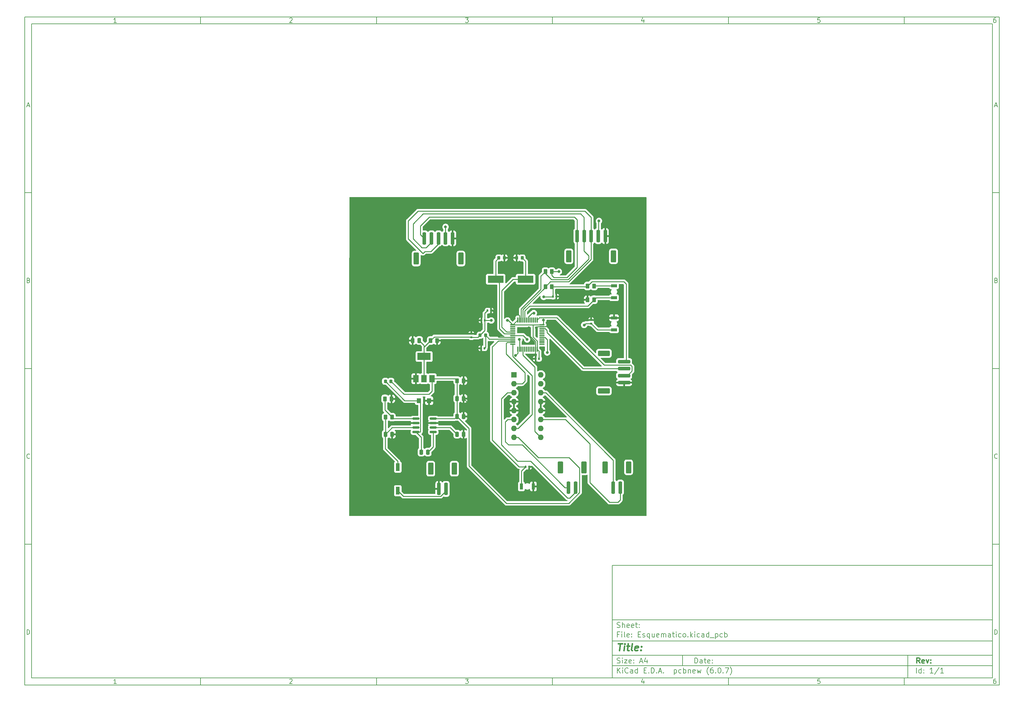
<source format=gbr>
G04 #@! TF.GenerationSoftware,KiCad,Pcbnew,(6.0.7)*
G04 #@! TF.CreationDate,2022-08-18T23:52:56-03:00*
G04 #@! TF.ProjectId,Esquematico,45737175-656d-4617-9469-636f2e6b6963,rev?*
G04 #@! TF.SameCoordinates,Original*
G04 #@! TF.FileFunction,Copper,L1,Top*
G04 #@! TF.FilePolarity,Positive*
%FSLAX46Y46*%
G04 Gerber Fmt 4.6, Leading zero omitted, Abs format (unit mm)*
G04 Created by KiCad (PCBNEW (6.0.7)) date 2022-08-18 23:52:56*
%MOMM*%
%LPD*%
G01*
G04 APERTURE LIST*
G04 Aperture macros list*
%AMRoundRect*
0 Rectangle with rounded corners*
0 $1 Rounding radius*
0 $2 $3 $4 $5 $6 $7 $8 $9 X,Y pos of 4 corners*
0 Add a 4 corners polygon primitive as box body*
4,1,4,$2,$3,$4,$5,$6,$7,$8,$9,$2,$3,0*
0 Add four circle primitives for the rounded corners*
1,1,$1+$1,$2,$3*
1,1,$1+$1,$4,$5*
1,1,$1+$1,$6,$7*
1,1,$1+$1,$8,$9*
0 Add four rect primitives between the rounded corners*
20,1,$1+$1,$2,$3,$4,$5,0*
20,1,$1+$1,$4,$5,$6,$7,0*
20,1,$1+$1,$6,$7,$8,$9,0*
20,1,$1+$1,$8,$9,$2,$3,0*%
G04 Aperture macros list end*
%ADD10C,0.100000*%
%ADD11C,0.150000*%
%ADD12C,0.300000*%
%ADD13C,0.400000*%
G04 #@! TA.AperFunction,SMDPad,CuDef*
%ADD14RoundRect,0.140000X0.140000X0.170000X-0.140000X0.170000X-0.140000X-0.170000X0.140000X-0.170000X0*%
G04 #@! TD*
G04 #@! TA.AperFunction,SMDPad,CuDef*
%ADD15RoundRect,0.250000X-0.262500X-0.450000X0.262500X-0.450000X0.262500X0.450000X-0.262500X0.450000X0*%
G04 #@! TD*
G04 #@! TA.AperFunction,SMDPad,CuDef*
%ADD16RoundRect,0.250000X-0.250000X-0.475000X0.250000X-0.475000X0.250000X0.475000X-0.250000X0.475000X0*%
G04 #@! TD*
G04 #@! TA.AperFunction,SMDPad,CuDef*
%ADD17RoundRect,0.250000X0.250000X1.500000X-0.250000X1.500000X-0.250000X-1.500000X0.250000X-1.500000X0*%
G04 #@! TD*
G04 #@! TA.AperFunction,SMDPad,CuDef*
%ADD18RoundRect,0.250001X0.499999X1.449999X-0.499999X1.449999X-0.499999X-1.449999X0.499999X-1.449999X0*%
G04 #@! TD*
G04 #@! TA.AperFunction,SMDPad,CuDef*
%ADD19RoundRect,0.218750X-0.218750X-0.256250X0.218750X-0.256250X0.218750X0.256250X-0.218750X0.256250X0*%
G04 #@! TD*
G04 #@! TA.AperFunction,SMDPad,CuDef*
%ADD20R,1.120000X2.160000*%
G04 #@! TD*
G04 #@! TA.AperFunction,SMDPad,CuDef*
%ADD21RoundRect,0.250000X0.250000X0.475000X-0.250000X0.475000X-0.250000X-0.475000X0.250000X-0.475000X0*%
G04 #@! TD*
G04 #@! TA.AperFunction,SMDPad,CuDef*
%ADD22RoundRect,0.140000X0.170000X-0.140000X0.170000X0.140000X-0.170000X0.140000X-0.170000X-0.140000X0*%
G04 #@! TD*
G04 #@! TA.AperFunction,SMDPad,CuDef*
%ADD23R,1.700000X0.900000*%
G04 #@! TD*
G04 #@! TA.AperFunction,SMDPad,CuDef*
%ADD24R,0.900000X1.700000*%
G04 #@! TD*
G04 #@! TA.AperFunction,SMDPad,CuDef*
%ADD25R,1.300000X1.400000*%
G04 #@! TD*
G04 #@! TA.AperFunction,SMDPad,CuDef*
%ADD26RoundRect,0.140000X-0.140000X-0.170000X0.140000X-0.170000X0.140000X0.170000X-0.140000X0.170000X0*%
G04 #@! TD*
G04 #@! TA.AperFunction,SMDPad,CuDef*
%ADD27RoundRect,0.150000X0.825000X0.150000X-0.825000X0.150000X-0.825000X-0.150000X0.825000X-0.150000X0*%
G04 #@! TD*
G04 #@! TA.AperFunction,SMDPad,CuDef*
%ADD28RoundRect,0.250000X-0.250000X-1.500000X0.250000X-1.500000X0.250000X1.500000X-0.250000X1.500000X0*%
G04 #@! TD*
G04 #@! TA.AperFunction,SMDPad,CuDef*
%ADD29RoundRect,0.250001X-0.499999X-1.449999X0.499999X-1.449999X0.499999X1.449999X-0.499999X1.449999X0*%
G04 #@! TD*
G04 #@! TA.AperFunction,SMDPad,CuDef*
%ADD30RoundRect,0.250000X-1.500000X0.250000X-1.500000X-0.250000X1.500000X-0.250000X1.500000X0.250000X0*%
G04 #@! TD*
G04 #@! TA.AperFunction,SMDPad,CuDef*
%ADD31RoundRect,0.250001X-1.449999X0.499999X-1.449999X-0.499999X1.449999X-0.499999X1.449999X0.499999X0*%
G04 #@! TD*
G04 #@! TA.AperFunction,SMDPad,CuDef*
%ADD32RoundRect,0.075000X-0.662500X-0.075000X0.662500X-0.075000X0.662500X0.075000X-0.662500X0.075000X0*%
G04 #@! TD*
G04 #@! TA.AperFunction,SMDPad,CuDef*
%ADD33RoundRect,0.075000X-0.075000X-0.662500X0.075000X-0.662500X0.075000X0.662500X-0.075000X0.662500X0*%
G04 #@! TD*
G04 #@! TA.AperFunction,SMDPad,CuDef*
%ADD34R,1.500000X2.000000*%
G04 #@! TD*
G04 #@! TA.AperFunction,SMDPad,CuDef*
%ADD35R,3.800000X2.000000*%
G04 #@! TD*
G04 #@! TA.AperFunction,ComponentPad*
%ADD36R,1.600000X1.600000*%
G04 #@! TD*
G04 #@! TA.AperFunction,ComponentPad*
%ADD37O,1.600000X1.600000*%
G04 #@! TD*
G04 #@! TA.AperFunction,SMDPad,CuDef*
%ADD38RoundRect,0.225000X0.225000X0.250000X-0.225000X0.250000X-0.225000X-0.250000X0.225000X-0.250000X0*%
G04 #@! TD*
G04 #@! TA.AperFunction,SMDPad,CuDef*
%ADD39R,4.500000X2.000000*%
G04 #@! TD*
G04 #@! TA.AperFunction,SMDPad,CuDef*
%ADD40RoundRect,0.225000X-0.225000X-0.250000X0.225000X-0.250000X0.225000X0.250000X-0.225000X0.250000X0*%
G04 #@! TD*
G04 #@! TA.AperFunction,ViaPad*
%ADD41C,0.800000*%
G04 #@! TD*
G04 #@! TA.AperFunction,Conductor*
%ADD42C,0.250000*%
G04 #@! TD*
G04 APERTURE END LIST*
D10*
D11*
X177002200Y-166007200D02*
X177002200Y-198007200D01*
X285002200Y-198007200D01*
X285002200Y-166007200D01*
X177002200Y-166007200D01*
D10*
D11*
X10000000Y-10000000D02*
X10000000Y-200007200D01*
X287002200Y-200007200D01*
X287002200Y-10000000D01*
X10000000Y-10000000D01*
D10*
D11*
X12000000Y-12000000D02*
X12000000Y-198007200D01*
X285002200Y-198007200D01*
X285002200Y-12000000D01*
X12000000Y-12000000D01*
D10*
D11*
X60000000Y-12000000D02*
X60000000Y-10000000D01*
D10*
D11*
X110000000Y-12000000D02*
X110000000Y-10000000D01*
D10*
D11*
X160000000Y-12000000D02*
X160000000Y-10000000D01*
D10*
D11*
X210000000Y-12000000D02*
X210000000Y-10000000D01*
D10*
D11*
X260000000Y-12000000D02*
X260000000Y-10000000D01*
D10*
D11*
X36065476Y-11588095D02*
X35322619Y-11588095D01*
X35694047Y-11588095D02*
X35694047Y-10288095D01*
X35570238Y-10473809D01*
X35446428Y-10597619D01*
X35322619Y-10659523D01*
D10*
D11*
X85322619Y-10411904D02*
X85384523Y-10350000D01*
X85508333Y-10288095D01*
X85817857Y-10288095D01*
X85941666Y-10350000D01*
X86003571Y-10411904D01*
X86065476Y-10535714D01*
X86065476Y-10659523D01*
X86003571Y-10845238D01*
X85260714Y-11588095D01*
X86065476Y-11588095D01*
D10*
D11*
X135260714Y-10288095D02*
X136065476Y-10288095D01*
X135632142Y-10783333D01*
X135817857Y-10783333D01*
X135941666Y-10845238D01*
X136003571Y-10907142D01*
X136065476Y-11030952D01*
X136065476Y-11340476D01*
X136003571Y-11464285D01*
X135941666Y-11526190D01*
X135817857Y-11588095D01*
X135446428Y-11588095D01*
X135322619Y-11526190D01*
X135260714Y-11464285D01*
D10*
D11*
X185941666Y-10721428D02*
X185941666Y-11588095D01*
X185632142Y-10226190D02*
X185322619Y-11154761D01*
X186127380Y-11154761D01*
D10*
D11*
X236003571Y-10288095D02*
X235384523Y-10288095D01*
X235322619Y-10907142D01*
X235384523Y-10845238D01*
X235508333Y-10783333D01*
X235817857Y-10783333D01*
X235941666Y-10845238D01*
X236003571Y-10907142D01*
X236065476Y-11030952D01*
X236065476Y-11340476D01*
X236003571Y-11464285D01*
X235941666Y-11526190D01*
X235817857Y-11588095D01*
X235508333Y-11588095D01*
X235384523Y-11526190D01*
X235322619Y-11464285D01*
D10*
D11*
X285941666Y-10288095D02*
X285694047Y-10288095D01*
X285570238Y-10350000D01*
X285508333Y-10411904D01*
X285384523Y-10597619D01*
X285322619Y-10845238D01*
X285322619Y-11340476D01*
X285384523Y-11464285D01*
X285446428Y-11526190D01*
X285570238Y-11588095D01*
X285817857Y-11588095D01*
X285941666Y-11526190D01*
X286003571Y-11464285D01*
X286065476Y-11340476D01*
X286065476Y-11030952D01*
X286003571Y-10907142D01*
X285941666Y-10845238D01*
X285817857Y-10783333D01*
X285570238Y-10783333D01*
X285446428Y-10845238D01*
X285384523Y-10907142D01*
X285322619Y-11030952D01*
D10*
D11*
X60000000Y-198007200D02*
X60000000Y-200007200D01*
D10*
D11*
X110000000Y-198007200D02*
X110000000Y-200007200D01*
D10*
D11*
X160000000Y-198007200D02*
X160000000Y-200007200D01*
D10*
D11*
X210000000Y-198007200D02*
X210000000Y-200007200D01*
D10*
D11*
X260000000Y-198007200D02*
X260000000Y-200007200D01*
D10*
D11*
X36065476Y-199595295D02*
X35322619Y-199595295D01*
X35694047Y-199595295D02*
X35694047Y-198295295D01*
X35570238Y-198481009D01*
X35446428Y-198604819D01*
X35322619Y-198666723D01*
D10*
D11*
X85322619Y-198419104D02*
X85384523Y-198357200D01*
X85508333Y-198295295D01*
X85817857Y-198295295D01*
X85941666Y-198357200D01*
X86003571Y-198419104D01*
X86065476Y-198542914D01*
X86065476Y-198666723D01*
X86003571Y-198852438D01*
X85260714Y-199595295D01*
X86065476Y-199595295D01*
D10*
D11*
X135260714Y-198295295D02*
X136065476Y-198295295D01*
X135632142Y-198790533D01*
X135817857Y-198790533D01*
X135941666Y-198852438D01*
X136003571Y-198914342D01*
X136065476Y-199038152D01*
X136065476Y-199347676D01*
X136003571Y-199471485D01*
X135941666Y-199533390D01*
X135817857Y-199595295D01*
X135446428Y-199595295D01*
X135322619Y-199533390D01*
X135260714Y-199471485D01*
D10*
D11*
X185941666Y-198728628D02*
X185941666Y-199595295D01*
X185632142Y-198233390D02*
X185322619Y-199161961D01*
X186127380Y-199161961D01*
D10*
D11*
X236003571Y-198295295D02*
X235384523Y-198295295D01*
X235322619Y-198914342D01*
X235384523Y-198852438D01*
X235508333Y-198790533D01*
X235817857Y-198790533D01*
X235941666Y-198852438D01*
X236003571Y-198914342D01*
X236065476Y-199038152D01*
X236065476Y-199347676D01*
X236003571Y-199471485D01*
X235941666Y-199533390D01*
X235817857Y-199595295D01*
X235508333Y-199595295D01*
X235384523Y-199533390D01*
X235322619Y-199471485D01*
D10*
D11*
X285941666Y-198295295D02*
X285694047Y-198295295D01*
X285570238Y-198357200D01*
X285508333Y-198419104D01*
X285384523Y-198604819D01*
X285322619Y-198852438D01*
X285322619Y-199347676D01*
X285384523Y-199471485D01*
X285446428Y-199533390D01*
X285570238Y-199595295D01*
X285817857Y-199595295D01*
X285941666Y-199533390D01*
X286003571Y-199471485D01*
X286065476Y-199347676D01*
X286065476Y-199038152D01*
X286003571Y-198914342D01*
X285941666Y-198852438D01*
X285817857Y-198790533D01*
X285570238Y-198790533D01*
X285446428Y-198852438D01*
X285384523Y-198914342D01*
X285322619Y-199038152D01*
D10*
D11*
X10000000Y-60000000D02*
X12000000Y-60000000D01*
D10*
D11*
X10000000Y-110000000D02*
X12000000Y-110000000D01*
D10*
D11*
X10000000Y-160000000D02*
X12000000Y-160000000D01*
D10*
D11*
X10690476Y-35216666D02*
X11309523Y-35216666D01*
X10566666Y-35588095D02*
X11000000Y-34288095D01*
X11433333Y-35588095D01*
D10*
D11*
X11092857Y-84907142D02*
X11278571Y-84969047D01*
X11340476Y-85030952D01*
X11402380Y-85154761D01*
X11402380Y-85340476D01*
X11340476Y-85464285D01*
X11278571Y-85526190D01*
X11154761Y-85588095D01*
X10659523Y-85588095D01*
X10659523Y-84288095D01*
X11092857Y-84288095D01*
X11216666Y-84350000D01*
X11278571Y-84411904D01*
X11340476Y-84535714D01*
X11340476Y-84659523D01*
X11278571Y-84783333D01*
X11216666Y-84845238D01*
X11092857Y-84907142D01*
X10659523Y-84907142D01*
D10*
D11*
X11402380Y-135464285D02*
X11340476Y-135526190D01*
X11154761Y-135588095D01*
X11030952Y-135588095D01*
X10845238Y-135526190D01*
X10721428Y-135402380D01*
X10659523Y-135278571D01*
X10597619Y-135030952D01*
X10597619Y-134845238D01*
X10659523Y-134597619D01*
X10721428Y-134473809D01*
X10845238Y-134350000D01*
X11030952Y-134288095D01*
X11154761Y-134288095D01*
X11340476Y-134350000D01*
X11402380Y-134411904D01*
D10*
D11*
X10659523Y-185588095D02*
X10659523Y-184288095D01*
X10969047Y-184288095D01*
X11154761Y-184350000D01*
X11278571Y-184473809D01*
X11340476Y-184597619D01*
X11402380Y-184845238D01*
X11402380Y-185030952D01*
X11340476Y-185278571D01*
X11278571Y-185402380D01*
X11154761Y-185526190D01*
X10969047Y-185588095D01*
X10659523Y-185588095D01*
D10*
D11*
X287002200Y-60000000D02*
X285002200Y-60000000D01*
D10*
D11*
X287002200Y-110000000D02*
X285002200Y-110000000D01*
D10*
D11*
X287002200Y-160000000D02*
X285002200Y-160000000D01*
D10*
D11*
X285692676Y-35216666D02*
X286311723Y-35216666D01*
X285568866Y-35588095D02*
X286002200Y-34288095D01*
X286435533Y-35588095D01*
D10*
D11*
X286095057Y-84907142D02*
X286280771Y-84969047D01*
X286342676Y-85030952D01*
X286404580Y-85154761D01*
X286404580Y-85340476D01*
X286342676Y-85464285D01*
X286280771Y-85526190D01*
X286156961Y-85588095D01*
X285661723Y-85588095D01*
X285661723Y-84288095D01*
X286095057Y-84288095D01*
X286218866Y-84350000D01*
X286280771Y-84411904D01*
X286342676Y-84535714D01*
X286342676Y-84659523D01*
X286280771Y-84783333D01*
X286218866Y-84845238D01*
X286095057Y-84907142D01*
X285661723Y-84907142D01*
D10*
D11*
X286404580Y-135464285D02*
X286342676Y-135526190D01*
X286156961Y-135588095D01*
X286033152Y-135588095D01*
X285847438Y-135526190D01*
X285723628Y-135402380D01*
X285661723Y-135278571D01*
X285599819Y-135030952D01*
X285599819Y-134845238D01*
X285661723Y-134597619D01*
X285723628Y-134473809D01*
X285847438Y-134350000D01*
X286033152Y-134288095D01*
X286156961Y-134288095D01*
X286342676Y-134350000D01*
X286404580Y-134411904D01*
D10*
D11*
X285661723Y-185588095D02*
X285661723Y-184288095D01*
X285971247Y-184288095D01*
X286156961Y-184350000D01*
X286280771Y-184473809D01*
X286342676Y-184597619D01*
X286404580Y-184845238D01*
X286404580Y-185030952D01*
X286342676Y-185278571D01*
X286280771Y-185402380D01*
X286156961Y-185526190D01*
X285971247Y-185588095D01*
X285661723Y-185588095D01*
D10*
D11*
X200434342Y-193785771D02*
X200434342Y-192285771D01*
X200791485Y-192285771D01*
X201005771Y-192357200D01*
X201148628Y-192500057D01*
X201220057Y-192642914D01*
X201291485Y-192928628D01*
X201291485Y-193142914D01*
X201220057Y-193428628D01*
X201148628Y-193571485D01*
X201005771Y-193714342D01*
X200791485Y-193785771D01*
X200434342Y-193785771D01*
X202577200Y-193785771D02*
X202577200Y-193000057D01*
X202505771Y-192857200D01*
X202362914Y-192785771D01*
X202077200Y-192785771D01*
X201934342Y-192857200D01*
X202577200Y-193714342D02*
X202434342Y-193785771D01*
X202077200Y-193785771D01*
X201934342Y-193714342D01*
X201862914Y-193571485D01*
X201862914Y-193428628D01*
X201934342Y-193285771D01*
X202077200Y-193214342D01*
X202434342Y-193214342D01*
X202577200Y-193142914D01*
X203077200Y-192785771D02*
X203648628Y-192785771D01*
X203291485Y-192285771D02*
X203291485Y-193571485D01*
X203362914Y-193714342D01*
X203505771Y-193785771D01*
X203648628Y-193785771D01*
X204720057Y-193714342D02*
X204577200Y-193785771D01*
X204291485Y-193785771D01*
X204148628Y-193714342D01*
X204077200Y-193571485D01*
X204077200Y-193000057D01*
X204148628Y-192857200D01*
X204291485Y-192785771D01*
X204577200Y-192785771D01*
X204720057Y-192857200D01*
X204791485Y-193000057D01*
X204791485Y-193142914D01*
X204077200Y-193285771D01*
X205434342Y-193642914D02*
X205505771Y-193714342D01*
X205434342Y-193785771D01*
X205362914Y-193714342D01*
X205434342Y-193642914D01*
X205434342Y-193785771D01*
X205434342Y-192857200D02*
X205505771Y-192928628D01*
X205434342Y-193000057D01*
X205362914Y-192928628D01*
X205434342Y-192857200D01*
X205434342Y-193000057D01*
D10*
D11*
X177002200Y-194507200D02*
X285002200Y-194507200D01*
D10*
D11*
X178434342Y-196585771D02*
X178434342Y-195085771D01*
X179291485Y-196585771D02*
X178648628Y-195728628D01*
X179291485Y-195085771D02*
X178434342Y-195942914D01*
X179934342Y-196585771D02*
X179934342Y-195585771D01*
X179934342Y-195085771D02*
X179862914Y-195157200D01*
X179934342Y-195228628D01*
X180005771Y-195157200D01*
X179934342Y-195085771D01*
X179934342Y-195228628D01*
X181505771Y-196442914D02*
X181434342Y-196514342D01*
X181220057Y-196585771D01*
X181077200Y-196585771D01*
X180862914Y-196514342D01*
X180720057Y-196371485D01*
X180648628Y-196228628D01*
X180577200Y-195942914D01*
X180577200Y-195728628D01*
X180648628Y-195442914D01*
X180720057Y-195300057D01*
X180862914Y-195157200D01*
X181077200Y-195085771D01*
X181220057Y-195085771D01*
X181434342Y-195157200D01*
X181505771Y-195228628D01*
X182791485Y-196585771D02*
X182791485Y-195800057D01*
X182720057Y-195657200D01*
X182577200Y-195585771D01*
X182291485Y-195585771D01*
X182148628Y-195657200D01*
X182791485Y-196514342D02*
X182648628Y-196585771D01*
X182291485Y-196585771D01*
X182148628Y-196514342D01*
X182077200Y-196371485D01*
X182077200Y-196228628D01*
X182148628Y-196085771D01*
X182291485Y-196014342D01*
X182648628Y-196014342D01*
X182791485Y-195942914D01*
X184148628Y-196585771D02*
X184148628Y-195085771D01*
X184148628Y-196514342D02*
X184005771Y-196585771D01*
X183720057Y-196585771D01*
X183577200Y-196514342D01*
X183505771Y-196442914D01*
X183434342Y-196300057D01*
X183434342Y-195871485D01*
X183505771Y-195728628D01*
X183577200Y-195657200D01*
X183720057Y-195585771D01*
X184005771Y-195585771D01*
X184148628Y-195657200D01*
X186005771Y-195800057D02*
X186505771Y-195800057D01*
X186720057Y-196585771D02*
X186005771Y-196585771D01*
X186005771Y-195085771D01*
X186720057Y-195085771D01*
X187362914Y-196442914D02*
X187434342Y-196514342D01*
X187362914Y-196585771D01*
X187291485Y-196514342D01*
X187362914Y-196442914D01*
X187362914Y-196585771D01*
X188077200Y-196585771D02*
X188077200Y-195085771D01*
X188434342Y-195085771D01*
X188648628Y-195157200D01*
X188791485Y-195300057D01*
X188862914Y-195442914D01*
X188934342Y-195728628D01*
X188934342Y-195942914D01*
X188862914Y-196228628D01*
X188791485Y-196371485D01*
X188648628Y-196514342D01*
X188434342Y-196585771D01*
X188077200Y-196585771D01*
X189577200Y-196442914D02*
X189648628Y-196514342D01*
X189577200Y-196585771D01*
X189505771Y-196514342D01*
X189577200Y-196442914D01*
X189577200Y-196585771D01*
X190220057Y-196157200D02*
X190934342Y-196157200D01*
X190077200Y-196585771D02*
X190577200Y-195085771D01*
X191077200Y-196585771D01*
X191577200Y-196442914D02*
X191648628Y-196514342D01*
X191577200Y-196585771D01*
X191505771Y-196514342D01*
X191577200Y-196442914D01*
X191577200Y-196585771D01*
X194577200Y-195585771D02*
X194577200Y-197085771D01*
X194577200Y-195657200D02*
X194720057Y-195585771D01*
X195005771Y-195585771D01*
X195148628Y-195657200D01*
X195220057Y-195728628D01*
X195291485Y-195871485D01*
X195291485Y-196300057D01*
X195220057Y-196442914D01*
X195148628Y-196514342D01*
X195005771Y-196585771D01*
X194720057Y-196585771D01*
X194577200Y-196514342D01*
X196577200Y-196514342D02*
X196434342Y-196585771D01*
X196148628Y-196585771D01*
X196005771Y-196514342D01*
X195934342Y-196442914D01*
X195862914Y-196300057D01*
X195862914Y-195871485D01*
X195934342Y-195728628D01*
X196005771Y-195657200D01*
X196148628Y-195585771D01*
X196434342Y-195585771D01*
X196577200Y-195657200D01*
X197220057Y-196585771D02*
X197220057Y-195085771D01*
X197220057Y-195657200D02*
X197362914Y-195585771D01*
X197648628Y-195585771D01*
X197791485Y-195657200D01*
X197862914Y-195728628D01*
X197934342Y-195871485D01*
X197934342Y-196300057D01*
X197862914Y-196442914D01*
X197791485Y-196514342D01*
X197648628Y-196585771D01*
X197362914Y-196585771D01*
X197220057Y-196514342D01*
X198577200Y-195585771D02*
X198577200Y-196585771D01*
X198577200Y-195728628D02*
X198648628Y-195657200D01*
X198791485Y-195585771D01*
X199005771Y-195585771D01*
X199148628Y-195657200D01*
X199220057Y-195800057D01*
X199220057Y-196585771D01*
X200505771Y-196514342D02*
X200362914Y-196585771D01*
X200077200Y-196585771D01*
X199934342Y-196514342D01*
X199862914Y-196371485D01*
X199862914Y-195800057D01*
X199934342Y-195657200D01*
X200077200Y-195585771D01*
X200362914Y-195585771D01*
X200505771Y-195657200D01*
X200577200Y-195800057D01*
X200577200Y-195942914D01*
X199862914Y-196085771D01*
X201077200Y-195585771D02*
X201362914Y-196585771D01*
X201648628Y-195871485D01*
X201934342Y-196585771D01*
X202220057Y-195585771D01*
X204362914Y-197157200D02*
X204291485Y-197085771D01*
X204148628Y-196871485D01*
X204077200Y-196728628D01*
X204005771Y-196514342D01*
X203934342Y-196157200D01*
X203934342Y-195871485D01*
X204005771Y-195514342D01*
X204077200Y-195300057D01*
X204148628Y-195157200D01*
X204291485Y-194942914D01*
X204362914Y-194871485D01*
X205577200Y-195085771D02*
X205291485Y-195085771D01*
X205148628Y-195157200D01*
X205077200Y-195228628D01*
X204934342Y-195442914D01*
X204862914Y-195728628D01*
X204862914Y-196300057D01*
X204934342Y-196442914D01*
X205005771Y-196514342D01*
X205148628Y-196585771D01*
X205434342Y-196585771D01*
X205577200Y-196514342D01*
X205648628Y-196442914D01*
X205720057Y-196300057D01*
X205720057Y-195942914D01*
X205648628Y-195800057D01*
X205577200Y-195728628D01*
X205434342Y-195657200D01*
X205148628Y-195657200D01*
X205005771Y-195728628D01*
X204934342Y-195800057D01*
X204862914Y-195942914D01*
X206362914Y-196442914D02*
X206434342Y-196514342D01*
X206362914Y-196585771D01*
X206291485Y-196514342D01*
X206362914Y-196442914D01*
X206362914Y-196585771D01*
X207362914Y-195085771D02*
X207505771Y-195085771D01*
X207648628Y-195157200D01*
X207720057Y-195228628D01*
X207791485Y-195371485D01*
X207862914Y-195657200D01*
X207862914Y-196014342D01*
X207791485Y-196300057D01*
X207720057Y-196442914D01*
X207648628Y-196514342D01*
X207505771Y-196585771D01*
X207362914Y-196585771D01*
X207220057Y-196514342D01*
X207148628Y-196442914D01*
X207077200Y-196300057D01*
X207005771Y-196014342D01*
X207005771Y-195657200D01*
X207077200Y-195371485D01*
X207148628Y-195228628D01*
X207220057Y-195157200D01*
X207362914Y-195085771D01*
X208505771Y-196442914D02*
X208577200Y-196514342D01*
X208505771Y-196585771D01*
X208434342Y-196514342D01*
X208505771Y-196442914D01*
X208505771Y-196585771D01*
X209077200Y-195085771D02*
X210077200Y-195085771D01*
X209434342Y-196585771D01*
X210505771Y-197157200D02*
X210577200Y-197085771D01*
X210720057Y-196871485D01*
X210791485Y-196728628D01*
X210862914Y-196514342D01*
X210934342Y-196157200D01*
X210934342Y-195871485D01*
X210862914Y-195514342D01*
X210791485Y-195300057D01*
X210720057Y-195157200D01*
X210577200Y-194942914D01*
X210505771Y-194871485D01*
D10*
D11*
X177002200Y-191507200D02*
X285002200Y-191507200D01*
D10*
D12*
X264411485Y-193785771D02*
X263911485Y-193071485D01*
X263554342Y-193785771D02*
X263554342Y-192285771D01*
X264125771Y-192285771D01*
X264268628Y-192357200D01*
X264340057Y-192428628D01*
X264411485Y-192571485D01*
X264411485Y-192785771D01*
X264340057Y-192928628D01*
X264268628Y-193000057D01*
X264125771Y-193071485D01*
X263554342Y-193071485D01*
X265625771Y-193714342D02*
X265482914Y-193785771D01*
X265197200Y-193785771D01*
X265054342Y-193714342D01*
X264982914Y-193571485D01*
X264982914Y-193000057D01*
X265054342Y-192857200D01*
X265197200Y-192785771D01*
X265482914Y-192785771D01*
X265625771Y-192857200D01*
X265697200Y-193000057D01*
X265697200Y-193142914D01*
X264982914Y-193285771D01*
X266197200Y-192785771D02*
X266554342Y-193785771D01*
X266911485Y-192785771D01*
X267482914Y-193642914D02*
X267554342Y-193714342D01*
X267482914Y-193785771D01*
X267411485Y-193714342D01*
X267482914Y-193642914D01*
X267482914Y-193785771D01*
X267482914Y-192857200D02*
X267554342Y-192928628D01*
X267482914Y-193000057D01*
X267411485Y-192928628D01*
X267482914Y-192857200D01*
X267482914Y-193000057D01*
D10*
D11*
X178362914Y-193714342D02*
X178577200Y-193785771D01*
X178934342Y-193785771D01*
X179077200Y-193714342D01*
X179148628Y-193642914D01*
X179220057Y-193500057D01*
X179220057Y-193357200D01*
X179148628Y-193214342D01*
X179077200Y-193142914D01*
X178934342Y-193071485D01*
X178648628Y-193000057D01*
X178505771Y-192928628D01*
X178434342Y-192857200D01*
X178362914Y-192714342D01*
X178362914Y-192571485D01*
X178434342Y-192428628D01*
X178505771Y-192357200D01*
X178648628Y-192285771D01*
X179005771Y-192285771D01*
X179220057Y-192357200D01*
X179862914Y-193785771D02*
X179862914Y-192785771D01*
X179862914Y-192285771D02*
X179791485Y-192357200D01*
X179862914Y-192428628D01*
X179934342Y-192357200D01*
X179862914Y-192285771D01*
X179862914Y-192428628D01*
X180434342Y-192785771D02*
X181220057Y-192785771D01*
X180434342Y-193785771D01*
X181220057Y-193785771D01*
X182362914Y-193714342D02*
X182220057Y-193785771D01*
X181934342Y-193785771D01*
X181791485Y-193714342D01*
X181720057Y-193571485D01*
X181720057Y-193000057D01*
X181791485Y-192857200D01*
X181934342Y-192785771D01*
X182220057Y-192785771D01*
X182362914Y-192857200D01*
X182434342Y-193000057D01*
X182434342Y-193142914D01*
X181720057Y-193285771D01*
X183077200Y-193642914D02*
X183148628Y-193714342D01*
X183077200Y-193785771D01*
X183005771Y-193714342D01*
X183077200Y-193642914D01*
X183077200Y-193785771D01*
X183077200Y-192857200D02*
X183148628Y-192928628D01*
X183077200Y-193000057D01*
X183005771Y-192928628D01*
X183077200Y-192857200D01*
X183077200Y-193000057D01*
X184862914Y-193357200D02*
X185577200Y-193357200D01*
X184720057Y-193785771D02*
X185220057Y-192285771D01*
X185720057Y-193785771D01*
X186862914Y-192785771D02*
X186862914Y-193785771D01*
X186505771Y-192214342D02*
X186148628Y-193285771D01*
X187077200Y-193285771D01*
D10*
D11*
X263434342Y-196585771D02*
X263434342Y-195085771D01*
X264791485Y-196585771D02*
X264791485Y-195085771D01*
X264791485Y-196514342D02*
X264648628Y-196585771D01*
X264362914Y-196585771D01*
X264220057Y-196514342D01*
X264148628Y-196442914D01*
X264077200Y-196300057D01*
X264077200Y-195871485D01*
X264148628Y-195728628D01*
X264220057Y-195657200D01*
X264362914Y-195585771D01*
X264648628Y-195585771D01*
X264791485Y-195657200D01*
X265505771Y-196442914D02*
X265577200Y-196514342D01*
X265505771Y-196585771D01*
X265434342Y-196514342D01*
X265505771Y-196442914D01*
X265505771Y-196585771D01*
X265505771Y-195657200D02*
X265577200Y-195728628D01*
X265505771Y-195800057D01*
X265434342Y-195728628D01*
X265505771Y-195657200D01*
X265505771Y-195800057D01*
X268148628Y-196585771D02*
X267291485Y-196585771D01*
X267720057Y-196585771D02*
X267720057Y-195085771D01*
X267577200Y-195300057D01*
X267434342Y-195442914D01*
X267291485Y-195514342D01*
X269862914Y-195014342D02*
X268577200Y-196942914D01*
X271148628Y-196585771D02*
X270291485Y-196585771D01*
X270720057Y-196585771D02*
X270720057Y-195085771D01*
X270577200Y-195300057D01*
X270434342Y-195442914D01*
X270291485Y-195514342D01*
D10*
D11*
X177002200Y-187507200D02*
X285002200Y-187507200D01*
D10*
D13*
X178714580Y-188211961D02*
X179857438Y-188211961D01*
X179036009Y-190211961D02*
X179286009Y-188211961D01*
X180274104Y-190211961D02*
X180440771Y-188878628D01*
X180524104Y-188211961D02*
X180416961Y-188307200D01*
X180500295Y-188402438D01*
X180607438Y-188307200D01*
X180524104Y-188211961D01*
X180500295Y-188402438D01*
X181107438Y-188878628D02*
X181869342Y-188878628D01*
X181476485Y-188211961D02*
X181262200Y-189926247D01*
X181333628Y-190116723D01*
X181512200Y-190211961D01*
X181702676Y-190211961D01*
X182655057Y-190211961D02*
X182476485Y-190116723D01*
X182405057Y-189926247D01*
X182619342Y-188211961D01*
X184190771Y-190116723D02*
X183988390Y-190211961D01*
X183607438Y-190211961D01*
X183428866Y-190116723D01*
X183357438Y-189926247D01*
X183452676Y-189164342D01*
X183571723Y-188973866D01*
X183774104Y-188878628D01*
X184155057Y-188878628D01*
X184333628Y-188973866D01*
X184405057Y-189164342D01*
X184381247Y-189354819D01*
X183405057Y-189545295D01*
X185155057Y-190021485D02*
X185238390Y-190116723D01*
X185131247Y-190211961D01*
X185047914Y-190116723D01*
X185155057Y-190021485D01*
X185131247Y-190211961D01*
X185286009Y-188973866D02*
X185369342Y-189069104D01*
X185262200Y-189164342D01*
X185178866Y-189069104D01*
X185286009Y-188973866D01*
X185262200Y-189164342D01*
D10*
D11*
X178934342Y-185600057D02*
X178434342Y-185600057D01*
X178434342Y-186385771D02*
X178434342Y-184885771D01*
X179148628Y-184885771D01*
X179720057Y-186385771D02*
X179720057Y-185385771D01*
X179720057Y-184885771D02*
X179648628Y-184957200D01*
X179720057Y-185028628D01*
X179791485Y-184957200D01*
X179720057Y-184885771D01*
X179720057Y-185028628D01*
X180648628Y-186385771D02*
X180505771Y-186314342D01*
X180434342Y-186171485D01*
X180434342Y-184885771D01*
X181791485Y-186314342D02*
X181648628Y-186385771D01*
X181362914Y-186385771D01*
X181220057Y-186314342D01*
X181148628Y-186171485D01*
X181148628Y-185600057D01*
X181220057Y-185457200D01*
X181362914Y-185385771D01*
X181648628Y-185385771D01*
X181791485Y-185457200D01*
X181862914Y-185600057D01*
X181862914Y-185742914D01*
X181148628Y-185885771D01*
X182505771Y-186242914D02*
X182577200Y-186314342D01*
X182505771Y-186385771D01*
X182434342Y-186314342D01*
X182505771Y-186242914D01*
X182505771Y-186385771D01*
X182505771Y-185457200D02*
X182577200Y-185528628D01*
X182505771Y-185600057D01*
X182434342Y-185528628D01*
X182505771Y-185457200D01*
X182505771Y-185600057D01*
X184362914Y-185600057D02*
X184862914Y-185600057D01*
X185077200Y-186385771D02*
X184362914Y-186385771D01*
X184362914Y-184885771D01*
X185077200Y-184885771D01*
X185648628Y-186314342D02*
X185791485Y-186385771D01*
X186077200Y-186385771D01*
X186220057Y-186314342D01*
X186291485Y-186171485D01*
X186291485Y-186100057D01*
X186220057Y-185957200D01*
X186077200Y-185885771D01*
X185862914Y-185885771D01*
X185720057Y-185814342D01*
X185648628Y-185671485D01*
X185648628Y-185600057D01*
X185720057Y-185457200D01*
X185862914Y-185385771D01*
X186077200Y-185385771D01*
X186220057Y-185457200D01*
X187577200Y-185385771D02*
X187577200Y-186885771D01*
X187577200Y-186314342D02*
X187434342Y-186385771D01*
X187148628Y-186385771D01*
X187005771Y-186314342D01*
X186934342Y-186242914D01*
X186862914Y-186100057D01*
X186862914Y-185671485D01*
X186934342Y-185528628D01*
X187005771Y-185457200D01*
X187148628Y-185385771D01*
X187434342Y-185385771D01*
X187577200Y-185457200D01*
X188934342Y-185385771D02*
X188934342Y-186385771D01*
X188291485Y-185385771D02*
X188291485Y-186171485D01*
X188362914Y-186314342D01*
X188505771Y-186385771D01*
X188720057Y-186385771D01*
X188862914Y-186314342D01*
X188934342Y-186242914D01*
X190220057Y-186314342D02*
X190077200Y-186385771D01*
X189791485Y-186385771D01*
X189648628Y-186314342D01*
X189577200Y-186171485D01*
X189577200Y-185600057D01*
X189648628Y-185457200D01*
X189791485Y-185385771D01*
X190077200Y-185385771D01*
X190220057Y-185457200D01*
X190291485Y-185600057D01*
X190291485Y-185742914D01*
X189577200Y-185885771D01*
X190934342Y-186385771D02*
X190934342Y-185385771D01*
X190934342Y-185528628D02*
X191005771Y-185457200D01*
X191148628Y-185385771D01*
X191362914Y-185385771D01*
X191505771Y-185457200D01*
X191577200Y-185600057D01*
X191577200Y-186385771D01*
X191577200Y-185600057D02*
X191648628Y-185457200D01*
X191791485Y-185385771D01*
X192005771Y-185385771D01*
X192148628Y-185457200D01*
X192220057Y-185600057D01*
X192220057Y-186385771D01*
X193577200Y-186385771D02*
X193577200Y-185600057D01*
X193505771Y-185457200D01*
X193362914Y-185385771D01*
X193077200Y-185385771D01*
X192934342Y-185457200D01*
X193577200Y-186314342D02*
X193434342Y-186385771D01*
X193077200Y-186385771D01*
X192934342Y-186314342D01*
X192862914Y-186171485D01*
X192862914Y-186028628D01*
X192934342Y-185885771D01*
X193077200Y-185814342D01*
X193434342Y-185814342D01*
X193577200Y-185742914D01*
X194077200Y-185385771D02*
X194648628Y-185385771D01*
X194291485Y-184885771D02*
X194291485Y-186171485D01*
X194362914Y-186314342D01*
X194505771Y-186385771D01*
X194648628Y-186385771D01*
X195148628Y-186385771D02*
X195148628Y-185385771D01*
X195148628Y-184885771D02*
X195077200Y-184957200D01*
X195148628Y-185028628D01*
X195220057Y-184957200D01*
X195148628Y-184885771D01*
X195148628Y-185028628D01*
X196505771Y-186314342D02*
X196362914Y-186385771D01*
X196077200Y-186385771D01*
X195934342Y-186314342D01*
X195862914Y-186242914D01*
X195791485Y-186100057D01*
X195791485Y-185671485D01*
X195862914Y-185528628D01*
X195934342Y-185457200D01*
X196077200Y-185385771D01*
X196362914Y-185385771D01*
X196505771Y-185457200D01*
X197362914Y-186385771D02*
X197220057Y-186314342D01*
X197148628Y-186242914D01*
X197077200Y-186100057D01*
X197077200Y-185671485D01*
X197148628Y-185528628D01*
X197220057Y-185457200D01*
X197362914Y-185385771D01*
X197577200Y-185385771D01*
X197720057Y-185457200D01*
X197791485Y-185528628D01*
X197862914Y-185671485D01*
X197862914Y-186100057D01*
X197791485Y-186242914D01*
X197720057Y-186314342D01*
X197577200Y-186385771D01*
X197362914Y-186385771D01*
X198505771Y-186242914D02*
X198577200Y-186314342D01*
X198505771Y-186385771D01*
X198434342Y-186314342D01*
X198505771Y-186242914D01*
X198505771Y-186385771D01*
X199220057Y-186385771D02*
X199220057Y-184885771D01*
X199362914Y-185814342D02*
X199791485Y-186385771D01*
X199791485Y-185385771D02*
X199220057Y-185957200D01*
X200434342Y-186385771D02*
X200434342Y-185385771D01*
X200434342Y-184885771D02*
X200362914Y-184957200D01*
X200434342Y-185028628D01*
X200505771Y-184957200D01*
X200434342Y-184885771D01*
X200434342Y-185028628D01*
X201791485Y-186314342D02*
X201648628Y-186385771D01*
X201362914Y-186385771D01*
X201220057Y-186314342D01*
X201148628Y-186242914D01*
X201077200Y-186100057D01*
X201077200Y-185671485D01*
X201148628Y-185528628D01*
X201220057Y-185457200D01*
X201362914Y-185385771D01*
X201648628Y-185385771D01*
X201791485Y-185457200D01*
X203077200Y-186385771D02*
X203077200Y-185600057D01*
X203005771Y-185457200D01*
X202862914Y-185385771D01*
X202577200Y-185385771D01*
X202434342Y-185457200D01*
X203077200Y-186314342D02*
X202934342Y-186385771D01*
X202577200Y-186385771D01*
X202434342Y-186314342D01*
X202362914Y-186171485D01*
X202362914Y-186028628D01*
X202434342Y-185885771D01*
X202577200Y-185814342D01*
X202934342Y-185814342D01*
X203077200Y-185742914D01*
X204434342Y-186385771D02*
X204434342Y-184885771D01*
X204434342Y-186314342D02*
X204291485Y-186385771D01*
X204005771Y-186385771D01*
X203862914Y-186314342D01*
X203791485Y-186242914D01*
X203720057Y-186100057D01*
X203720057Y-185671485D01*
X203791485Y-185528628D01*
X203862914Y-185457200D01*
X204005771Y-185385771D01*
X204291485Y-185385771D01*
X204434342Y-185457200D01*
X204791485Y-186528628D02*
X205934342Y-186528628D01*
X206291485Y-185385771D02*
X206291485Y-186885771D01*
X206291485Y-185457200D02*
X206434342Y-185385771D01*
X206720057Y-185385771D01*
X206862914Y-185457200D01*
X206934342Y-185528628D01*
X207005771Y-185671485D01*
X207005771Y-186100057D01*
X206934342Y-186242914D01*
X206862914Y-186314342D01*
X206720057Y-186385771D01*
X206434342Y-186385771D01*
X206291485Y-186314342D01*
X208291485Y-186314342D02*
X208148628Y-186385771D01*
X207862914Y-186385771D01*
X207720057Y-186314342D01*
X207648628Y-186242914D01*
X207577200Y-186100057D01*
X207577200Y-185671485D01*
X207648628Y-185528628D01*
X207720057Y-185457200D01*
X207862914Y-185385771D01*
X208148628Y-185385771D01*
X208291485Y-185457200D01*
X208934342Y-186385771D02*
X208934342Y-184885771D01*
X208934342Y-185457200D02*
X209077200Y-185385771D01*
X209362914Y-185385771D01*
X209505771Y-185457200D01*
X209577200Y-185528628D01*
X209648628Y-185671485D01*
X209648628Y-186100057D01*
X209577200Y-186242914D01*
X209505771Y-186314342D01*
X209362914Y-186385771D01*
X209077200Y-186385771D01*
X208934342Y-186314342D01*
D10*
D11*
X177002200Y-181507200D02*
X285002200Y-181507200D01*
D10*
D11*
X178362914Y-183614342D02*
X178577200Y-183685771D01*
X178934342Y-183685771D01*
X179077200Y-183614342D01*
X179148628Y-183542914D01*
X179220057Y-183400057D01*
X179220057Y-183257200D01*
X179148628Y-183114342D01*
X179077200Y-183042914D01*
X178934342Y-182971485D01*
X178648628Y-182900057D01*
X178505771Y-182828628D01*
X178434342Y-182757200D01*
X178362914Y-182614342D01*
X178362914Y-182471485D01*
X178434342Y-182328628D01*
X178505771Y-182257200D01*
X178648628Y-182185771D01*
X179005771Y-182185771D01*
X179220057Y-182257200D01*
X179862914Y-183685771D02*
X179862914Y-182185771D01*
X180505771Y-183685771D02*
X180505771Y-182900057D01*
X180434342Y-182757200D01*
X180291485Y-182685771D01*
X180077200Y-182685771D01*
X179934342Y-182757200D01*
X179862914Y-182828628D01*
X181791485Y-183614342D02*
X181648628Y-183685771D01*
X181362914Y-183685771D01*
X181220057Y-183614342D01*
X181148628Y-183471485D01*
X181148628Y-182900057D01*
X181220057Y-182757200D01*
X181362914Y-182685771D01*
X181648628Y-182685771D01*
X181791485Y-182757200D01*
X181862914Y-182900057D01*
X181862914Y-183042914D01*
X181148628Y-183185771D01*
X183077200Y-183614342D02*
X182934342Y-183685771D01*
X182648628Y-183685771D01*
X182505771Y-183614342D01*
X182434342Y-183471485D01*
X182434342Y-182900057D01*
X182505771Y-182757200D01*
X182648628Y-182685771D01*
X182934342Y-182685771D01*
X183077200Y-182757200D01*
X183148628Y-182900057D01*
X183148628Y-183042914D01*
X182434342Y-183185771D01*
X183577200Y-182685771D02*
X184148628Y-182685771D01*
X183791485Y-182185771D02*
X183791485Y-183471485D01*
X183862914Y-183614342D01*
X184005771Y-183685771D01*
X184148628Y-183685771D01*
X184648628Y-183542914D02*
X184720057Y-183614342D01*
X184648628Y-183685771D01*
X184577200Y-183614342D01*
X184648628Y-183542914D01*
X184648628Y-183685771D01*
X184648628Y-182757200D02*
X184720057Y-182828628D01*
X184648628Y-182900057D01*
X184577200Y-182828628D01*
X184648628Y-182757200D01*
X184648628Y-182900057D01*
D10*
D12*
D10*
D11*
D10*
D11*
D10*
D11*
D10*
D11*
D10*
D11*
X197002200Y-191507200D02*
X197002200Y-194507200D01*
D10*
D11*
X261002200Y-191507200D02*
X261002200Y-198007200D01*
D14*
X140702500Y-104225000D03*
X139742500Y-104225000D03*
X156182500Y-107225000D03*
X155222500Y-107225000D03*
D15*
X112390000Y-118625000D03*
X114215000Y-118625000D03*
X157990000Y-82425000D03*
X159815000Y-82425000D03*
X112590000Y-123825000D03*
X114415000Y-123825000D03*
X132910000Y-113445000D03*
X134735000Y-113445000D03*
D16*
X122712500Y-133765000D03*
X124612500Y-133765000D03*
D15*
X157990000Y-86725000D03*
X159815000Y-86725000D03*
D17*
X179262500Y-143835000D03*
X177262500Y-143835000D03*
D18*
X174912500Y-138085000D03*
X181612500Y-138085000D03*
D19*
X112515000Y-113625000D03*
X114090000Y-113625000D03*
D20*
X116042500Y-144750000D03*
X116042500Y-138020000D03*
D21*
X114452500Y-128685000D03*
X112552500Y-128685000D03*
D22*
X136902500Y-101105000D03*
X136902500Y-100145000D03*
D23*
X177502500Y-86465000D03*
X177502500Y-89865000D03*
D21*
X134772500Y-128685000D03*
X132872500Y-128685000D03*
D24*
X154562500Y-143525000D03*
X151162500Y-143525000D03*
D22*
X171002500Y-97185000D03*
X171002500Y-96225000D03*
D16*
X120260000Y-102025000D03*
X122160000Y-102025000D03*
D25*
X122052500Y-119125000D03*
X124952500Y-119125000D03*
D26*
X152382500Y-137925000D03*
X153342500Y-137925000D03*
D27*
X126137500Y-128050000D03*
X126137500Y-126780000D03*
X126137500Y-125510000D03*
X126137500Y-124240000D03*
X121187500Y-124240000D03*
X121187500Y-125510000D03*
X121187500Y-126780000D03*
X121187500Y-128050000D03*
D15*
X169990000Y-90425000D03*
X171815000Y-90425000D03*
D17*
X166562500Y-143835000D03*
X164562500Y-143835000D03*
D18*
X162212500Y-138085000D03*
X168912500Y-138085000D03*
D28*
X167002500Y-72325000D03*
X169002500Y-72325000D03*
X171002500Y-72325000D03*
X173002500Y-72325000D03*
X175002500Y-72325000D03*
D29*
X177352500Y-78075000D03*
X164652500Y-78075000D03*
D26*
X160122500Y-89525000D03*
X161082500Y-89525000D03*
D30*
X180352500Y-108025000D03*
X180352500Y-110025000D03*
X180352500Y-112025000D03*
X180352500Y-114025000D03*
D31*
X174602500Y-116375000D03*
X174602500Y-105675000D03*
D15*
X125377500Y-102025000D03*
X127202500Y-102025000D03*
D26*
X141542500Y-93525000D03*
X142502500Y-93525000D03*
D32*
X148700000Y-97595000D03*
X148700000Y-98095000D03*
X148700000Y-98595000D03*
X148700000Y-99095000D03*
X148700000Y-99595000D03*
X148700000Y-100095000D03*
X148700000Y-100595000D03*
X148700000Y-101095000D03*
X148700000Y-101595000D03*
X148700000Y-102095000D03*
X148700000Y-102595000D03*
X148700000Y-103095000D03*
D33*
X150112500Y-104507500D03*
X150612500Y-104507500D03*
X151112500Y-104507500D03*
X151612500Y-104507500D03*
X152112500Y-104507500D03*
X152612500Y-104507500D03*
X153112500Y-104507500D03*
X153612500Y-104507500D03*
X154112500Y-104507500D03*
X154612500Y-104507500D03*
X155112500Y-104507500D03*
X155612500Y-104507500D03*
D32*
X157025000Y-103095000D03*
X157025000Y-102595000D03*
X157025000Y-102095000D03*
X157025000Y-101595000D03*
X157025000Y-101095000D03*
X157025000Y-100595000D03*
X157025000Y-100095000D03*
X157025000Y-99595000D03*
X157025000Y-99095000D03*
X157025000Y-98595000D03*
X157025000Y-98095000D03*
X157025000Y-97595000D03*
D33*
X155612500Y-96182500D03*
X155112500Y-96182500D03*
X154612500Y-96182500D03*
X154112500Y-96182500D03*
X153612500Y-96182500D03*
X153112500Y-96182500D03*
X152612500Y-96182500D03*
X152112500Y-96182500D03*
X151612500Y-96182500D03*
X151112500Y-96182500D03*
X150612500Y-96182500D03*
X150112500Y-96182500D03*
D34*
X121202500Y-112875000D03*
D35*
X123502500Y-106575000D03*
D34*
X123502500Y-112875000D03*
X125802500Y-112875000D03*
D36*
X149062500Y-111790000D03*
D37*
X149062500Y-114330000D03*
X149062500Y-116870000D03*
X149062500Y-119410000D03*
X149062500Y-121950000D03*
X149062500Y-124490000D03*
X149062500Y-127030000D03*
X149062500Y-129570000D03*
X156682500Y-129570000D03*
X156682500Y-127030000D03*
X156682500Y-124490000D03*
X156682500Y-121950000D03*
X156682500Y-119410000D03*
X156682500Y-116870000D03*
X156682500Y-114330000D03*
X156682500Y-111790000D03*
D38*
X146297500Y-78525000D03*
X144747500Y-78525000D03*
D15*
X169990000Y-86525000D03*
X171815000Y-86525000D03*
D14*
X140782500Y-96325000D03*
X139822500Y-96325000D03*
D21*
X134772500Y-123605000D03*
X132872500Y-123605000D03*
D19*
X139415000Y-100525000D03*
X140990000Y-100525000D03*
D17*
X129742500Y-144235000D03*
X127742500Y-144235000D03*
D18*
X125392500Y-138485000D03*
X132092500Y-138485000D03*
D39*
X143852500Y-84625000D03*
X152352500Y-84625000D03*
D23*
X177502500Y-98985000D03*
X177502500Y-95585000D03*
D21*
X134772500Y-118525000D03*
X132872500Y-118525000D03*
D28*
X123602500Y-72975000D03*
X125602500Y-72975000D03*
X127602500Y-72975000D03*
X129602500Y-72975000D03*
X131602500Y-72975000D03*
D29*
X121252500Y-78725000D03*
X133952500Y-78725000D03*
D40*
X149827500Y-78525000D03*
X151377500Y-78525000D03*
D41*
X157502500Y-89625000D03*
X157402500Y-96249500D03*
X161802500Y-82425000D03*
X147202500Y-96325000D03*
X142602500Y-96325000D03*
X144802500Y-100825000D03*
X136902500Y-98325000D03*
X146802500Y-119525000D03*
X161040201Y-98025000D03*
X149902500Y-94225000D03*
X153302500Y-98425000D03*
X137402500Y-104225000D03*
X155402500Y-98425000D03*
X143702500Y-94325000D03*
X168202500Y-94825000D03*
X138602500Y-119525000D03*
X168302500Y-90425000D03*
X152802500Y-101725000D03*
X169002500Y-97625000D03*
X149502500Y-106325000D03*
X173202500Y-68025000D03*
X129602500Y-69725000D03*
X150578000Y-101725000D03*
X158502500Y-105425000D03*
X154702500Y-94225000D03*
D42*
X123502500Y-103900000D02*
X123502500Y-106575000D01*
X155612500Y-102135000D02*
X154502500Y-101025000D01*
X138835000Y-101105000D02*
X139415000Y-100525000D01*
X160022500Y-89625000D02*
X160122500Y-89525000D01*
X122502500Y-69425000D02*
X122502500Y-71875000D01*
X125002500Y-66925000D02*
X122502500Y-69425000D01*
X140782500Y-96325000D02*
X140782500Y-94285000D01*
X147430000Y-96325000D02*
X148700000Y-97595000D01*
X148700000Y-97595000D02*
X150112500Y-96182500D01*
X126402500Y-101000000D02*
X136797500Y-101000000D01*
X155612500Y-104507500D02*
X155612500Y-102135000D01*
X136902500Y-101105000D02*
X138835000Y-101105000D01*
X136894891Y-101105000D02*
X136902500Y-101105000D01*
X123502500Y-103367500D02*
X123502500Y-106575000D01*
X169790000Y-86725000D02*
X169990000Y-86525000D01*
X139415000Y-100525000D02*
X140782500Y-99157500D01*
X160402500Y-84125000D02*
X164102500Y-84125000D01*
X122502500Y-71875000D02*
X123602500Y-72975000D01*
X125377500Y-102025000D02*
X123502500Y-103900000D01*
X159815000Y-83537500D02*
X160402500Y-84125000D01*
X166962500Y-72375000D02*
X166962500Y-67685000D01*
X157402500Y-97217500D02*
X157025000Y-97595000D01*
X180942500Y-107435000D02*
X180352500Y-108025000D01*
X157025000Y-97595000D02*
X155932500Y-97595000D01*
X160122500Y-89525000D02*
X160102500Y-89505000D01*
X164102500Y-84125000D02*
X166962500Y-81265000D01*
X147202500Y-96325000D02*
X147430000Y-96325000D01*
X166962500Y-67685000D02*
X166202500Y-66925000D01*
X142602500Y-96325000D02*
X140782500Y-96325000D01*
X123502500Y-112875000D02*
X123502500Y-106575000D01*
X159815000Y-86725000D02*
X169790000Y-86725000D01*
X180942500Y-85965000D02*
X180942500Y-107435000D01*
X125377500Y-102025000D02*
X126402500Y-101000000D01*
X136797500Y-101000000D02*
X136902500Y-101105000D01*
X155932500Y-97595000D02*
X148700000Y-97595000D01*
X156182500Y-105077500D02*
X156182500Y-107225000D01*
X154502500Y-101025000D02*
X154502500Y-97595000D01*
X122160000Y-102025000D02*
X123502500Y-103367500D01*
X140782500Y-94285000D02*
X141542500Y-93525000D01*
X160102500Y-87012500D02*
X159815000Y-86725000D01*
X159815000Y-82425000D02*
X161802500Y-82425000D01*
X140782500Y-99157500D02*
X140782500Y-96325000D01*
X160102500Y-89505000D02*
X160102500Y-87012500D01*
X157402500Y-96249500D02*
X157402500Y-97217500D01*
X166202500Y-66925000D02*
X125002500Y-66925000D01*
X159815000Y-82425000D02*
X159815000Y-83537500D01*
X157502500Y-89625000D02*
X160022500Y-89625000D01*
X180302500Y-85325000D02*
X180942500Y-85965000D01*
X169990000Y-86525000D02*
X171190000Y-85325000D01*
X155612500Y-104507500D02*
X156182500Y-105077500D01*
X166962500Y-81265000D02*
X166962500Y-72375000D01*
X171190000Y-85325000D02*
X180302500Y-85325000D01*
X154502500Y-97595000D02*
X155932500Y-97595000D01*
X146917500Y-119410000D02*
X146802500Y-119525000D01*
X149062500Y-119410000D02*
X146917500Y-119410000D01*
X161040201Y-98025000D02*
X158102500Y-98025000D01*
X155112500Y-107115000D02*
X155222500Y-107225000D01*
X138602500Y-119525000D02*
X135772500Y-119525000D01*
X139742500Y-104225000D02*
X137402500Y-104225000D01*
X155732500Y-98095000D02*
X155402500Y-98425000D01*
X168202500Y-94825000D02*
X169602500Y-96225000D01*
X150612500Y-96182500D02*
X150612500Y-94935000D01*
X169990000Y-90425000D02*
X168302500Y-90425000D01*
X142502500Y-93525000D02*
X142902500Y-93525000D01*
X155112500Y-104507500D02*
X155112500Y-102271396D01*
X155112500Y-104507500D02*
X155112500Y-107115000D01*
X155112500Y-102271396D02*
X153302500Y-100461396D01*
X135772500Y-119525000D02*
X134772500Y-118525000D01*
X158102500Y-98025000D02*
X158032500Y-98095000D01*
X142902500Y-93525000D02*
X143702500Y-94325000D01*
X145072500Y-101095000D02*
X144802500Y-100825000D01*
X148700000Y-101095000D02*
X145072500Y-101095000D01*
X150612500Y-94935000D02*
X149902500Y-94225000D01*
X158032500Y-98095000D02*
X157025000Y-98095000D01*
X153302500Y-100461396D02*
X153302500Y-98425000D01*
X157025000Y-98095000D02*
X155732500Y-98095000D01*
X136902500Y-98325000D02*
X136902500Y-100145000D01*
X169602500Y-96225000D02*
X171002500Y-96225000D01*
X112552500Y-128685000D02*
X112590000Y-128647500D01*
X114457500Y-126780000D02*
X112552500Y-128685000D01*
X121187500Y-126780000D02*
X114457500Y-126780000D01*
X116042500Y-138020000D02*
X116042500Y-136365000D01*
X116042500Y-136365000D02*
X112502500Y-132825000D01*
X112502500Y-132825000D02*
X112502500Y-128735000D01*
X112502500Y-128735000D02*
X112552500Y-128685000D01*
X112590000Y-128647500D02*
X112590000Y-123825000D01*
X130967500Y-126780000D02*
X126137500Y-126780000D01*
X132872500Y-128685000D02*
X130967500Y-126780000D01*
X140990000Y-100525000D02*
X142060000Y-101595000D01*
X142060000Y-101595000D02*
X148700000Y-101595000D01*
X140990000Y-103937500D02*
X140702500Y-104225000D01*
X140990000Y-100525000D02*
X140990000Y-103937500D01*
X122487500Y-127940000D02*
X122377500Y-128050000D01*
X122377500Y-128050000D02*
X121187500Y-128050000D01*
X122487500Y-119560000D02*
X122487500Y-127940000D01*
X122712500Y-129575000D02*
X122712500Y-133765000D01*
X122052500Y-119125000D02*
X122487500Y-119560000D01*
X118015000Y-119125000D02*
X122052500Y-119125000D01*
X112515000Y-113625000D02*
X118015000Y-119125000D01*
X121187500Y-128050000D02*
X122712500Y-129575000D01*
X126137500Y-128050000D02*
X126137500Y-132240000D01*
X126137500Y-132240000D02*
X124612500Y-133765000D01*
X132237500Y-124240000D02*
X132872500Y-123605000D01*
X126137500Y-124240000D02*
X132237500Y-124240000D01*
X164635673Y-148325000D02*
X146902500Y-148325000D01*
X167702500Y-145258173D02*
X164635673Y-148325000D01*
X155948870Y-135325000D02*
X164702500Y-135325000D01*
X164702500Y-135325000D02*
X167702500Y-138325000D01*
X146902500Y-148325000D02*
X136302500Y-137725000D01*
X132872500Y-123605000D02*
X132872500Y-118525000D01*
X132872500Y-113482500D02*
X132910000Y-113445000D01*
X132340000Y-112875000D02*
X125802500Y-112875000D01*
X136302500Y-137725000D02*
X136302500Y-127035000D01*
X136302500Y-127035000D02*
X132872500Y-123605000D01*
X124902500Y-117325000D02*
X125802500Y-116425000D01*
X125802500Y-116425000D02*
X125802500Y-112875000D01*
X132910000Y-113445000D02*
X132340000Y-112875000D01*
X150193870Y-129570000D02*
X155948870Y-135325000D01*
X114090000Y-113625000D02*
X117790000Y-117325000D01*
X117790000Y-117325000D02*
X124902500Y-117325000D01*
X167702500Y-138325000D02*
X167702500Y-145258173D01*
X132872500Y-118525000D02*
X132872500Y-113482500D01*
X149062500Y-129570000D02*
X150193870Y-129570000D01*
X171002500Y-97185000D02*
X172802500Y-98985000D01*
X152802500Y-101725000D02*
X151672500Y-100595000D01*
X171002500Y-97185000D02*
X169442500Y-97185000D01*
X172802500Y-98985000D02*
X177502500Y-98985000D01*
X151672500Y-100595000D02*
X148700000Y-100595000D01*
X169442500Y-97185000D02*
X169002500Y-97625000D01*
X148700000Y-99595000D02*
X146972500Y-99595000D01*
X148802500Y-84625000D02*
X152352500Y-84625000D01*
X145602500Y-98225000D02*
X145602500Y-87825000D01*
X145602500Y-87825000D02*
X148802500Y-84625000D01*
X151377500Y-78525000D02*
X152352500Y-79500000D01*
X146972500Y-99595000D02*
X145602500Y-98225000D01*
X152352500Y-79500000D02*
X152352500Y-84625000D01*
X144902500Y-98625000D02*
X146372500Y-100095000D01*
X146372500Y-100095000D02*
X148700000Y-100095000D01*
X144902500Y-85675000D02*
X144902500Y-98625000D01*
X143852500Y-84625000D02*
X144902500Y-85675000D01*
X144747500Y-78525000D02*
X143852500Y-79420000D01*
X143852500Y-79420000D02*
X143852500Y-84625000D01*
X151162500Y-139145000D02*
X151162500Y-143525000D01*
X152382500Y-137925000D02*
X150502500Y-137925000D01*
X142902500Y-103825000D02*
X144632500Y-102095000D01*
X152382500Y-137925000D02*
X151162500Y-139145000D01*
X142902500Y-130325000D02*
X142902500Y-103825000D01*
X144632500Y-102095000D02*
X148700000Y-102095000D01*
X150502500Y-137925000D02*
X142902500Y-130325000D01*
X128230673Y-146310000D02*
X129742500Y-144798173D01*
X129742500Y-144798173D02*
X129742500Y-144235000D01*
X117602500Y-146310000D02*
X128230673Y-146310000D01*
X116042500Y-144750000D02*
X117602500Y-146310000D01*
X168702500Y-110025000D02*
X158402500Y-99725000D01*
X158402500Y-99169315D02*
X157828185Y-98595000D01*
X158402500Y-99725000D02*
X158402500Y-99169315D01*
X180352500Y-110025000D02*
X168702500Y-110025000D01*
X157828185Y-98595000D02*
X157025000Y-98595000D01*
X180352500Y-112025000D02*
X181302500Y-112025000D01*
X182602500Y-109425000D02*
X182202500Y-109025000D01*
X156270000Y-95525000D02*
X155612500Y-96182500D01*
X182602500Y-110725000D02*
X182602500Y-109425000D01*
X182202500Y-109025000D02*
X174702500Y-109025000D01*
X174702500Y-109025000D02*
X161202500Y-95525000D01*
X181302500Y-112025000D02*
X182602500Y-110725000D01*
X161202500Y-95525000D02*
X156270000Y-95525000D01*
X123202500Y-66025000D02*
X120402500Y-68825000D01*
X170302500Y-78825000D02*
X170302500Y-77925000D01*
X156702500Y-83712500D02*
X157990000Y-82425000D01*
X162702500Y-84725000D02*
X164402500Y-84725000D01*
X151112500Y-93115000D02*
X156702500Y-87525000D01*
X168962500Y-76585000D02*
X168962500Y-72375000D01*
X168002500Y-66025000D02*
X123202500Y-66025000D01*
X168962500Y-72375000D02*
X168962500Y-66985000D01*
X164502500Y-84625000D02*
X170302500Y-78825000D01*
X157990000Y-83012500D02*
X159702500Y-84725000D01*
X124102500Y-75625000D02*
X125602500Y-74125000D01*
X164402500Y-84725000D02*
X164502500Y-84625000D01*
X120402500Y-73125000D02*
X122902500Y-75625000D01*
X120402500Y-68825000D02*
X120402500Y-73125000D01*
X170302500Y-77925000D02*
X168962500Y-76585000D01*
X122902500Y-75625000D02*
X124102500Y-75625000D01*
X156702500Y-87525000D02*
X156702500Y-83712500D01*
X168962500Y-66985000D02*
X168002500Y-66025000D01*
X157990000Y-82425000D02*
X157990000Y-83012500D01*
X151112500Y-96182500D02*
X151112500Y-93115000D01*
X159702500Y-84725000D02*
X162702500Y-84725000D01*
X125602500Y-74125000D02*
X125602500Y-72975000D01*
X157990000Y-86873896D02*
X151612500Y-93251396D01*
X170962500Y-78965000D02*
X170962500Y-72375000D01*
X157990000Y-86725000D02*
X159390000Y-85325000D01*
X170962500Y-71348604D02*
X171002500Y-71308604D01*
X123202500Y-77225000D02*
X123702500Y-76725000D01*
X164602500Y-85325000D02*
X170962500Y-78965000D01*
X125438896Y-76725000D02*
X127602500Y-74561396D01*
X119002500Y-68025000D02*
X119002500Y-73125000D01*
X170962500Y-72375000D02*
X170962500Y-71348604D01*
X159390000Y-85325000D02*
X164602500Y-85325000D01*
X171002500Y-67025000D02*
X169202500Y-65225000D01*
X157990000Y-86725000D02*
X157990000Y-86873896D01*
X169202500Y-65225000D02*
X121802500Y-65225000D01*
X123702500Y-76725000D02*
X125438896Y-76725000D01*
X127602500Y-74561396D02*
X127602500Y-72975000D01*
X171002500Y-71308604D02*
X171002500Y-67025000D01*
X123102500Y-77225000D02*
X123202500Y-77225000D01*
X121802500Y-65225000D02*
X119002500Y-68025000D01*
X119002500Y-73125000D02*
X123102500Y-77225000D01*
X151612500Y-93251396D02*
X151612500Y-96182500D01*
X173202500Y-72135000D02*
X172962500Y-72375000D01*
X150112500Y-104507500D02*
X150112500Y-105715000D01*
X150112500Y-105715000D02*
X149502500Y-106325000D01*
X173102500Y-72235000D02*
X172962500Y-72375000D01*
X173202500Y-68025000D02*
X173102500Y-68125000D01*
X173102500Y-68125000D02*
X173102500Y-72235000D01*
X150612500Y-101759500D02*
X150612500Y-104507500D01*
X150578000Y-101725000D02*
X150612500Y-101759500D01*
X129602500Y-69725000D02*
X129602500Y-72975000D01*
X153802500Y-136325000D02*
X164302500Y-146825000D01*
X164902500Y-146825000D02*
X166562500Y-145165000D01*
X164302500Y-146825000D02*
X164902500Y-146825000D01*
X166562500Y-145165000D02*
X166562500Y-143835000D01*
X145502500Y-118525000D02*
X145502500Y-131725000D01*
X149062500Y-116870000D02*
X147157500Y-116870000D01*
X145502500Y-131725000D02*
X150102500Y-136325000D01*
X150102500Y-136325000D02*
X153802500Y-136325000D01*
X147157500Y-116870000D02*
X145502500Y-118525000D01*
X147502500Y-131725000D02*
X146602500Y-130825000D01*
X146602500Y-130825000D02*
X146602500Y-125125000D01*
X164562500Y-143835000D02*
X163512500Y-143835000D01*
X163512500Y-143835000D02*
X151402500Y-131725000D01*
X147237500Y-124490000D02*
X149062500Y-124490000D01*
X146602500Y-125125000D02*
X147237500Y-124490000D01*
X151402500Y-131725000D02*
X147502500Y-131725000D01*
X163667500Y-124490000D02*
X156682500Y-124490000D01*
X179262500Y-144398173D02*
X179302500Y-144438173D01*
X170602500Y-131425000D02*
X163667500Y-124490000D01*
X179262500Y-143835000D02*
X179262500Y-144398173D01*
X170602500Y-142425000D02*
X170602500Y-131425000D01*
X178602500Y-148025000D02*
X176202500Y-148025000D01*
X176202500Y-148025000D02*
X170602500Y-142425000D01*
X179302500Y-144438173D02*
X179302500Y-147325000D01*
X179302500Y-147325000D02*
X178602500Y-148025000D01*
X158083896Y-116870000D02*
X156682500Y-116870000D01*
X177262500Y-143835000D02*
X177262500Y-136048604D01*
X177262500Y-136048604D02*
X158083896Y-116870000D01*
X114830000Y-124240000D02*
X121187500Y-124240000D01*
X112390000Y-118625000D02*
X112390000Y-121800000D01*
X112390000Y-121800000D02*
X114415000Y-123825000D01*
X114415000Y-123825000D02*
X114830000Y-124240000D01*
X177502500Y-86465000D02*
X171875000Y-86465000D01*
X171875000Y-86465000D02*
X171815000Y-86525000D01*
X152102500Y-95325000D02*
X152087500Y-95340000D01*
X153502500Y-92225000D02*
X152102500Y-93625000D01*
X152087500Y-95340000D02*
X152087500Y-96225000D01*
X152102500Y-93625000D02*
X152102500Y-95325000D01*
X171815000Y-90425000D02*
X172375000Y-89865000D01*
X171815000Y-90425000D02*
X170015000Y-92225000D01*
X170015000Y-92225000D02*
X153502500Y-92225000D01*
X172375000Y-89865000D02*
X177502500Y-89865000D01*
X146802500Y-105825000D02*
X152202500Y-111225000D01*
X146802500Y-102925000D02*
X146802500Y-105825000D01*
X148700000Y-102595000D02*
X147132500Y-102595000D01*
X147132500Y-102595000D02*
X146802500Y-102925000D01*
X152202500Y-113525000D02*
X151397500Y-114330000D01*
X152202500Y-111225000D02*
X152202500Y-113525000D01*
X151397500Y-114330000D02*
X149062500Y-114330000D01*
X148700000Y-106547805D02*
X149202195Y-107050000D01*
X154202500Y-123025000D02*
X150197500Y-127030000D01*
X148700000Y-103095000D02*
X148700000Y-106547805D01*
X150197500Y-127030000D02*
X149062500Y-127030000D01*
X149227500Y-107050000D02*
X154202500Y-112025000D01*
X154202500Y-112025000D02*
X154202500Y-123025000D01*
X149202195Y-107050000D02*
X149227500Y-107050000D01*
X155002500Y-127890000D02*
X155002500Y-109625000D01*
X151587500Y-106210000D02*
X151587500Y-105004315D01*
X156682500Y-129570000D02*
X155002500Y-127890000D01*
X155002500Y-109625000D02*
X151587500Y-106210000D01*
X158502500Y-105425000D02*
X158502500Y-101769315D01*
X157828185Y-101095000D02*
X157025000Y-101095000D01*
X158502500Y-101769315D02*
X157828185Y-101095000D01*
X154702500Y-94225000D02*
X154216815Y-94225000D01*
X153087500Y-96157500D02*
X153112500Y-96182500D01*
X154216815Y-94225000D02*
X153087500Y-95354315D01*
X153087500Y-95354315D02*
X153087500Y-96157500D01*
G04 #@! TA.AperFunction,Conductor*
G36*
X186644621Y-61245002D02*
G01*
X186691114Y-61298658D01*
X186702500Y-61351000D01*
X186702500Y-151799000D01*
X186682498Y-151867121D01*
X186628842Y-151913614D01*
X186576500Y-151925000D01*
X102328639Y-151925000D01*
X102260518Y-151904998D01*
X102214025Y-151851342D01*
X102202639Y-151798861D01*
X102205767Y-148961980D01*
X102209167Y-145878134D01*
X114974000Y-145878134D01*
X114980755Y-145940316D01*
X115031885Y-146076705D01*
X115119239Y-146193261D01*
X115235795Y-146280615D01*
X115372184Y-146331745D01*
X115434366Y-146338500D01*
X116650634Y-146338500D01*
X116666804Y-146336743D01*
X116736684Y-146349270D01*
X116769507Y-146372911D01*
X117098843Y-146702247D01*
X117106387Y-146710537D01*
X117110500Y-146717018D01*
X117116277Y-146722443D01*
X117160167Y-146763658D01*
X117163009Y-146766413D01*
X117182730Y-146786134D01*
X117185925Y-146788612D01*
X117194947Y-146796318D01*
X117227179Y-146826586D01*
X117234128Y-146830406D01*
X117244932Y-146836346D01*
X117261456Y-146847199D01*
X117277459Y-146859613D01*
X117318043Y-146877176D01*
X117328673Y-146882383D01*
X117367440Y-146903695D01*
X117375117Y-146905666D01*
X117375122Y-146905668D01*
X117387058Y-146908732D01*
X117405766Y-146915137D01*
X117424355Y-146923181D01*
X117432183Y-146924421D01*
X117432190Y-146924423D01*
X117468024Y-146930099D01*
X117479644Y-146932505D01*
X117511459Y-146940673D01*
X117522470Y-146943500D01*
X117542724Y-146943500D01*
X117562434Y-146945051D01*
X117582443Y-146948220D01*
X117590335Y-146947474D01*
X117609080Y-146945702D01*
X117626462Y-146944059D01*
X117638319Y-146943500D01*
X128151906Y-146943500D01*
X128163089Y-146944027D01*
X128170582Y-146945702D01*
X128178508Y-146945453D01*
X128178509Y-146945453D01*
X128238659Y-146943562D01*
X128242618Y-146943500D01*
X128270529Y-146943500D01*
X128274464Y-146943003D01*
X128274529Y-146942995D01*
X128286366Y-146942062D01*
X128318624Y-146941048D01*
X128322643Y-146940922D01*
X128330562Y-146940673D01*
X128350016Y-146935021D01*
X128369373Y-146931013D01*
X128381603Y-146929468D01*
X128381604Y-146929468D01*
X128389470Y-146928474D01*
X128396841Y-146925555D01*
X128396843Y-146925555D01*
X128430585Y-146912196D01*
X128441815Y-146908351D01*
X128476656Y-146898229D01*
X128476657Y-146898229D01*
X128484266Y-146896018D01*
X128491085Y-146891985D01*
X128491090Y-146891983D01*
X128501701Y-146885707D01*
X128519449Y-146877012D01*
X128538290Y-146869552D01*
X128558660Y-146854753D01*
X128574060Y-146843564D01*
X128583980Y-146837048D01*
X128615208Y-146818580D01*
X128615211Y-146818578D01*
X128622035Y-146814542D01*
X128636356Y-146800221D01*
X128651390Y-146787380D01*
X128653105Y-146786134D01*
X128667780Y-146775472D01*
X128695971Y-146741395D01*
X128703961Y-146732616D01*
X129000164Y-146436413D01*
X129062476Y-146402387D01*
X129133291Y-146407452D01*
X129155371Y-146418246D01*
X129163525Y-146423272D01*
X129163536Y-146423277D01*
X129169762Y-146427115D01*
X129197795Y-146436413D01*
X129331111Y-146480632D01*
X129331113Y-146480632D01*
X129337639Y-146482797D01*
X129344475Y-146483497D01*
X129344478Y-146483498D01*
X129387531Y-146487909D01*
X129442100Y-146493500D01*
X130042900Y-146493500D01*
X130046146Y-146493163D01*
X130046150Y-146493163D01*
X130141808Y-146483238D01*
X130141812Y-146483237D01*
X130148666Y-146482526D01*
X130155202Y-146480345D01*
X130155204Y-146480345D01*
X130287306Y-146436272D01*
X130316446Y-146426550D01*
X130466848Y-146333478D01*
X130591805Y-146208303D01*
X130668897Y-146083238D01*
X130680775Y-146063968D01*
X130680776Y-146063966D01*
X130684615Y-146057738D01*
X130740297Y-145889861D01*
X130741151Y-145881531D01*
X130748016Y-145814521D01*
X130751000Y-145785400D01*
X130751000Y-142684600D01*
X130745380Y-142630431D01*
X130740738Y-142585692D01*
X130740737Y-142585688D01*
X130740026Y-142578834D01*
X130731695Y-142553861D01*
X130686368Y-142418002D01*
X130684050Y-142411054D01*
X130590978Y-142260652D01*
X130465803Y-142135695D01*
X130424775Y-142110405D01*
X130321468Y-142046725D01*
X130321466Y-142046724D01*
X130315238Y-142042885D01*
X130200487Y-142004824D01*
X130153889Y-141989368D01*
X130153887Y-141989368D01*
X130147361Y-141987203D01*
X130140525Y-141986503D01*
X130140522Y-141986502D01*
X130097469Y-141982091D01*
X130042900Y-141976500D01*
X129442100Y-141976500D01*
X129438854Y-141976837D01*
X129438850Y-141976837D01*
X129343192Y-141986762D01*
X129343188Y-141986763D01*
X129336334Y-141987474D01*
X129329798Y-141989655D01*
X129329796Y-141989655D01*
X129241213Y-142019209D01*
X129168554Y-142043450D01*
X129018152Y-142136522D01*
X128893195Y-142261697D01*
X128865446Y-142306715D01*
X128849461Y-142332647D01*
X128796689Y-142380140D01*
X128726617Y-142391564D01*
X128661494Y-142363290D01*
X128635057Y-142332834D01*
X128594437Y-142267193D01*
X128585401Y-142255792D01*
X128470671Y-142141261D01*
X128459260Y-142132249D01*
X128321257Y-142047184D01*
X128308076Y-142041037D01*
X128153790Y-141989862D01*
X128140414Y-141986995D01*
X128046062Y-141977328D01*
X128039645Y-141977000D01*
X128014615Y-141977000D01*
X127999376Y-141981475D01*
X127998171Y-141982865D01*
X127996500Y-141990548D01*
X127996500Y-144363000D01*
X127976498Y-144431121D01*
X127922842Y-144477614D01*
X127870500Y-144489000D01*
X126752616Y-144489000D01*
X126737377Y-144493475D01*
X126736172Y-144494865D01*
X126734501Y-144502548D01*
X126734501Y-145550500D01*
X126714499Y-145618621D01*
X126660843Y-145665114D01*
X126608501Y-145676500D01*
X117917095Y-145676500D01*
X117848974Y-145656498D01*
X117828000Y-145639595D01*
X117147905Y-144959500D01*
X117113879Y-144897188D01*
X117111000Y-144870405D01*
X117111000Y-143962885D01*
X126734500Y-143962885D01*
X126738975Y-143978124D01*
X126740365Y-143979329D01*
X126748048Y-143981000D01*
X127470385Y-143981000D01*
X127485624Y-143976525D01*
X127486829Y-143975135D01*
X127488500Y-143967452D01*
X127488500Y-141995116D01*
X127484025Y-141979877D01*
X127482635Y-141978672D01*
X127474952Y-141977001D01*
X127445405Y-141977001D01*
X127438886Y-141977338D01*
X127343294Y-141987257D01*
X127329900Y-141990149D01*
X127175716Y-142041588D01*
X127162538Y-142047761D01*
X127024693Y-142133063D01*
X127013292Y-142142099D01*
X126898761Y-142256829D01*
X126889749Y-142268240D01*
X126804684Y-142406243D01*
X126798537Y-142419424D01*
X126747362Y-142573710D01*
X126744495Y-142587086D01*
X126734828Y-142681438D01*
X126734500Y-142687855D01*
X126734500Y-143962885D01*
X117111000Y-143962885D01*
X117111000Y-143621866D01*
X117104245Y-143559684D01*
X117053115Y-143423295D01*
X116965761Y-143306739D01*
X116849205Y-143219385D01*
X116712816Y-143168255D01*
X116650634Y-143161500D01*
X115434366Y-143161500D01*
X115372184Y-143168255D01*
X115235795Y-143219385D01*
X115119239Y-143306739D01*
X115031885Y-143423295D01*
X114980755Y-143559684D01*
X114974000Y-143621866D01*
X114974000Y-145878134D01*
X102209167Y-145878134D01*
X102215664Y-139985400D01*
X124134000Y-139985400D01*
X124134337Y-139988646D01*
X124134337Y-139988650D01*
X124140826Y-140051183D01*
X124144974Y-140091165D01*
X124147155Y-140097701D01*
X124147155Y-140097703D01*
X124190142Y-140226550D01*
X124200950Y-140258945D01*
X124294022Y-140409348D01*
X124419197Y-140534305D01*
X124425427Y-140538145D01*
X124425428Y-140538146D01*
X124562590Y-140622694D01*
X124569762Y-140627115D01*
X124649505Y-140653564D01*
X124731111Y-140680632D01*
X124731113Y-140680632D01*
X124737639Y-140682797D01*
X124744475Y-140683497D01*
X124744478Y-140683498D01*
X124787531Y-140687909D01*
X124842100Y-140693500D01*
X125942900Y-140693500D01*
X125946146Y-140693163D01*
X125946150Y-140693163D01*
X126041807Y-140683238D01*
X126041811Y-140683237D01*
X126048665Y-140682526D01*
X126055201Y-140680345D01*
X126055203Y-140680345D01*
X126187305Y-140636272D01*
X126216445Y-140626550D01*
X126366848Y-140533478D01*
X126491805Y-140408303D01*
X126553149Y-140308785D01*
X126580775Y-140263968D01*
X126580776Y-140263966D01*
X126584615Y-140257738D01*
X126640297Y-140089861D01*
X126651000Y-139985400D01*
X130834000Y-139985400D01*
X130834337Y-139988646D01*
X130834337Y-139988650D01*
X130840826Y-140051183D01*
X130844974Y-140091165D01*
X130847155Y-140097701D01*
X130847155Y-140097703D01*
X130890142Y-140226550D01*
X130900950Y-140258945D01*
X130994022Y-140409348D01*
X131119197Y-140534305D01*
X131125427Y-140538145D01*
X131125428Y-140538146D01*
X131262590Y-140622694D01*
X131269762Y-140627115D01*
X131349505Y-140653564D01*
X131431111Y-140680632D01*
X131431113Y-140680632D01*
X131437639Y-140682797D01*
X131444475Y-140683497D01*
X131444478Y-140683498D01*
X131487531Y-140687909D01*
X131542100Y-140693500D01*
X132642900Y-140693500D01*
X132646146Y-140693163D01*
X132646150Y-140693163D01*
X132741807Y-140683238D01*
X132741811Y-140683237D01*
X132748665Y-140682526D01*
X132755201Y-140680345D01*
X132755203Y-140680345D01*
X132887305Y-140636272D01*
X132916445Y-140626550D01*
X133066848Y-140533478D01*
X133191805Y-140408303D01*
X133253149Y-140308785D01*
X133280775Y-140263968D01*
X133280776Y-140263966D01*
X133284615Y-140257738D01*
X133340297Y-140089861D01*
X133351000Y-139985400D01*
X133351000Y-136984600D01*
X133350663Y-136981350D01*
X133340738Y-136885693D01*
X133340737Y-136885689D01*
X133340026Y-136878835D01*
X133321160Y-136822285D01*
X133286368Y-136718003D01*
X133284050Y-136711055D01*
X133190978Y-136560652D01*
X133065803Y-136435695D01*
X133048600Y-136425091D01*
X132921468Y-136346725D01*
X132921466Y-136346724D01*
X132915238Y-136342885D01*
X132754754Y-136289655D01*
X132753889Y-136289368D01*
X132753887Y-136289368D01*
X132747361Y-136287203D01*
X132740525Y-136286503D01*
X132740522Y-136286502D01*
X132697469Y-136282091D01*
X132642900Y-136276500D01*
X131542100Y-136276500D01*
X131538854Y-136276837D01*
X131538850Y-136276837D01*
X131443193Y-136286762D01*
X131443189Y-136286763D01*
X131436335Y-136287474D01*
X131429799Y-136289655D01*
X131429797Y-136289655D01*
X131311543Y-136329108D01*
X131268555Y-136343450D01*
X131118152Y-136436522D01*
X130993195Y-136561697D01*
X130989355Y-136567927D01*
X130989354Y-136567928D01*
X130906894Y-136701703D01*
X130900385Y-136712262D01*
X130844703Y-136880139D01*
X130844003Y-136886975D01*
X130844002Y-136886978D01*
X130843501Y-136891866D01*
X130834000Y-136984600D01*
X130834000Y-139985400D01*
X126651000Y-139985400D01*
X126651000Y-136984600D01*
X126650663Y-136981350D01*
X126640738Y-136885693D01*
X126640737Y-136885689D01*
X126640026Y-136878835D01*
X126621160Y-136822285D01*
X126586368Y-136718003D01*
X126584050Y-136711055D01*
X126490978Y-136560652D01*
X126365803Y-136435695D01*
X126348600Y-136425091D01*
X126221468Y-136346725D01*
X126221466Y-136346724D01*
X126215238Y-136342885D01*
X126054754Y-136289655D01*
X126053889Y-136289368D01*
X126053887Y-136289368D01*
X126047361Y-136287203D01*
X126040525Y-136286503D01*
X126040522Y-136286502D01*
X125997469Y-136282091D01*
X125942900Y-136276500D01*
X124842100Y-136276500D01*
X124838854Y-136276837D01*
X124838850Y-136276837D01*
X124743193Y-136286762D01*
X124743189Y-136286763D01*
X124736335Y-136287474D01*
X124729799Y-136289655D01*
X124729797Y-136289655D01*
X124611543Y-136329108D01*
X124568555Y-136343450D01*
X124418152Y-136436522D01*
X124293195Y-136561697D01*
X124289355Y-136567927D01*
X124289354Y-136567928D01*
X124206894Y-136701703D01*
X124200385Y-136712262D01*
X124144703Y-136880139D01*
X124144003Y-136886975D01*
X124144002Y-136886978D01*
X124143501Y-136891866D01*
X124134000Y-136984600D01*
X124134000Y-139985400D01*
X102215664Y-139985400D01*
X102238663Y-119125400D01*
X111369000Y-119125400D01*
X111369337Y-119128646D01*
X111369337Y-119128650D01*
X111379118Y-119222914D01*
X111379974Y-119231166D01*
X111382155Y-119237702D01*
X111382155Y-119237704D01*
X111408135Y-119315576D01*
X111435950Y-119398946D01*
X111529022Y-119549348D01*
X111654197Y-119674305D01*
X111660429Y-119678147D01*
X111660431Y-119678148D01*
X111696617Y-119700454D01*
X111744110Y-119753226D01*
X111756500Y-119807713D01*
X111756500Y-121721233D01*
X111755973Y-121732416D01*
X111754298Y-121739909D01*
X111754547Y-121747835D01*
X111754547Y-121747836D01*
X111756438Y-121807986D01*
X111756500Y-121811945D01*
X111756500Y-121839856D01*
X111756997Y-121843790D01*
X111756997Y-121843791D01*
X111757005Y-121843856D01*
X111757938Y-121855693D01*
X111759327Y-121899889D01*
X111764978Y-121919339D01*
X111768987Y-121938700D01*
X111771526Y-121958797D01*
X111774445Y-121966168D01*
X111774445Y-121966170D01*
X111787804Y-121999912D01*
X111791649Y-122011142D01*
X111803982Y-122053593D01*
X111808015Y-122060412D01*
X111808017Y-122060417D01*
X111814293Y-122071028D01*
X111822988Y-122088776D01*
X111830448Y-122107617D01*
X111835110Y-122114033D01*
X111835110Y-122114034D01*
X111856436Y-122143387D01*
X111862952Y-122153307D01*
X111881103Y-122183998D01*
X111885458Y-122191362D01*
X111899779Y-122205683D01*
X111912619Y-122220716D01*
X111924528Y-122237107D01*
X111930634Y-122242158D01*
X111958605Y-122265298D01*
X111967384Y-122273288D01*
X112139869Y-122445773D01*
X112173895Y-122508085D01*
X112168830Y-122578900D01*
X112126283Y-122635736D01*
X112090651Y-122654391D01*
X112010507Y-122681130D01*
X112010505Y-122681131D01*
X112003554Y-122683450D01*
X111853152Y-122776522D01*
X111728195Y-122901697D01*
X111724355Y-122907927D01*
X111724354Y-122907928D01*
X111682925Y-122975139D01*
X111635385Y-123052262D01*
X111579703Y-123220139D01*
X111569000Y-123324600D01*
X111569000Y-124325400D01*
X111579974Y-124431166D01*
X111582155Y-124437702D01*
X111582155Y-124437704D01*
X111606095Y-124509460D01*
X111635950Y-124598946D01*
X111729022Y-124749348D01*
X111854197Y-124874305D01*
X111860428Y-124878146D01*
X111860431Y-124878148D01*
X111896617Y-124900454D01*
X111944110Y-124953226D01*
X111956500Y-125007713D01*
X111956500Y-127461895D01*
X111936498Y-127530016D01*
X111896803Y-127569039D01*
X111828152Y-127611522D01*
X111703195Y-127736697D01*
X111699355Y-127742927D01*
X111699354Y-127742928D01*
X111621156Y-127869789D01*
X111610385Y-127887262D01*
X111600838Y-127916046D01*
X111559938Y-128039357D01*
X111554703Y-128055139D01*
X111544000Y-128159600D01*
X111544000Y-129210400D01*
X111544337Y-129213646D01*
X111544337Y-129213650D01*
X111554118Y-129307914D01*
X111554974Y-129316166D01*
X111557155Y-129322702D01*
X111557155Y-129322704D01*
X111588349Y-129416203D01*
X111610950Y-129483946D01*
X111704022Y-129634348D01*
X111709204Y-129639521D01*
X111829197Y-129759305D01*
X111827559Y-129760945D01*
X111862156Y-129809744D01*
X111869000Y-129850706D01*
X111869000Y-132746233D01*
X111868473Y-132757416D01*
X111866798Y-132764909D01*
X111867047Y-132772835D01*
X111867047Y-132772836D01*
X111868938Y-132832986D01*
X111869000Y-132836945D01*
X111869000Y-132864856D01*
X111869497Y-132868790D01*
X111869497Y-132868791D01*
X111869505Y-132868856D01*
X111870438Y-132880693D01*
X111871827Y-132924889D01*
X111877478Y-132944339D01*
X111881487Y-132963700D01*
X111884026Y-132983797D01*
X111886945Y-132991168D01*
X111886945Y-132991170D01*
X111900304Y-133024912D01*
X111904149Y-133036142D01*
X111916482Y-133078593D01*
X111920515Y-133085412D01*
X111920517Y-133085417D01*
X111926793Y-133096028D01*
X111935488Y-133113776D01*
X111942948Y-133132617D01*
X111947610Y-133139033D01*
X111947610Y-133139034D01*
X111968936Y-133168387D01*
X111975452Y-133178307D01*
X111997958Y-133216362D01*
X112012279Y-133230683D01*
X112025119Y-133245716D01*
X112037028Y-133262107D01*
X112043134Y-133267158D01*
X112071105Y-133290298D01*
X112079884Y-133298288D01*
X115153143Y-136371548D01*
X115187169Y-136433860D01*
X115182104Y-136504676D01*
X115139615Y-136561468D01*
X115119239Y-136576739D01*
X115031885Y-136693295D01*
X114980755Y-136829684D01*
X114974000Y-136891866D01*
X114974000Y-139148134D01*
X114980755Y-139210316D01*
X115031885Y-139346705D01*
X115119239Y-139463261D01*
X115235795Y-139550615D01*
X115372184Y-139601745D01*
X115434366Y-139608500D01*
X116650634Y-139608500D01*
X116712816Y-139601745D01*
X116849205Y-139550615D01*
X116965761Y-139463261D01*
X117053115Y-139346705D01*
X117104245Y-139210316D01*
X117111000Y-139148134D01*
X117111000Y-136891866D01*
X117104245Y-136829684D01*
X117053115Y-136693295D01*
X116965761Y-136576739D01*
X116849205Y-136489385D01*
X116840796Y-136486233D01*
X116840795Y-136486232D01*
X116757771Y-136455108D01*
X116701006Y-136412467D01*
X116676306Y-136345905D01*
X116676000Y-136337126D01*
X116676000Y-136325144D01*
X116675495Y-136321144D01*
X116674562Y-136309301D01*
X116674460Y-136306032D01*
X116673173Y-136265111D01*
X116667521Y-136245657D01*
X116663513Y-136226300D01*
X116661968Y-136214070D01*
X116661968Y-136214069D01*
X116660974Y-136206203D01*
X116658055Y-136198830D01*
X116644696Y-136165088D01*
X116640851Y-136153858D01*
X116630729Y-136119017D01*
X116630729Y-136119016D01*
X116628518Y-136111407D01*
X116624485Y-136104588D01*
X116624483Y-136104583D01*
X116618207Y-136093972D01*
X116609512Y-136076224D01*
X116602052Y-136057383D01*
X116576064Y-136021613D01*
X116569548Y-136011693D01*
X116551080Y-135980465D01*
X116551078Y-135980462D01*
X116547042Y-135973638D01*
X116532721Y-135959317D01*
X116519880Y-135944283D01*
X116517591Y-135941132D01*
X116507972Y-135927893D01*
X116473895Y-135899702D01*
X116465116Y-135891712D01*
X113172905Y-132599500D01*
X113138879Y-132537188D01*
X113136000Y-132510405D01*
X113136000Y-129915840D01*
X113156002Y-129847719D01*
X113195697Y-129808696D01*
X113221697Y-129792607D01*
X113276848Y-129758478D01*
X113401805Y-129633303D01*
X113404602Y-129628765D01*
X113461853Y-129588176D01*
X113532776Y-129584946D01*
X113594187Y-129620572D01*
X113601562Y-129629068D01*
X113609598Y-129639207D01*
X113724329Y-129753739D01*
X113735740Y-129762751D01*
X113873743Y-129847816D01*
X113886924Y-129853963D01*
X114041210Y-129905138D01*
X114054586Y-129908005D01*
X114148938Y-129917672D01*
X114155354Y-129918000D01*
X114180385Y-129918000D01*
X114195624Y-129913525D01*
X114196829Y-129912135D01*
X114198500Y-129904452D01*
X114198500Y-129899884D01*
X114706500Y-129899884D01*
X114710975Y-129915123D01*
X114712365Y-129916328D01*
X114720048Y-129917999D01*
X114749595Y-129917999D01*
X114756114Y-129917662D01*
X114851706Y-129907743D01*
X114865100Y-129904851D01*
X115019284Y-129853412D01*
X115032462Y-129847239D01*
X115170307Y-129761937D01*
X115181708Y-129752901D01*
X115296239Y-129638171D01*
X115305251Y-129626760D01*
X115390316Y-129488757D01*
X115396463Y-129475576D01*
X115447638Y-129321290D01*
X115450505Y-129307914D01*
X115460172Y-129213562D01*
X115460500Y-129207146D01*
X115460500Y-128957115D01*
X115456025Y-128941876D01*
X115454635Y-128940671D01*
X115446952Y-128939000D01*
X114724615Y-128939000D01*
X114709376Y-128943475D01*
X114708171Y-128944865D01*
X114706500Y-128952548D01*
X114706500Y-129899884D01*
X114198500Y-129899884D01*
X114198500Y-128557000D01*
X114218502Y-128488879D01*
X114272158Y-128442386D01*
X114324500Y-128431000D01*
X115442384Y-128431000D01*
X115457623Y-128426525D01*
X115458828Y-128425135D01*
X115460499Y-128417452D01*
X115460499Y-128162905D01*
X115460162Y-128156386D01*
X115450243Y-128060794D01*
X115447351Y-128047400D01*
X115395912Y-127893216D01*
X115389739Y-127880038D01*
X115304437Y-127742193D01*
X115295401Y-127730792D01*
X115193105Y-127628673D01*
X115159026Y-127566390D01*
X115164029Y-127495570D01*
X115206527Y-127438697D01*
X115273025Y-127413829D01*
X115282123Y-127413500D01*
X119664276Y-127413500D01*
X119732397Y-127433502D01*
X119778890Y-127487158D01*
X119788994Y-127557432D01*
X119772731Y-127603636D01*
X119753355Y-127636399D01*
X119751144Y-127644010D01*
X119751143Y-127644012D01*
X119743427Y-127670572D01*
X119706938Y-127796169D01*
X119706434Y-127802574D01*
X119706433Y-127802579D01*
X119704819Y-127823093D01*
X119704000Y-127833498D01*
X119704000Y-128266502D01*
X119704193Y-128268950D01*
X119704193Y-128268958D01*
X119706297Y-128295683D01*
X119706938Y-128303831D01*
X119722988Y-128359077D01*
X119747192Y-128442386D01*
X119753355Y-128463601D01*
X119761177Y-128476827D01*
X119834009Y-128599980D01*
X119834011Y-128599983D01*
X119838047Y-128606807D01*
X119955693Y-128724453D01*
X119962517Y-128728489D01*
X119962520Y-128728491D01*
X120070089Y-128792107D01*
X120098899Y-128809145D01*
X120106510Y-128811356D01*
X120106512Y-128811357D01*
X120158731Y-128826528D01*
X120258669Y-128855562D01*
X120265074Y-128856066D01*
X120265079Y-128856067D01*
X120293542Y-128858307D01*
X120293550Y-128858307D01*
X120295998Y-128858500D01*
X121047906Y-128858500D01*
X121116027Y-128878502D01*
X121137001Y-128895405D01*
X122042095Y-129800499D01*
X122076121Y-129862811D01*
X122079000Y-129889594D01*
X122079000Y-132565101D01*
X122058998Y-132633222D01*
X122019303Y-132672245D01*
X121988152Y-132691522D01*
X121863195Y-132816697D01*
X121859355Y-132822927D01*
X121859354Y-132822928D01*
X121778646Y-132953861D01*
X121770385Y-132967262D01*
X121749433Y-133030431D01*
X121724845Y-133104563D01*
X121714703Y-133135139D01*
X121704000Y-133239600D01*
X121704000Y-134290400D01*
X121714974Y-134396166D01*
X121770950Y-134563946D01*
X121864022Y-134714348D01*
X121989197Y-134839305D01*
X121995427Y-134843145D01*
X121995428Y-134843146D01*
X122132590Y-134927694D01*
X122139762Y-134932115D01*
X122219505Y-134958564D01*
X122301111Y-134985632D01*
X122301113Y-134985632D01*
X122307639Y-134987797D01*
X122314475Y-134988497D01*
X122314478Y-134988498D01*
X122357531Y-134992909D01*
X122412100Y-134998500D01*
X123012900Y-134998500D01*
X123016146Y-134998163D01*
X123016150Y-134998163D01*
X123111808Y-134988238D01*
X123111812Y-134988237D01*
X123118666Y-134987526D01*
X123125202Y-134985345D01*
X123125204Y-134985345D01*
X123257306Y-134941272D01*
X123286446Y-134931550D01*
X123436848Y-134838478D01*
X123561805Y-134713303D01*
X123564406Y-134709084D01*
X123621530Y-134668583D01*
X123692453Y-134665351D01*
X123753865Y-134700976D01*
X123760422Y-134708530D01*
X123764022Y-134714348D01*
X123889197Y-134839305D01*
X123895427Y-134843145D01*
X123895428Y-134843146D01*
X124032590Y-134927694D01*
X124039762Y-134932115D01*
X124119505Y-134958564D01*
X124201111Y-134985632D01*
X124201113Y-134985632D01*
X124207639Y-134987797D01*
X124214475Y-134988497D01*
X124214478Y-134988498D01*
X124257531Y-134992909D01*
X124312100Y-134998500D01*
X124912900Y-134998500D01*
X124916146Y-134998163D01*
X124916150Y-134998163D01*
X125011808Y-134988238D01*
X125011812Y-134988237D01*
X125018666Y-134987526D01*
X125025202Y-134985345D01*
X125025204Y-134985345D01*
X125157306Y-134941272D01*
X125186446Y-134931550D01*
X125336848Y-134838478D01*
X125461805Y-134713303D01*
X125554615Y-134562738D01*
X125610297Y-134394861D01*
X125621000Y-134290400D01*
X125621000Y-133704594D01*
X125641002Y-133636473D01*
X125657905Y-133615499D01*
X126529747Y-132743657D01*
X126538037Y-132736113D01*
X126544518Y-132732000D01*
X126591159Y-132682332D01*
X126593913Y-132679491D01*
X126613635Y-132659769D01*
X126616112Y-132656576D01*
X126623817Y-132647555D01*
X126648659Y-132621100D01*
X126654086Y-132615321D01*
X126661241Y-132602306D01*
X126663846Y-132597568D01*
X126674702Y-132581041D01*
X126682257Y-132571302D01*
X126682258Y-132571300D01*
X126687114Y-132565040D01*
X126704674Y-132524460D01*
X126709891Y-132513812D01*
X126727375Y-132482009D01*
X126727376Y-132482007D01*
X126731195Y-132475060D01*
X126736233Y-132455437D01*
X126742637Y-132436734D01*
X126747533Y-132425420D01*
X126747533Y-132425419D01*
X126750681Y-132418145D01*
X126751920Y-132410322D01*
X126751923Y-132410312D01*
X126757599Y-132374476D01*
X126760005Y-132362856D01*
X126769028Y-132327711D01*
X126769028Y-132327710D01*
X126771000Y-132320030D01*
X126771000Y-132299776D01*
X126772551Y-132280065D01*
X126774480Y-132267886D01*
X126775720Y-132260057D01*
X126771559Y-132216038D01*
X126771000Y-132204181D01*
X126771000Y-128984500D01*
X126791002Y-128916379D01*
X126844658Y-128869886D01*
X126897000Y-128858500D01*
X127029002Y-128858500D01*
X127031450Y-128858307D01*
X127031458Y-128858307D01*
X127059921Y-128856067D01*
X127059926Y-128856066D01*
X127066331Y-128855562D01*
X127166269Y-128826528D01*
X127218488Y-128811357D01*
X127218490Y-128811356D01*
X127226101Y-128809145D01*
X127254911Y-128792107D01*
X127362480Y-128728491D01*
X127362483Y-128728489D01*
X127369307Y-128724453D01*
X127486953Y-128606807D01*
X127490989Y-128599983D01*
X127490991Y-128599980D01*
X127563823Y-128476827D01*
X127571645Y-128463601D01*
X127577809Y-128442386D01*
X127602012Y-128359077D01*
X127618062Y-128303831D01*
X127618704Y-128295683D01*
X127620807Y-128268958D01*
X127620807Y-128268950D01*
X127621000Y-128266502D01*
X127621000Y-127833498D01*
X127620181Y-127823093D01*
X127618567Y-127802579D01*
X127618566Y-127802574D01*
X127618062Y-127796169D01*
X127581573Y-127670572D01*
X127573857Y-127644012D01*
X127573856Y-127644010D01*
X127571645Y-127636399D01*
X127552269Y-127603637D01*
X127534811Y-127534822D01*
X127557328Y-127467491D01*
X127612673Y-127423022D01*
X127660724Y-127413500D01*
X130652906Y-127413500D01*
X130721027Y-127433502D01*
X130742001Y-127450405D01*
X131827095Y-128535500D01*
X131861121Y-128597812D01*
X131864000Y-128624595D01*
X131864000Y-129210400D01*
X131864337Y-129213646D01*
X131864337Y-129213650D01*
X131874118Y-129307914D01*
X131874974Y-129316166D01*
X131877155Y-129322702D01*
X131877155Y-129322704D01*
X131908349Y-129416203D01*
X131930950Y-129483946D01*
X132024022Y-129634348D01*
X132149197Y-129759305D01*
X132155427Y-129763145D01*
X132155428Y-129763146D01*
X132292788Y-129847816D01*
X132299762Y-129852115D01*
X132332010Y-129862811D01*
X132461111Y-129905632D01*
X132461113Y-129905632D01*
X132467639Y-129907797D01*
X132474475Y-129908497D01*
X132474478Y-129908498D01*
X132517531Y-129912909D01*
X132572100Y-129918500D01*
X133172900Y-129918500D01*
X133176146Y-129918163D01*
X133176150Y-129918163D01*
X133271808Y-129908238D01*
X133271812Y-129908237D01*
X133278666Y-129907526D01*
X133285202Y-129905345D01*
X133285204Y-129905345D01*
X133417306Y-129861272D01*
X133446446Y-129851550D01*
X133596848Y-129758478D01*
X133721805Y-129633303D01*
X133724602Y-129628765D01*
X133781853Y-129588176D01*
X133852776Y-129584946D01*
X133914187Y-129620572D01*
X133921562Y-129629068D01*
X133929598Y-129639207D01*
X134044329Y-129753739D01*
X134055740Y-129762751D01*
X134193743Y-129847816D01*
X134206924Y-129853963D01*
X134361210Y-129905138D01*
X134374586Y-129908005D01*
X134468938Y-129917672D01*
X134475354Y-129918000D01*
X134500385Y-129918000D01*
X134515624Y-129913525D01*
X134516829Y-129912135D01*
X134518500Y-129904452D01*
X134518500Y-127470116D01*
X134514025Y-127454877D01*
X134512635Y-127453672D01*
X134504952Y-127452001D01*
X134475405Y-127452001D01*
X134468886Y-127452338D01*
X134373294Y-127462257D01*
X134359900Y-127465149D01*
X134205716Y-127516588D01*
X134192538Y-127522761D01*
X134054693Y-127608063D01*
X134043292Y-127617099D01*
X133928762Y-127731828D01*
X133921706Y-127740762D01*
X133863788Y-127781823D01*
X133792865Y-127785053D01*
X133731454Y-127749426D01*
X133724654Y-127741593D01*
X133720978Y-127735652D01*
X133595803Y-127610695D01*
X133577838Y-127599621D01*
X133451468Y-127521725D01*
X133451466Y-127521724D01*
X133445238Y-127517885D01*
X133359255Y-127489366D01*
X133283889Y-127464368D01*
X133283887Y-127464368D01*
X133277361Y-127462203D01*
X133270525Y-127461503D01*
X133270522Y-127461502D01*
X133224891Y-127456827D01*
X133172900Y-127451500D01*
X132587094Y-127451500D01*
X132518973Y-127431498D01*
X132497999Y-127414595D01*
X131999057Y-126915652D01*
X131471152Y-126387747D01*
X131463612Y-126379461D01*
X131459500Y-126372982D01*
X131409848Y-126326356D01*
X131407007Y-126323602D01*
X131387270Y-126303865D01*
X131384073Y-126301385D01*
X131375051Y-126293680D01*
X131361622Y-126281069D01*
X131342821Y-126263414D01*
X131335875Y-126259595D01*
X131335872Y-126259593D01*
X131325066Y-126253652D01*
X131308547Y-126242801D01*
X131308083Y-126242441D01*
X131292541Y-126230386D01*
X131285272Y-126227241D01*
X131285268Y-126227238D01*
X131251963Y-126212826D01*
X131241313Y-126207609D01*
X131202560Y-126186305D01*
X131182937Y-126181267D01*
X131164234Y-126174863D01*
X131152920Y-126169967D01*
X131152919Y-126169967D01*
X131145645Y-126166819D01*
X131137822Y-126165580D01*
X131137812Y-126165577D01*
X131101976Y-126159901D01*
X131090356Y-126157495D01*
X131055211Y-126148472D01*
X131055210Y-126148472D01*
X131047530Y-126146500D01*
X131027276Y-126146500D01*
X131007565Y-126144949D01*
X130995386Y-126143020D01*
X130987557Y-126141780D01*
X130958286Y-126144547D01*
X130943539Y-126145941D01*
X130931681Y-126146500D01*
X127660143Y-126146500D01*
X127592022Y-126126498D01*
X127545529Y-126072842D01*
X127535425Y-126002568D01*
X127551689Y-125956361D01*
X127567148Y-125930221D01*
X127573393Y-125915790D01*
X127612439Y-125781395D01*
X127612399Y-125767294D01*
X127605130Y-125764000D01*
X124675622Y-125764000D01*
X124662091Y-125767973D01*
X124660956Y-125775871D01*
X124701607Y-125915790D01*
X124707852Y-125930221D01*
X124784411Y-126059677D01*
X124790371Y-126067360D01*
X124816320Y-126133444D01*
X124802422Y-126203067D01*
X124792079Y-126219161D01*
X124788047Y-126223193D01*
X124703355Y-126366399D01*
X124656938Y-126526169D01*
X124654000Y-126563498D01*
X124654000Y-126996502D01*
X124654193Y-126998950D01*
X124654193Y-126998958D01*
X124656401Y-127027002D01*
X124656938Y-127033831D01*
X124703355Y-127193601D01*
X124788047Y-127336807D01*
X124790729Y-127339489D01*
X124816002Y-127403861D01*
X124802100Y-127473484D01*
X124791928Y-127489312D01*
X124788047Y-127493193D01*
X124703355Y-127636399D01*
X124701144Y-127644010D01*
X124701143Y-127644012D01*
X124693427Y-127670572D01*
X124656938Y-127796169D01*
X124656434Y-127802574D01*
X124656433Y-127802579D01*
X124654819Y-127823093D01*
X124654000Y-127833498D01*
X124654000Y-128266502D01*
X124654193Y-128268950D01*
X124654193Y-128268958D01*
X124656297Y-128295683D01*
X124656938Y-128303831D01*
X124672988Y-128359077D01*
X124697192Y-128442386D01*
X124703355Y-128463601D01*
X124711177Y-128476827D01*
X124784009Y-128599980D01*
X124784011Y-128599983D01*
X124788047Y-128606807D01*
X124905693Y-128724453D01*
X124912517Y-128728489D01*
X124912520Y-128728491D01*
X125020089Y-128792107D01*
X125048899Y-128809145D01*
X125056510Y-128811356D01*
X125056512Y-128811357D01*
X125108731Y-128826528D01*
X125208669Y-128855562D01*
X125215074Y-128856066D01*
X125215079Y-128856067D01*
X125243542Y-128858307D01*
X125243550Y-128858307D01*
X125245998Y-128858500D01*
X125378000Y-128858500D01*
X125446121Y-128878502D01*
X125492614Y-128932158D01*
X125504000Y-128984500D01*
X125504000Y-131925406D01*
X125483998Y-131993527D01*
X125467095Y-132014501D01*
X124987001Y-132494595D01*
X124924689Y-132528621D01*
X124897906Y-132531500D01*
X124312100Y-132531500D01*
X124308854Y-132531837D01*
X124308850Y-132531837D01*
X124213192Y-132541762D01*
X124213188Y-132541763D01*
X124206334Y-132542474D01*
X124199798Y-132544655D01*
X124199796Y-132544655D01*
X124119926Y-132571302D01*
X124038554Y-132598450D01*
X123888152Y-132691522D01*
X123763195Y-132816697D01*
X123760594Y-132820916D01*
X123703470Y-132861417D01*
X123632547Y-132864649D01*
X123571135Y-132829024D01*
X123564578Y-132821470D01*
X123560978Y-132815652D01*
X123435803Y-132690695D01*
X123405882Y-132672251D01*
X123358390Y-132619478D01*
X123346000Y-132564992D01*
X123346000Y-129653768D01*
X123346527Y-129642585D01*
X123348202Y-129635092D01*
X123346728Y-129588176D01*
X123346062Y-129567002D01*
X123346000Y-129563044D01*
X123346000Y-129535144D01*
X123345496Y-129531153D01*
X123344563Y-129519311D01*
X123343648Y-129490176D01*
X123343174Y-129475111D01*
X123337521Y-129455652D01*
X123333512Y-129436293D01*
X123333346Y-129434983D01*
X123330974Y-129416203D01*
X123328058Y-129408837D01*
X123328056Y-129408831D01*
X123314700Y-129375098D01*
X123310855Y-129363868D01*
X123300730Y-129329017D01*
X123300730Y-129329016D01*
X123298519Y-129321407D01*
X123288205Y-129303966D01*
X123279508Y-129286213D01*
X123274972Y-129274758D01*
X123272052Y-129267383D01*
X123246063Y-129231612D01*
X123239547Y-129221692D01*
X123231563Y-129208192D01*
X123217042Y-129183638D01*
X123202721Y-129169317D01*
X123189880Y-129154283D01*
X123182631Y-129144306D01*
X123177972Y-129137893D01*
X123143895Y-129109702D01*
X123135116Y-129101712D01*
X122767327Y-128733923D01*
X122733301Y-128671611D01*
X122738366Y-128600796D01*
X122770885Y-128556565D01*
X122768862Y-128554542D01*
X122783183Y-128540221D01*
X122798217Y-128527380D01*
X122808194Y-128520131D01*
X122814607Y-128515472D01*
X122842798Y-128481395D01*
X122850788Y-128472616D01*
X122879747Y-128443657D01*
X122888037Y-128436113D01*
X122894518Y-128432000D01*
X122941159Y-128382332D01*
X122943913Y-128379491D01*
X122963634Y-128359770D01*
X122966112Y-128356575D01*
X122973818Y-128347553D01*
X122998658Y-128321101D01*
X123004086Y-128315321D01*
X123011026Y-128302697D01*
X123013846Y-128297568D01*
X123024699Y-128281045D01*
X123026505Y-128278717D01*
X123037113Y-128265041D01*
X123054676Y-128224457D01*
X123059883Y-128213827D01*
X123081195Y-128175060D01*
X123083166Y-128167383D01*
X123083168Y-128167378D01*
X123086232Y-128155442D01*
X123092638Y-128136730D01*
X123092962Y-128135983D01*
X123100681Y-128118145D01*
X123107597Y-128074481D01*
X123110004Y-128062860D01*
X123119028Y-128027711D01*
X123119028Y-128027710D01*
X123121000Y-128020030D01*
X123121000Y-127999769D01*
X123122551Y-127980058D01*
X123124479Y-127967885D01*
X123125719Y-127960057D01*
X123121559Y-127916046D01*
X123121000Y-127904189D01*
X123121000Y-120156531D01*
X123141002Y-120088410D01*
X123146165Y-120080978D01*
X123153115Y-120071705D01*
X123204245Y-119935316D01*
X123211000Y-119873134D01*
X123211000Y-119869669D01*
X123794501Y-119869669D01*
X123794871Y-119876490D01*
X123800395Y-119927352D01*
X123804021Y-119942604D01*
X123849176Y-120063054D01*
X123857714Y-120078649D01*
X123934215Y-120180724D01*
X123946776Y-120193285D01*
X124048851Y-120269786D01*
X124064446Y-120278324D01*
X124184894Y-120323478D01*
X124200149Y-120327105D01*
X124251014Y-120332631D01*
X124257828Y-120333000D01*
X124680385Y-120333000D01*
X124695624Y-120328525D01*
X124696829Y-120327135D01*
X124698500Y-120319452D01*
X124698500Y-120314884D01*
X125206500Y-120314884D01*
X125210975Y-120330123D01*
X125212365Y-120331328D01*
X125220048Y-120332999D01*
X125647169Y-120332999D01*
X125653990Y-120332629D01*
X125704852Y-120327105D01*
X125720104Y-120323479D01*
X125840554Y-120278324D01*
X125856149Y-120269786D01*
X125958224Y-120193285D01*
X125970785Y-120180724D01*
X126047286Y-120078649D01*
X126055824Y-120063054D01*
X126100978Y-119942606D01*
X126104605Y-119927351D01*
X126110131Y-119876486D01*
X126110500Y-119869672D01*
X126110500Y-119397115D01*
X126106025Y-119381876D01*
X126104635Y-119380671D01*
X126096952Y-119379000D01*
X125224615Y-119379000D01*
X125209376Y-119383475D01*
X125208171Y-119384865D01*
X125206500Y-119392548D01*
X125206500Y-120314884D01*
X124698500Y-120314884D01*
X124698500Y-119397115D01*
X124694025Y-119381876D01*
X124692635Y-119380671D01*
X124684952Y-119379000D01*
X123812616Y-119379000D01*
X123797377Y-119383475D01*
X123796172Y-119384865D01*
X123794501Y-119392548D01*
X123794501Y-119869669D01*
X123211000Y-119869669D01*
X123211000Y-118376866D01*
X123204245Y-118314684D01*
X123153115Y-118178295D01*
X123139453Y-118160066D01*
X123114604Y-118093560D01*
X123129656Y-118024178D01*
X123179830Y-117973947D01*
X123240278Y-117958500D01*
X123765347Y-117958500D01*
X123833468Y-117978502D01*
X123879961Y-118032158D01*
X123890065Y-118102432D01*
X123866173Y-118160066D01*
X123857712Y-118171356D01*
X123849176Y-118186946D01*
X123804022Y-118307394D01*
X123800395Y-118322649D01*
X123794869Y-118373514D01*
X123794500Y-118380328D01*
X123794500Y-118852885D01*
X123798975Y-118868124D01*
X123800365Y-118869329D01*
X123808048Y-118871000D01*
X126092384Y-118871000D01*
X126107623Y-118866525D01*
X126108828Y-118865135D01*
X126110499Y-118857452D01*
X126110499Y-118380331D01*
X126110129Y-118373510D01*
X126104605Y-118322648D01*
X126100979Y-118307396D01*
X126055824Y-118186946D01*
X126047286Y-118171351D01*
X125970785Y-118069276D01*
X125958224Y-118056715D01*
X125856149Y-117980214D01*
X125840554Y-117971676D01*
X125720106Y-117926522D01*
X125704851Y-117922895D01*
X125653986Y-117917369D01*
X125647172Y-117917000D01*
X125510594Y-117917000D01*
X125442473Y-117896998D01*
X125395980Y-117843342D01*
X125385876Y-117773068D01*
X125415370Y-117708488D01*
X125421499Y-117701905D01*
X126194747Y-116928657D01*
X126203037Y-116921113D01*
X126209518Y-116917000D01*
X126256159Y-116867332D01*
X126258913Y-116864491D01*
X126278634Y-116844770D01*
X126281112Y-116841575D01*
X126288818Y-116832553D01*
X126313658Y-116806101D01*
X126319086Y-116800321D01*
X126328846Y-116782568D01*
X126339699Y-116766045D01*
X126347253Y-116756306D01*
X126352113Y-116750041D01*
X126369676Y-116709457D01*
X126374883Y-116698827D01*
X126396195Y-116660060D01*
X126398166Y-116652383D01*
X126398168Y-116652378D01*
X126401232Y-116640442D01*
X126407638Y-116621730D01*
X126412533Y-116610419D01*
X126415681Y-116603145D01*
X126416921Y-116595317D01*
X126416923Y-116595310D01*
X126422599Y-116559476D01*
X126425005Y-116547856D01*
X126434028Y-116512711D01*
X126434028Y-116512710D01*
X126436000Y-116505030D01*
X126436000Y-116484776D01*
X126437551Y-116465065D01*
X126439480Y-116452886D01*
X126440720Y-116445057D01*
X126436559Y-116401038D01*
X126436000Y-116389181D01*
X126436000Y-114509500D01*
X126456002Y-114441379D01*
X126509658Y-114394886D01*
X126562000Y-114383500D01*
X126600634Y-114383500D01*
X126662816Y-114376745D01*
X126799205Y-114325615D01*
X126915761Y-114238261D01*
X127003115Y-114121705D01*
X127054245Y-113985316D01*
X127061000Y-113923134D01*
X127061000Y-113634500D01*
X127081002Y-113566379D01*
X127134658Y-113519886D01*
X127187000Y-113508500D01*
X131763000Y-113508500D01*
X131831121Y-113528502D01*
X131877614Y-113582158D01*
X131889000Y-113634500D01*
X131889000Y-113945400D01*
X131889337Y-113948646D01*
X131889337Y-113948650D01*
X131899118Y-114042914D01*
X131899974Y-114051166D01*
X131902155Y-114057702D01*
X131902155Y-114057704D01*
X131923508Y-114121705D01*
X131955950Y-114218946D01*
X132049022Y-114369348D01*
X132174197Y-114494305D01*
X132180428Y-114498146D01*
X132186173Y-114502683D01*
X132185123Y-114504013D01*
X132226608Y-114550107D01*
X132239000Y-114604597D01*
X132239000Y-117325101D01*
X132218998Y-117393222D01*
X132179303Y-117432245D01*
X132148152Y-117451522D01*
X132023195Y-117576697D01*
X132019355Y-117582927D01*
X132019354Y-117582928D01*
X131941156Y-117709789D01*
X131930385Y-117727262D01*
X131928081Y-117734209D01*
X131878215Y-117884552D01*
X131874703Y-117895139D01*
X131874003Y-117901975D01*
X131874002Y-117901978D01*
X131869751Y-117943474D01*
X131864000Y-117999600D01*
X131864000Y-119050400D01*
X131864337Y-119053646D01*
X131864337Y-119053650D01*
X131874118Y-119147914D01*
X131874974Y-119156166D01*
X131877155Y-119162702D01*
X131877155Y-119162704D01*
X131902177Y-119237704D01*
X131930950Y-119323946D01*
X132024022Y-119474348D01*
X132149197Y-119599305D01*
X132162088Y-119607251D01*
X132179118Y-119617749D01*
X132226610Y-119670522D01*
X132239000Y-119725008D01*
X132239000Y-122405101D01*
X132218998Y-122473222D01*
X132179303Y-122512245D01*
X132148152Y-122531522D01*
X132023195Y-122656697D01*
X132019355Y-122662927D01*
X132019354Y-122662928D01*
X131935170Y-122799500D01*
X131930385Y-122807262D01*
X131928081Y-122814209D01*
X131882406Y-122951916D01*
X131874703Y-122975139D01*
X131864000Y-123079600D01*
X131864000Y-123480500D01*
X131843998Y-123548621D01*
X131790342Y-123595114D01*
X131738000Y-123606500D01*
X127462450Y-123606500D01*
X127394329Y-123586498D01*
X127381229Y-123575941D01*
X127381175Y-123576011D01*
X127374915Y-123571155D01*
X127369307Y-123565547D01*
X127362483Y-123561511D01*
X127362480Y-123561509D01*
X127254510Y-123497656D01*
X127226101Y-123480855D01*
X127218490Y-123478644D01*
X127218488Y-123478643D01*
X127120994Y-123450319D01*
X127066331Y-123434438D01*
X127059926Y-123433934D01*
X127059921Y-123433933D01*
X127031458Y-123431693D01*
X127031450Y-123431693D01*
X127029002Y-123431500D01*
X125245998Y-123431500D01*
X125243550Y-123431693D01*
X125243542Y-123431693D01*
X125215079Y-123433933D01*
X125215074Y-123433934D01*
X125208669Y-123434438D01*
X125154006Y-123450319D01*
X125056512Y-123478643D01*
X125056510Y-123478644D01*
X125048899Y-123480855D01*
X125020490Y-123497656D01*
X124912520Y-123561509D01*
X124912517Y-123561511D01*
X124905693Y-123565547D01*
X124788047Y-123683193D01*
X124784011Y-123690017D01*
X124784009Y-123690020D01*
X124758591Y-123733000D01*
X124703355Y-123826399D01*
X124701144Y-123834010D01*
X124701143Y-123834012D01*
X124689397Y-123874444D01*
X124656938Y-123986169D01*
X124656434Y-123992574D01*
X124656433Y-123992579D01*
X124654193Y-124021042D01*
X124654000Y-124023498D01*
X124654000Y-124456502D01*
X124654193Y-124458950D01*
X124654193Y-124458958D01*
X124656206Y-124484525D01*
X124656938Y-124493831D01*
X124703355Y-124653601D01*
X124707392Y-124660427D01*
X124756297Y-124743120D01*
X124788047Y-124796807D01*
X124790987Y-124799747D01*
X124816320Y-124864266D01*
X124802421Y-124933889D01*
X124790374Y-124952636D01*
X124784410Y-124960324D01*
X124707852Y-125089779D01*
X124701607Y-125104210D01*
X124662561Y-125238605D01*
X124662601Y-125252706D01*
X124669870Y-125256000D01*
X127599378Y-125256000D01*
X127612909Y-125252027D01*
X127614044Y-125244129D01*
X127573393Y-125104210D01*
X127567148Y-125089779D01*
X127551689Y-125063639D01*
X127534230Y-124994823D01*
X127556747Y-124927491D01*
X127612091Y-124883022D01*
X127660143Y-124873500D01*
X132158733Y-124873500D01*
X132169916Y-124874027D01*
X132177409Y-124875702D01*
X132185335Y-124875453D01*
X132185336Y-124875453D01*
X132245486Y-124873562D01*
X132249445Y-124873500D01*
X132277356Y-124873500D01*
X132281291Y-124873003D01*
X132281356Y-124872995D01*
X132293193Y-124872062D01*
X132325451Y-124871048D01*
X132329470Y-124870922D01*
X132337389Y-124870673D01*
X132356843Y-124865021D01*
X132376200Y-124861013D01*
X132388430Y-124859468D01*
X132388431Y-124859468D01*
X132396297Y-124858474D01*
X132403667Y-124855556D01*
X132437413Y-124842195D01*
X132448645Y-124838350D01*
X132456875Y-124835959D01*
X132504869Y-124831612D01*
X132535781Y-124834779D01*
X132572100Y-124838500D01*
X133157906Y-124838500D01*
X133226027Y-124858502D01*
X133247001Y-124875405D01*
X135632095Y-127260499D01*
X135666121Y-127322811D01*
X135669000Y-127349594D01*
X135669000Y-127492361D01*
X135648998Y-127560482D01*
X135595342Y-127606975D01*
X135525068Y-127617079D01*
X135476884Y-127599621D01*
X135351257Y-127522184D01*
X135338076Y-127516037D01*
X135183790Y-127464862D01*
X135170414Y-127461995D01*
X135076062Y-127452328D01*
X135069645Y-127452000D01*
X135044615Y-127452000D01*
X135029376Y-127456475D01*
X135028171Y-127457865D01*
X135026500Y-127465548D01*
X135026500Y-129899884D01*
X135030975Y-129915123D01*
X135032365Y-129916328D01*
X135040048Y-129917999D01*
X135069595Y-129917999D01*
X135076114Y-129917662D01*
X135171706Y-129907743D01*
X135185100Y-129904851D01*
X135339284Y-129853412D01*
X135352462Y-129847239D01*
X135476697Y-129770359D01*
X135545148Y-129751521D01*
X135612918Y-129772682D01*
X135658489Y-129827123D01*
X135669000Y-129877503D01*
X135669000Y-137646233D01*
X135668473Y-137657416D01*
X135666798Y-137664909D01*
X135667047Y-137672835D01*
X135667047Y-137672836D01*
X135668938Y-137732986D01*
X135669000Y-137736945D01*
X135669000Y-137764856D01*
X135669497Y-137768790D01*
X135669497Y-137768791D01*
X135669505Y-137768856D01*
X135670438Y-137780693D01*
X135671827Y-137824889D01*
X135677478Y-137844339D01*
X135681487Y-137863700D01*
X135684026Y-137883797D01*
X135686945Y-137891168D01*
X135686945Y-137891170D01*
X135700304Y-137924912D01*
X135704149Y-137936142D01*
X135716482Y-137978593D01*
X135720515Y-137985412D01*
X135720517Y-137985417D01*
X135726793Y-137996028D01*
X135735488Y-138013776D01*
X135742948Y-138032617D01*
X135747610Y-138039033D01*
X135747610Y-138039034D01*
X135768936Y-138068387D01*
X135775452Y-138078307D01*
X135797958Y-138116362D01*
X135812279Y-138130683D01*
X135825119Y-138145716D01*
X135837028Y-138162107D01*
X135864538Y-138184865D01*
X135871105Y-138190298D01*
X135879884Y-138198288D01*
X146398848Y-148717253D01*
X146406388Y-148725539D01*
X146410500Y-148732018D01*
X146416277Y-148737443D01*
X146460151Y-148778643D01*
X146462993Y-148781398D01*
X146482730Y-148801135D01*
X146485927Y-148803615D01*
X146494947Y-148811318D01*
X146527179Y-148841586D01*
X146534125Y-148845405D01*
X146534128Y-148845407D01*
X146544934Y-148851348D01*
X146561453Y-148862199D01*
X146577459Y-148874614D01*
X146584728Y-148877759D01*
X146584732Y-148877762D01*
X146618037Y-148892174D01*
X146628687Y-148897391D01*
X146667440Y-148918695D01*
X146675115Y-148920666D01*
X146675116Y-148920666D01*
X146687062Y-148923733D01*
X146705767Y-148930137D01*
X146724355Y-148938181D01*
X146732178Y-148939420D01*
X146732188Y-148939423D01*
X146768024Y-148945099D01*
X146779644Y-148947505D01*
X146811459Y-148955673D01*
X146822470Y-148958500D01*
X146842724Y-148958500D01*
X146862434Y-148960051D01*
X146882443Y-148963220D01*
X146890335Y-148962474D01*
X146909080Y-148960702D01*
X146926462Y-148959059D01*
X146938319Y-148958500D01*
X164556906Y-148958500D01*
X164568089Y-148959027D01*
X164575582Y-148960702D01*
X164583508Y-148960453D01*
X164583509Y-148960453D01*
X164643659Y-148958562D01*
X164647618Y-148958500D01*
X164675529Y-148958500D01*
X164679464Y-148958003D01*
X164679529Y-148957995D01*
X164691366Y-148957062D01*
X164723624Y-148956048D01*
X164727643Y-148955922D01*
X164735562Y-148955673D01*
X164755016Y-148950021D01*
X164774373Y-148946013D01*
X164786603Y-148944468D01*
X164786604Y-148944468D01*
X164794470Y-148943474D01*
X164801841Y-148940555D01*
X164801843Y-148940555D01*
X164835585Y-148927196D01*
X164846815Y-148923351D01*
X164881656Y-148913229D01*
X164881657Y-148913229D01*
X164889266Y-148911018D01*
X164896085Y-148906985D01*
X164896090Y-148906983D01*
X164906701Y-148900707D01*
X164924449Y-148892012D01*
X164943290Y-148884552D01*
X164979060Y-148858564D01*
X164988980Y-148852048D01*
X165020208Y-148833580D01*
X165020211Y-148833578D01*
X165027035Y-148829542D01*
X165041356Y-148815221D01*
X165056390Y-148802380D01*
X165066367Y-148795131D01*
X165072780Y-148790472D01*
X165100971Y-148756395D01*
X165108961Y-148747616D01*
X168094747Y-145761830D01*
X168103037Y-145754286D01*
X168109518Y-145750173D01*
X168156159Y-145700505D01*
X168158913Y-145697664D01*
X168178634Y-145677943D01*
X168181112Y-145674748D01*
X168188818Y-145665726D01*
X168213658Y-145639274D01*
X168219086Y-145633494D01*
X168225232Y-145622315D01*
X168228846Y-145615741D01*
X168239699Y-145599218D01*
X168247253Y-145589479D01*
X168252113Y-145583214D01*
X168269676Y-145542630D01*
X168274883Y-145532000D01*
X168296195Y-145493233D01*
X168298166Y-145485556D01*
X168298168Y-145485551D01*
X168301232Y-145473615D01*
X168307638Y-145454903D01*
X168312534Y-145443590D01*
X168315681Y-145436318D01*
X168322597Y-145392654D01*
X168325004Y-145381033D01*
X168334028Y-145345884D01*
X168334028Y-145345883D01*
X168336000Y-145338203D01*
X168336000Y-145317942D01*
X168337551Y-145298231D01*
X168339479Y-145286058D01*
X168340719Y-145278230D01*
X168336559Y-145234219D01*
X168336000Y-145222362D01*
X168336000Y-140419500D01*
X168356002Y-140351379D01*
X168409658Y-140304886D01*
X168462000Y-140293500D01*
X169462900Y-140293500D01*
X169466146Y-140293163D01*
X169466150Y-140293163D01*
X169561807Y-140283238D01*
X169561811Y-140283237D01*
X169568665Y-140282526D01*
X169575201Y-140280345D01*
X169575203Y-140280345D01*
X169707305Y-140236272D01*
X169736445Y-140226550D01*
X169776699Y-140201640D01*
X169845148Y-140182803D01*
X169912918Y-140203964D01*
X169958489Y-140258405D01*
X169969000Y-140308785D01*
X169969000Y-142346233D01*
X169968473Y-142357416D01*
X169966798Y-142364909D01*
X169967047Y-142372835D01*
X169967047Y-142372836D01*
X169968938Y-142432986D01*
X169969000Y-142436945D01*
X169969000Y-142464856D01*
X169969497Y-142468790D01*
X169969497Y-142468791D01*
X169969505Y-142468856D01*
X169970438Y-142480693D01*
X169971827Y-142524889D01*
X169977478Y-142544339D01*
X169981487Y-142563700D01*
X169984026Y-142583797D01*
X169986945Y-142591168D01*
X169986945Y-142591170D01*
X170000304Y-142624912D01*
X170004149Y-142636142D01*
X170016482Y-142678593D01*
X170020515Y-142685412D01*
X170020517Y-142685417D01*
X170026793Y-142696028D01*
X170035488Y-142713776D01*
X170042948Y-142732617D01*
X170047610Y-142739033D01*
X170047610Y-142739034D01*
X170068936Y-142768387D01*
X170075452Y-142778307D01*
X170088946Y-142801123D01*
X170097958Y-142816362D01*
X170112279Y-142830683D01*
X170125119Y-142845716D01*
X170137028Y-142862107D01*
X170143134Y-142867158D01*
X170171105Y-142890298D01*
X170179884Y-142898288D01*
X175698848Y-148417253D01*
X175706388Y-148425539D01*
X175710500Y-148432018D01*
X175716277Y-148437443D01*
X175760151Y-148478643D01*
X175762993Y-148481398D01*
X175782730Y-148501135D01*
X175785927Y-148503615D01*
X175794947Y-148511318D01*
X175827179Y-148541586D01*
X175834125Y-148545405D01*
X175834128Y-148545407D01*
X175844934Y-148551348D01*
X175861453Y-148562199D01*
X175877459Y-148574614D01*
X175884728Y-148577759D01*
X175884732Y-148577762D01*
X175918037Y-148592174D01*
X175928687Y-148597391D01*
X175967440Y-148618695D01*
X175975115Y-148620666D01*
X175975116Y-148620666D01*
X175987062Y-148623733D01*
X176005767Y-148630137D01*
X176024355Y-148638181D01*
X176032178Y-148639420D01*
X176032188Y-148639423D01*
X176068024Y-148645099D01*
X176079644Y-148647505D01*
X176111459Y-148655673D01*
X176122470Y-148658500D01*
X176142724Y-148658500D01*
X176162434Y-148660051D01*
X176182443Y-148663220D01*
X176190335Y-148662474D01*
X176209080Y-148660702D01*
X176226462Y-148659059D01*
X176238319Y-148658500D01*
X178523733Y-148658500D01*
X178534916Y-148659027D01*
X178542409Y-148660702D01*
X178550335Y-148660453D01*
X178550336Y-148660453D01*
X178610486Y-148658562D01*
X178614445Y-148658500D01*
X178642356Y-148658500D01*
X178646291Y-148658003D01*
X178646356Y-148657995D01*
X178658193Y-148657062D01*
X178690451Y-148656048D01*
X178694470Y-148655922D01*
X178702389Y-148655673D01*
X178721843Y-148650021D01*
X178741200Y-148646013D01*
X178753430Y-148644468D01*
X178753431Y-148644468D01*
X178761297Y-148643474D01*
X178768668Y-148640555D01*
X178768670Y-148640555D01*
X178802412Y-148627196D01*
X178813642Y-148623351D01*
X178848483Y-148613229D01*
X178848484Y-148613229D01*
X178856093Y-148611018D01*
X178862912Y-148606985D01*
X178862917Y-148606983D01*
X178873528Y-148600707D01*
X178891276Y-148592012D01*
X178910117Y-148584552D01*
X178945887Y-148558564D01*
X178955807Y-148552048D01*
X178987035Y-148533580D01*
X178987038Y-148533578D01*
X178993862Y-148529542D01*
X179008183Y-148515221D01*
X179023217Y-148502380D01*
X179033194Y-148495131D01*
X179039607Y-148490472D01*
X179067798Y-148456395D01*
X179075788Y-148447616D01*
X179694747Y-147828657D01*
X179703037Y-147821113D01*
X179709518Y-147817000D01*
X179756159Y-147767332D01*
X179758913Y-147764491D01*
X179778634Y-147744770D01*
X179781112Y-147741575D01*
X179788818Y-147732553D01*
X179813658Y-147706101D01*
X179819086Y-147700321D01*
X179828846Y-147682568D01*
X179839699Y-147666045D01*
X179840856Y-147664553D01*
X179852113Y-147650041D01*
X179869676Y-147609457D01*
X179874883Y-147598827D01*
X179896195Y-147560060D01*
X179898166Y-147552383D01*
X179898168Y-147552378D01*
X179901232Y-147540442D01*
X179907638Y-147521730D01*
X179912534Y-147510417D01*
X179915681Y-147503145D01*
X179922597Y-147459481D01*
X179925004Y-147447860D01*
X179934028Y-147412711D01*
X179934028Y-147412710D01*
X179936000Y-147405030D01*
X179936000Y-147384769D01*
X179937551Y-147365058D01*
X179939479Y-147352885D01*
X179940719Y-147345057D01*
X179936559Y-147301046D01*
X179936000Y-147289189D01*
X179936000Y-146033609D01*
X179956002Y-145965488D01*
X179982622Y-145936093D01*
X179986848Y-145933478D01*
X180111805Y-145808303D01*
X180115646Y-145802072D01*
X180200775Y-145663968D01*
X180200776Y-145663966D01*
X180204615Y-145657738D01*
X180260297Y-145489861D01*
X180262554Y-145467838D01*
X180266585Y-145428491D01*
X180271000Y-145385400D01*
X180271000Y-142284600D01*
X180269194Y-142267193D01*
X180260738Y-142185692D01*
X180260737Y-142185688D01*
X180260026Y-142178834D01*
X180247639Y-142141704D01*
X180206368Y-142018002D01*
X180204050Y-142011054D01*
X180110978Y-141860652D01*
X179985803Y-141735695D01*
X179979572Y-141731854D01*
X179841468Y-141646725D01*
X179841466Y-141646724D01*
X179835238Y-141642885D01*
X179674754Y-141589655D01*
X179673889Y-141589368D01*
X179673887Y-141589368D01*
X179667361Y-141587203D01*
X179660525Y-141586503D01*
X179660522Y-141586502D01*
X179617469Y-141582091D01*
X179562900Y-141576500D01*
X178962100Y-141576500D01*
X178958854Y-141576837D01*
X178958850Y-141576837D01*
X178863192Y-141586762D01*
X178863188Y-141586763D01*
X178856334Y-141587474D01*
X178849798Y-141589655D01*
X178849796Y-141589655D01*
X178756099Y-141620915D01*
X178688554Y-141643450D01*
X178538152Y-141736522D01*
X178413195Y-141861697D01*
X178409355Y-141867927D01*
X178409354Y-141867928D01*
X178369755Y-141932170D01*
X178316983Y-141979663D01*
X178246911Y-141991087D01*
X178181788Y-141962813D01*
X178155351Y-141932358D01*
X178155235Y-141932170D01*
X178110978Y-141860652D01*
X177985803Y-141735695D01*
X177955882Y-141717251D01*
X177908390Y-141664478D01*
X177896000Y-141609992D01*
X177896000Y-139585400D01*
X180354000Y-139585400D01*
X180354337Y-139588646D01*
X180354337Y-139588650D01*
X180356359Y-139608131D01*
X180364974Y-139691165D01*
X180420950Y-139858945D01*
X180514022Y-140009348D01*
X180639197Y-140134305D01*
X180645427Y-140138145D01*
X180645428Y-140138146D01*
X180782590Y-140222694D01*
X180789762Y-140227115D01*
X180861143Y-140250791D01*
X180951111Y-140280632D01*
X180951113Y-140280632D01*
X180957639Y-140282797D01*
X180964475Y-140283497D01*
X180964478Y-140283498D01*
X181007531Y-140287909D01*
X181062100Y-140293500D01*
X182162900Y-140293500D01*
X182166146Y-140293163D01*
X182166150Y-140293163D01*
X182261807Y-140283238D01*
X182261811Y-140283237D01*
X182268665Y-140282526D01*
X182275201Y-140280345D01*
X182275203Y-140280345D01*
X182407305Y-140236272D01*
X182436445Y-140226550D01*
X182586848Y-140133478D01*
X182711805Y-140008303D01*
X182723919Y-139988650D01*
X182800775Y-139863968D01*
X182800776Y-139863966D01*
X182804615Y-139857738D01*
X182860297Y-139689861D01*
X182871000Y-139585400D01*
X182871000Y-136584600D01*
X182870663Y-136581350D01*
X182860738Y-136485693D01*
X182860737Y-136485689D01*
X182860026Y-136478835D01*
X182846488Y-136438255D01*
X182806368Y-136318003D01*
X182804050Y-136311055D01*
X182710978Y-136160652D01*
X182585803Y-136035695D01*
X182535614Y-136004758D01*
X182441468Y-135946725D01*
X182441466Y-135946724D01*
X182435238Y-135942885D01*
X182305045Y-135899702D01*
X182273889Y-135889368D01*
X182273887Y-135889368D01*
X182267361Y-135887203D01*
X182260525Y-135886503D01*
X182260522Y-135886502D01*
X182217469Y-135882091D01*
X182162900Y-135876500D01*
X181062100Y-135876500D01*
X181058854Y-135876837D01*
X181058850Y-135876837D01*
X180963193Y-135886762D01*
X180963189Y-135886763D01*
X180956335Y-135887474D01*
X180949799Y-135889655D01*
X180949797Y-135889655D01*
X180846949Y-135923968D01*
X180788555Y-135943450D01*
X180638152Y-136036522D01*
X180513195Y-136161697D01*
X180509355Y-136167927D01*
X180509354Y-136167928D01*
X180435665Y-136287474D01*
X180420385Y-136312262D01*
X180406196Y-136355042D01*
X180382962Y-136425091D01*
X180364703Y-136480139D01*
X180364003Y-136486975D01*
X180364002Y-136486978D01*
X180363204Y-136494771D01*
X180354000Y-136584600D01*
X180354000Y-139585400D01*
X177896000Y-139585400D01*
X177896000Y-136127371D01*
X177896527Y-136116188D01*
X177898202Y-136108695D01*
X177896062Y-136040604D01*
X177896000Y-136036647D01*
X177896000Y-136008748D01*
X177895496Y-136004757D01*
X177894563Y-135992915D01*
X177894272Y-135983632D01*
X177893174Y-135948715D01*
X177890962Y-135941101D01*
X177890961Y-135941096D01*
X177887523Y-135929263D01*
X177883512Y-135909899D01*
X177881967Y-135897668D01*
X177880974Y-135889807D01*
X177878057Y-135882440D01*
X177878056Y-135882435D01*
X177864698Y-135848696D01*
X177860854Y-135837469D01*
X177850730Y-135802626D01*
X177848518Y-135795011D01*
X177844197Y-135787704D01*
X177838207Y-135777576D01*
X177829512Y-135759828D01*
X177822052Y-135740987D01*
X177811358Y-135726267D01*
X177796064Y-135705217D01*
X177789548Y-135695297D01*
X177771080Y-135664069D01*
X177771078Y-135664066D01*
X177767042Y-135657242D01*
X177752721Y-135642921D01*
X177739880Y-135627887D01*
X177732631Y-135617910D01*
X177727972Y-135611497D01*
X177693895Y-135583306D01*
X177685116Y-135575316D01*
X159035201Y-116925400D01*
X172394000Y-116925400D01*
X172404974Y-117031165D01*
X172460950Y-117198945D01*
X172554022Y-117349348D01*
X172679197Y-117474305D01*
X172685427Y-117478145D01*
X172685428Y-117478146D01*
X172822590Y-117562694D01*
X172829762Y-117567115D01*
X172871413Y-117580930D01*
X172991111Y-117620632D01*
X172991113Y-117620632D01*
X172997639Y-117622797D01*
X173004475Y-117623497D01*
X173004478Y-117623498D01*
X173047531Y-117627909D01*
X173102100Y-117633500D01*
X176102900Y-117633500D01*
X176106146Y-117633163D01*
X176106150Y-117633163D01*
X176201807Y-117623238D01*
X176201811Y-117623237D01*
X176208665Y-117622526D01*
X176215201Y-117620345D01*
X176215203Y-117620345D01*
X176364668Y-117570479D01*
X176376445Y-117566550D01*
X176526848Y-117473478D01*
X176651805Y-117348303D01*
X176682896Y-117297865D01*
X176740775Y-117203968D01*
X176740776Y-117203966D01*
X176744615Y-117197738D01*
X176800297Y-117029861D01*
X176811000Y-116925400D01*
X176811000Y-115824600D01*
X176810663Y-115821350D01*
X176800738Y-115725693D01*
X176800737Y-115725689D01*
X176800026Y-115718835D01*
X176744050Y-115551055D01*
X176650978Y-115400652D01*
X176525803Y-115275695D01*
X176519572Y-115271854D01*
X176381468Y-115186725D01*
X176381466Y-115186724D01*
X176375238Y-115182885D01*
X176214754Y-115129655D01*
X176213889Y-115129368D01*
X176213887Y-115129368D01*
X176207361Y-115127203D01*
X176200525Y-115126503D01*
X176200522Y-115126502D01*
X176157469Y-115122091D01*
X176102900Y-115116500D01*
X173102100Y-115116500D01*
X173098854Y-115116837D01*
X173098850Y-115116837D01*
X173003193Y-115126762D01*
X173003189Y-115126763D01*
X172996335Y-115127474D01*
X172989799Y-115129655D01*
X172989797Y-115129655D01*
X172869502Y-115169789D01*
X172828555Y-115183450D01*
X172678152Y-115276522D01*
X172553195Y-115401697D01*
X172549355Y-115407927D01*
X172549354Y-115407928D01*
X172472430Y-115532722D01*
X172460385Y-115552262D01*
X172444551Y-115600000D01*
X172421679Y-115668959D01*
X172404703Y-115720139D01*
X172394000Y-115824600D01*
X172394000Y-116925400D01*
X159035201Y-116925400D01*
X158587548Y-116477747D01*
X158580008Y-116469461D01*
X158575896Y-116462982D01*
X158526244Y-116416356D01*
X158523403Y-116413602D01*
X158503666Y-116393865D01*
X158500469Y-116391385D01*
X158491447Y-116383680D01*
X158478012Y-116371064D01*
X158459217Y-116353414D01*
X158452271Y-116349595D01*
X158452268Y-116349593D01*
X158441462Y-116343652D01*
X158424943Y-116332801D01*
X158424479Y-116332441D01*
X158408937Y-116320386D01*
X158401668Y-116317241D01*
X158401664Y-116317238D01*
X158368359Y-116302826D01*
X158357709Y-116297609D01*
X158318956Y-116276305D01*
X158299333Y-116271267D01*
X158280630Y-116264863D01*
X158269316Y-116259967D01*
X158269315Y-116259967D01*
X158262041Y-116256819D01*
X158254218Y-116255580D01*
X158254208Y-116255577D01*
X158218372Y-116249901D01*
X158206752Y-116247495D01*
X158171607Y-116238472D01*
X158171606Y-116238472D01*
X158163926Y-116236500D01*
X158143672Y-116236500D01*
X158123961Y-116234949D01*
X158121430Y-116234548D01*
X158103953Y-116231780D01*
X158096061Y-116232526D01*
X158059935Y-116235941D01*
X158048077Y-116236500D01*
X157901894Y-116236500D01*
X157833773Y-116216498D01*
X157798681Y-116182771D01*
X157691857Y-116030211D01*
X157691855Y-116030208D01*
X157688698Y-116025700D01*
X157526800Y-115863802D01*
X157522292Y-115860645D01*
X157522289Y-115860643D01*
X157444111Y-115805902D01*
X157339249Y-115732477D01*
X157334267Y-115730154D01*
X157334262Y-115730151D01*
X157300043Y-115714195D01*
X157246758Y-115667278D01*
X157227297Y-115599001D01*
X157247839Y-115531041D01*
X157300043Y-115485805D01*
X157334262Y-115469849D01*
X157334267Y-115469846D01*
X157339249Y-115467523D01*
X157481392Y-115367993D01*
X157522289Y-115339357D01*
X157522292Y-115339355D01*
X157526800Y-115336198D01*
X157688698Y-115174300D01*
X157728941Y-115116828D01*
X157746598Y-115091611D01*
X157820023Y-114986749D01*
X157822346Y-114981767D01*
X157822349Y-114981762D01*
X157914461Y-114784225D01*
X157914461Y-114784224D01*
X157916784Y-114779243D01*
X157952183Y-114647135D01*
X157974619Y-114563402D01*
X157974619Y-114563400D01*
X157976043Y-114558087D01*
X157995998Y-114330000D01*
X157995306Y-114322095D01*
X178094501Y-114322095D01*
X178094838Y-114328614D01*
X178104757Y-114424206D01*
X178107649Y-114437600D01*
X178159088Y-114591784D01*
X178165261Y-114604962D01*
X178250563Y-114742807D01*
X178259599Y-114754208D01*
X178374329Y-114868739D01*
X178385740Y-114877751D01*
X178523743Y-114962816D01*
X178536924Y-114968963D01*
X178691210Y-115020138D01*
X178704586Y-115023005D01*
X178798938Y-115032672D01*
X178805354Y-115033000D01*
X180080385Y-115033000D01*
X180095624Y-115028525D01*
X180096829Y-115027135D01*
X180098500Y-115019452D01*
X180098500Y-115014884D01*
X180606500Y-115014884D01*
X180610975Y-115030123D01*
X180612365Y-115031328D01*
X180620048Y-115032999D01*
X181899595Y-115032999D01*
X181906114Y-115032662D01*
X182001706Y-115022743D01*
X182015100Y-115019851D01*
X182169284Y-114968412D01*
X182182462Y-114962239D01*
X182320307Y-114876937D01*
X182331708Y-114867901D01*
X182446239Y-114753171D01*
X182455251Y-114741760D01*
X182540316Y-114603757D01*
X182546463Y-114590576D01*
X182597638Y-114436290D01*
X182600505Y-114422914D01*
X182610172Y-114328562D01*
X182610500Y-114322146D01*
X182610500Y-114297115D01*
X182606025Y-114281876D01*
X182604635Y-114280671D01*
X182596952Y-114279000D01*
X180624615Y-114279000D01*
X180609376Y-114283475D01*
X180608171Y-114284865D01*
X180606500Y-114292548D01*
X180606500Y-115014884D01*
X180098500Y-115014884D01*
X180098500Y-114297115D01*
X180094025Y-114281876D01*
X180092635Y-114280671D01*
X180084952Y-114279000D01*
X178112616Y-114279000D01*
X178097377Y-114283475D01*
X178096172Y-114284865D01*
X178094501Y-114292548D01*
X178094501Y-114322095D01*
X157995306Y-114322095D01*
X157976043Y-114101913D01*
X157960234Y-114042914D01*
X157918207Y-113886067D01*
X157918206Y-113886065D01*
X157916784Y-113880757D01*
X157899070Y-113842768D01*
X157822349Y-113678238D01*
X157822346Y-113678233D01*
X157820023Y-113673251D01*
X157724734Y-113537165D01*
X157691857Y-113490211D01*
X157691855Y-113490208D01*
X157688698Y-113485700D01*
X157526800Y-113323802D01*
X157522292Y-113320645D01*
X157522289Y-113320643D01*
X157439389Y-113262596D01*
X157339249Y-113192477D01*
X157334267Y-113190154D01*
X157334262Y-113190151D01*
X157300043Y-113174195D01*
X157246758Y-113127278D01*
X157227297Y-113059001D01*
X157247839Y-112991041D01*
X157300043Y-112945805D01*
X157334262Y-112929849D01*
X157334267Y-112929846D01*
X157339249Y-112927523D01*
X157468950Y-112836705D01*
X157522289Y-112799357D01*
X157522292Y-112799355D01*
X157526800Y-112796198D01*
X157688698Y-112634300D01*
X157701145Y-112616525D01*
X157773957Y-112512538D01*
X157820023Y-112446749D01*
X157822346Y-112441767D01*
X157822349Y-112441762D01*
X157914461Y-112244225D01*
X157914461Y-112244224D01*
X157916784Y-112239243D01*
X157976043Y-112018087D01*
X157995998Y-111790000D01*
X157976043Y-111561913D01*
X157970063Y-111539594D01*
X157918207Y-111346067D01*
X157918206Y-111346065D01*
X157916784Y-111340757D01*
X157870034Y-111240500D01*
X157822349Y-111138238D01*
X157822346Y-111138233D01*
X157820023Y-111133251D01*
X157688698Y-110945700D01*
X157526800Y-110783802D01*
X157522292Y-110780645D01*
X157522289Y-110780643D01*
X157433107Y-110718197D01*
X157339249Y-110652477D01*
X157334267Y-110650154D01*
X157334262Y-110650151D01*
X157136725Y-110558039D01*
X157136724Y-110558039D01*
X157131743Y-110555716D01*
X157126435Y-110554294D01*
X157126433Y-110554293D01*
X156915902Y-110497881D01*
X156915900Y-110497881D01*
X156910587Y-110496457D01*
X156682500Y-110476502D01*
X156454413Y-110496457D01*
X156449100Y-110497881D01*
X156449098Y-110497881D01*
X156238567Y-110554293D01*
X156238565Y-110554294D01*
X156233257Y-110555716D01*
X156228276Y-110558039D01*
X156228275Y-110558039D01*
X156030738Y-110650151D01*
X156030733Y-110650154D01*
X156025751Y-110652477D01*
X155838200Y-110783802D01*
X155837504Y-110782808D01*
X155777954Y-110808872D01*
X155707849Y-110797656D01*
X155654936Y-110750319D01*
X155636000Y-110683886D01*
X155636000Y-109703767D01*
X155636527Y-109692584D01*
X155638202Y-109685091D01*
X155636062Y-109617014D01*
X155636000Y-109613055D01*
X155636000Y-109585144D01*
X155635495Y-109581144D01*
X155634562Y-109569301D01*
X155633422Y-109533029D01*
X155633173Y-109525110D01*
X155627522Y-109505658D01*
X155623514Y-109486306D01*
X155621967Y-109474063D01*
X155620974Y-109466203D01*
X155618056Y-109458832D01*
X155604700Y-109425097D01*
X155600855Y-109413870D01*
X155600221Y-109411687D01*
X155588518Y-109371407D01*
X155584484Y-109364585D01*
X155584481Y-109364579D01*
X155578206Y-109353968D01*
X155569510Y-109336218D01*
X155564972Y-109324756D01*
X155564969Y-109324751D01*
X155562052Y-109317383D01*
X155546616Y-109296137D01*
X155536073Y-109281625D01*
X155529557Y-109271707D01*
X155511075Y-109240457D01*
X155507042Y-109233637D01*
X155492718Y-109219313D01*
X155479876Y-109204278D01*
X155467972Y-109187893D01*
X155433906Y-109159711D01*
X155425127Y-109151722D01*
X153767180Y-107493775D01*
X154437437Y-107493775D01*
X154439188Y-107503359D01*
X154480857Y-107646784D01*
X154487104Y-107661220D01*
X154562376Y-107788499D01*
X154572016Y-107800926D01*
X154676574Y-107905484D01*
X154689001Y-107915124D01*
X154816280Y-107990396D01*
X154830716Y-107996643D01*
X154951105Y-108031619D01*
X154965205Y-108031579D01*
X154968500Y-108024309D01*
X154968500Y-107497115D01*
X154964025Y-107481876D01*
X154962635Y-107480671D01*
X154954952Y-107479000D01*
X154454076Y-107479000D01*
X154439281Y-107483344D01*
X154437437Y-107493775D01*
X153767180Y-107493775D01*
X153228014Y-106954609D01*
X154437732Y-106954609D01*
X154440552Y-106968031D01*
X154452013Y-106971000D01*
X154950385Y-106971000D01*
X154965624Y-106966525D01*
X154966829Y-106965135D01*
X154968500Y-106957452D01*
X154968500Y-106431442D01*
X154964527Y-106417911D01*
X154956629Y-106416776D01*
X154830716Y-106453357D01*
X154816280Y-106459604D01*
X154689001Y-106534876D01*
X154676574Y-106544516D01*
X154572016Y-106649074D01*
X154562376Y-106661501D01*
X154487104Y-106788780D01*
X154480857Y-106803216D01*
X154439188Y-106946641D01*
X154437732Y-106954609D01*
X153228014Y-106954609D01*
X152257905Y-105984500D01*
X152223879Y-105922188D01*
X152221000Y-105895405D01*
X152221000Y-105864623D01*
X152241002Y-105796502D01*
X152294658Y-105750009D01*
X152330554Y-105739701D01*
X152339824Y-105738481D01*
X152339825Y-105738480D01*
X152339829Y-105738480D01*
X152340032Y-105740026D01*
X152384973Y-105740026D01*
X152385176Y-105738481D01*
X152495169Y-105752962D01*
X152495170Y-105752962D01*
X152499256Y-105753500D01*
X152725744Y-105753500D01*
X152729830Y-105752962D01*
X152729831Y-105752962D01*
X152839824Y-105738481D01*
X152840027Y-105740026D01*
X152884973Y-105740026D01*
X152885176Y-105738481D01*
X152995169Y-105752962D01*
X152995170Y-105752962D01*
X152999256Y-105753500D01*
X153225744Y-105753500D01*
X153229830Y-105752962D01*
X153229831Y-105752962D01*
X153339824Y-105738481D01*
X153340027Y-105740026D01*
X153384973Y-105740026D01*
X153385176Y-105738481D01*
X153495169Y-105752962D01*
X153495170Y-105752962D01*
X153499256Y-105753500D01*
X153725744Y-105753500D01*
X153729830Y-105752962D01*
X153729831Y-105752962D01*
X153839824Y-105738481D01*
X153840027Y-105740026D01*
X153884973Y-105740026D01*
X153885176Y-105738481D01*
X153995169Y-105752962D01*
X153995170Y-105752962D01*
X153999256Y-105753500D01*
X154225744Y-105753500D01*
X154229830Y-105752962D01*
X154229831Y-105752962D01*
X154339824Y-105738481D01*
X154340027Y-105740026D01*
X154384973Y-105740026D01*
X154385176Y-105738481D01*
X154495169Y-105752962D01*
X154495170Y-105752962D01*
X154499256Y-105753500D01*
X154725744Y-105753500D01*
X154729830Y-105752962D01*
X154729831Y-105752962D01*
X154839824Y-105738481D01*
X154839993Y-105739766D01*
X154885073Y-105739765D01*
X154885306Y-105737994D01*
X154944540Y-105745792D01*
X154958722Y-105743581D01*
X154964283Y-105724216D01*
X155002311Y-105664263D01*
X155008684Y-105659033D01*
X155035796Y-105638229D01*
X155102016Y-105612628D01*
X155171565Y-105626892D01*
X155189205Y-105638229D01*
X155216408Y-105659103D01*
X155258275Y-105716442D01*
X155260599Y-105723567D01*
X155266544Y-105743813D01*
X155280083Y-105745842D01*
X155339694Y-105737994D01*
X155339927Y-105739765D01*
X155385008Y-105739766D01*
X155385177Y-105738481D01*
X155423914Y-105743581D01*
X155439447Y-105745626D01*
X155504374Y-105774349D01*
X155543465Y-105833614D01*
X155549000Y-105870548D01*
X155549000Y-106303951D01*
X155528998Y-106372072D01*
X155491424Y-106409754D01*
X155480530Y-106416799D01*
X155476500Y-106425691D01*
X155476500Y-106703621D01*
X155458954Y-106767760D01*
X155442606Y-106795403D01*
X155396894Y-106952746D01*
X155396390Y-106959151D01*
X155396389Y-106959156D01*
X155395691Y-106968031D01*
X155394000Y-106989516D01*
X155394000Y-107460484D01*
X155394193Y-107462932D01*
X155394193Y-107462940D01*
X155395684Y-107481876D01*
X155396894Y-107497254D01*
X155398689Y-107503431D01*
X155432473Y-107619717D01*
X155442606Y-107654597D01*
X155446641Y-107661419D01*
X155446641Y-107661420D01*
X155458954Y-107682240D01*
X155476500Y-107746379D01*
X155476500Y-108018558D01*
X155480473Y-108032089D01*
X155488371Y-108033224D01*
X155614284Y-107996643D01*
X155628722Y-107990395D01*
X155637872Y-107984984D01*
X155706688Y-107967526D01*
X155766147Y-107984985D01*
X155774031Y-107989647D01*
X155782903Y-107994894D01*
X155790514Y-107997105D01*
X155790516Y-107997106D01*
X155841495Y-108011916D01*
X155940246Y-108040606D01*
X155946651Y-108041110D01*
X155946656Y-108041111D01*
X155974560Y-108043307D01*
X155974568Y-108043307D01*
X155977016Y-108043500D01*
X156387984Y-108043500D01*
X156390432Y-108043307D01*
X156390440Y-108043307D01*
X156418344Y-108041111D01*
X156418349Y-108041110D01*
X156424754Y-108040606D01*
X156523505Y-108011916D01*
X156574484Y-107997106D01*
X156574486Y-107997105D01*
X156582097Y-107994894D01*
X156589705Y-107990395D01*
X156716308Y-107915522D01*
X156723129Y-107911488D01*
X156838988Y-107795629D01*
X156882886Y-107721402D01*
X156918359Y-107661420D01*
X156918359Y-107661419D01*
X156922394Y-107654597D01*
X156932528Y-107619717D01*
X156966311Y-107503431D01*
X156968106Y-107497254D01*
X156969317Y-107481876D01*
X156970807Y-107462940D01*
X156970807Y-107462932D01*
X156971000Y-107460484D01*
X156971000Y-106989516D01*
X156969309Y-106968031D01*
X156968611Y-106959156D01*
X156968610Y-106959151D01*
X156968106Y-106952746D01*
X156922394Y-106795403D01*
X156906046Y-106767760D01*
X156843024Y-106661195D01*
X156843023Y-106661193D01*
X156838988Y-106654371D01*
X156839856Y-106653857D01*
X156816494Y-106594365D01*
X156816000Y-106583217D01*
X156816000Y-105156268D01*
X156816527Y-105145085D01*
X156818202Y-105137592D01*
X156816062Y-105069501D01*
X156816000Y-105065544D01*
X156816000Y-105037644D01*
X156815496Y-105033653D01*
X156814563Y-105021811D01*
X156814511Y-105020139D01*
X156813174Y-104977611D01*
X156810962Y-104969997D01*
X156810961Y-104969992D01*
X156807523Y-104958159D01*
X156803512Y-104938795D01*
X156801967Y-104926564D01*
X156800974Y-104918703D01*
X156798057Y-104911336D01*
X156798056Y-104911331D01*
X156784698Y-104877592D01*
X156780854Y-104866365D01*
X156770730Y-104831522D01*
X156768518Y-104823907D01*
X156758207Y-104806472D01*
X156749512Y-104788724D01*
X156742052Y-104769883D01*
X156716064Y-104734113D01*
X156709548Y-104724193D01*
X156691080Y-104692965D01*
X156691078Y-104692962D01*
X156687042Y-104686138D01*
X156672721Y-104671817D01*
X156659880Y-104656783D01*
X156652632Y-104646807D01*
X156647972Y-104640393D01*
X156613907Y-104612212D01*
X156605126Y-104604222D01*
X156307904Y-104306999D01*
X156273879Y-104244687D01*
X156271000Y-104217904D01*
X156271000Y-103879500D01*
X156291002Y-103811379D01*
X156344658Y-103764886D01*
X156397000Y-103753500D01*
X157725744Y-103753500D01*
X157729831Y-103752962D01*
X157733949Y-103752692D01*
X157734073Y-103754578D01*
X157796652Y-103764309D01*
X157849772Y-103811414D01*
X157869000Y-103878315D01*
X157869000Y-104722476D01*
X157848998Y-104790597D01*
X157836642Y-104806779D01*
X157763460Y-104888056D01*
X157728485Y-104948634D01*
X157673826Y-105043307D01*
X157667973Y-105053444D01*
X157608958Y-105235072D01*
X157608268Y-105241633D01*
X157608268Y-105241635D01*
X157599160Y-105328295D01*
X157588996Y-105425000D01*
X157589686Y-105431565D01*
X157603458Y-105562595D01*
X157608958Y-105614928D01*
X157667973Y-105796556D01*
X157671276Y-105802278D01*
X157671277Y-105802279D01*
X157689006Y-105832986D01*
X157763460Y-105961944D01*
X157767878Y-105966851D01*
X157767879Y-105966852D01*
X157825126Y-106030431D01*
X157891247Y-106103866D01*
X157960926Y-106154491D01*
X158038247Y-106210668D01*
X158045748Y-106216118D01*
X158051776Y-106218802D01*
X158051778Y-106218803D01*
X158214181Y-106291109D01*
X158220212Y-106293794D01*
X158295933Y-106309889D01*
X158400556Y-106332128D01*
X158400561Y-106332128D01*
X158407013Y-106333500D01*
X158597987Y-106333500D01*
X158604439Y-106332128D01*
X158604444Y-106332128D01*
X158709067Y-106309889D01*
X158784788Y-106293794D01*
X158790819Y-106291109D01*
X158953222Y-106218803D01*
X158953224Y-106218802D01*
X158959252Y-106216118D01*
X158966754Y-106210668D01*
X159044074Y-106154491D01*
X159113753Y-106103866D01*
X159179874Y-106030431D01*
X159237121Y-105966852D01*
X159237122Y-105966851D01*
X159241540Y-105961944D01*
X159315994Y-105832986D01*
X159333723Y-105802279D01*
X159333724Y-105802278D01*
X159337027Y-105796556D01*
X159396042Y-105614928D01*
X159401543Y-105562595D01*
X159415314Y-105431565D01*
X159416004Y-105425000D01*
X159405840Y-105328295D01*
X159396732Y-105241635D01*
X159396732Y-105241633D01*
X159396042Y-105235072D01*
X159337027Y-105053444D01*
X159331175Y-105043307D01*
X159276515Y-104948634D01*
X159241540Y-104888056D01*
X159168363Y-104806785D01*
X159137647Y-104742779D01*
X159136000Y-104722476D01*
X159136000Y-101848078D01*
X159136527Y-101836894D01*
X159138201Y-101829406D01*
X159136062Y-101761347D01*
X159136000Y-101757390D01*
X159136000Y-101729459D01*
X159135494Y-101725453D01*
X159134561Y-101713607D01*
X159133422Y-101677345D01*
X159133422Y-101677344D01*
X159133173Y-101669425D01*
X159133173Y-101669424D01*
X159133362Y-101669418D01*
X159141926Y-101603165D01*
X159187649Y-101548852D01*
X159255478Y-101527881D01*
X159323877Y-101546910D01*
X159346369Y-101564773D01*
X168198843Y-110417247D01*
X168206387Y-110425537D01*
X168210500Y-110432018D01*
X168216277Y-110437443D01*
X168260167Y-110478658D01*
X168263009Y-110481413D01*
X168282731Y-110501135D01*
X168285873Y-110503572D01*
X168285933Y-110503619D01*
X168294945Y-110511317D01*
X168320536Y-110535347D01*
X168327179Y-110541586D01*
X168334122Y-110545403D01*
X168344931Y-110551345D01*
X168361453Y-110562198D01*
X168377459Y-110574614D01*
X168384737Y-110577764D01*
X168384738Y-110577764D01*
X168418037Y-110592174D01*
X168428687Y-110597391D01*
X168467440Y-110618695D01*
X168475115Y-110620666D01*
X168475116Y-110620666D01*
X168487062Y-110623733D01*
X168505767Y-110630137D01*
X168524355Y-110638181D01*
X168532178Y-110639420D01*
X168532188Y-110639423D01*
X168568024Y-110645099D01*
X168579644Y-110647505D01*
X168611307Y-110655634D01*
X168622470Y-110658500D01*
X168642724Y-110658500D01*
X168662434Y-110660051D01*
X168682443Y-110663220D01*
X168690335Y-110662474D01*
X168726461Y-110659059D01*
X168738319Y-110658500D01*
X178127601Y-110658500D01*
X178195722Y-110678502D01*
X178234745Y-110718197D01*
X178254022Y-110749348D01*
X178259204Y-110754521D01*
X178285372Y-110780643D01*
X178379197Y-110874305D01*
X178449671Y-110917746D01*
X178497163Y-110970517D01*
X178508587Y-111040589D01*
X178480313Y-111105712D01*
X178449859Y-111132148D01*
X178378152Y-111176522D01*
X178253195Y-111301697D01*
X178249355Y-111307927D01*
X178249354Y-111307928D01*
X178173976Y-111430214D01*
X178160385Y-111452262D01*
X178104703Y-111620139D01*
X178094000Y-111724600D01*
X178094000Y-112325400D01*
X178094337Y-112328646D01*
X178094337Y-112328650D01*
X178101831Y-112400870D01*
X178104974Y-112431166D01*
X178107155Y-112437702D01*
X178107155Y-112437704D01*
X178133791Y-112517541D01*
X178160950Y-112598946D01*
X178254022Y-112749348D01*
X178379197Y-112874305D01*
X178450148Y-112918040D01*
X178497640Y-112970811D01*
X178509064Y-113040883D01*
X178480790Y-113106006D01*
X178450334Y-113132443D01*
X178384693Y-113173063D01*
X178373292Y-113182099D01*
X178258761Y-113296829D01*
X178249749Y-113308240D01*
X178164684Y-113446243D01*
X178158537Y-113459424D01*
X178107362Y-113613710D01*
X178104495Y-113627086D01*
X178094828Y-113721438D01*
X178094500Y-113727855D01*
X178094500Y-113752885D01*
X178098975Y-113768124D01*
X178100365Y-113769329D01*
X178108048Y-113771000D01*
X182592384Y-113771000D01*
X182607623Y-113766525D01*
X182608828Y-113765135D01*
X182610499Y-113757452D01*
X182610499Y-113727905D01*
X182610162Y-113721386D01*
X182600243Y-113625794D01*
X182597351Y-113612400D01*
X182545912Y-113458216D01*
X182539739Y-113445038D01*
X182454437Y-113307193D01*
X182445401Y-113295792D01*
X182330671Y-113181261D01*
X182319260Y-113172249D01*
X182254854Y-113132549D01*
X182207361Y-113079777D01*
X182195937Y-113009706D01*
X182224211Y-112944582D01*
X182254667Y-112918145D01*
X182254839Y-112918039D01*
X182326848Y-112873478D01*
X182451805Y-112748303D01*
X182478071Y-112705692D01*
X182540775Y-112603968D01*
X182540776Y-112603966D01*
X182544615Y-112597738D01*
X182582467Y-112483617D01*
X182598132Y-112436389D01*
X182598132Y-112436387D01*
X182600297Y-112429861D01*
X182603142Y-112402099D01*
X182605409Y-112379969D01*
X182611000Y-112325400D01*
X182611000Y-111724600D01*
X182606645Y-111682625D01*
X182619510Y-111612804D01*
X182642877Y-111580527D01*
X182994747Y-111228657D01*
X183003037Y-111221113D01*
X183009518Y-111217000D01*
X183056159Y-111167332D01*
X183058913Y-111164491D01*
X183078635Y-111144769D01*
X183081112Y-111141576D01*
X183088817Y-111132555D01*
X183113659Y-111106100D01*
X183119086Y-111100321D01*
X183128361Y-111083450D01*
X183128846Y-111082568D01*
X183139702Y-111066041D01*
X183147257Y-111056302D01*
X183147258Y-111056300D01*
X183152114Y-111050040D01*
X183169674Y-111009460D01*
X183174891Y-110998812D01*
X183192375Y-110967009D01*
X183192376Y-110967007D01*
X183196195Y-110960060D01*
X183201233Y-110940437D01*
X183207637Y-110921734D01*
X183212533Y-110910420D01*
X183212533Y-110910419D01*
X183215681Y-110903145D01*
X183216920Y-110895322D01*
X183216923Y-110895312D01*
X183222599Y-110859476D01*
X183225005Y-110847856D01*
X183234028Y-110812711D01*
X183234028Y-110812710D01*
X183236000Y-110805030D01*
X183236000Y-110784776D01*
X183237551Y-110765065D01*
X183239480Y-110752886D01*
X183240720Y-110745057D01*
X183236559Y-110701038D01*
X183236000Y-110689181D01*
X183236000Y-109503763D01*
X183236527Y-109492579D01*
X183238201Y-109485091D01*
X183236062Y-109417032D01*
X183236000Y-109413075D01*
X183236000Y-109385144D01*
X183235494Y-109381138D01*
X183234561Y-109369292D01*
X183233422Y-109333037D01*
X183233173Y-109325110D01*
X183227522Y-109305658D01*
X183223514Y-109286306D01*
X183221968Y-109274068D01*
X183221967Y-109274066D01*
X183220974Y-109266203D01*
X183204694Y-109225086D01*
X183200859Y-109213885D01*
X183188518Y-109171406D01*
X183184485Y-109164587D01*
X183184483Y-109164582D01*
X183178207Y-109153971D01*
X183169510Y-109136221D01*
X183162052Y-109117383D01*
X183136071Y-109081623D01*
X183129553Y-109071701D01*
X183111078Y-109040460D01*
X183111074Y-109040455D01*
X183107042Y-109033637D01*
X183092718Y-109019313D01*
X183079876Y-109004278D01*
X183067972Y-108987893D01*
X183033906Y-108959711D01*
X183025127Y-108951722D01*
X182706152Y-108632747D01*
X182698612Y-108624461D01*
X182694500Y-108617982D01*
X182644848Y-108571356D01*
X182642007Y-108568602D01*
X182631013Y-108557608D01*
X182596987Y-108495296D01*
X182596907Y-108442101D01*
X182598131Y-108436391D01*
X182600297Y-108429861D01*
X182611000Y-108325400D01*
X182611000Y-107724600D01*
X182600026Y-107618834D01*
X182544050Y-107451054D01*
X182450978Y-107300652D01*
X182325803Y-107175695D01*
X182215351Y-107107611D01*
X182181468Y-107086725D01*
X182181466Y-107086724D01*
X182175238Y-107082885D01*
X182014754Y-107029655D01*
X182013889Y-107029368D01*
X182013887Y-107029368D01*
X182007361Y-107027203D01*
X182000525Y-107026503D01*
X182000522Y-107026502D01*
X181957469Y-107022091D01*
X181902900Y-107016500D01*
X181702000Y-107016500D01*
X181633879Y-106996498D01*
X181587386Y-106942842D01*
X181576000Y-106890500D01*
X181576000Y-86043768D01*
X181576527Y-86032585D01*
X181578202Y-86025092D01*
X181577045Y-85988261D01*
X181576062Y-85957002D01*
X181576000Y-85953044D01*
X181576000Y-85925144D01*
X181575496Y-85921153D01*
X181574563Y-85909311D01*
X181573423Y-85873036D01*
X181573174Y-85865111D01*
X181567521Y-85845652D01*
X181563512Y-85826293D01*
X181563346Y-85824983D01*
X181560974Y-85806203D01*
X181558058Y-85798837D01*
X181558056Y-85798831D01*
X181544700Y-85765098D01*
X181540855Y-85753868D01*
X181530730Y-85719017D01*
X181530730Y-85719016D01*
X181528519Y-85711407D01*
X181518205Y-85693966D01*
X181509508Y-85676213D01*
X181504972Y-85664758D01*
X181502052Y-85657383D01*
X181476063Y-85621612D01*
X181469547Y-85611692D01*
X181463636Y-85601697D01*
X181447042Y-85573638D01*
X181432721Y-85559317D01*
X181419880Y-85544283D01*
X181412632Y-85534307D01*
X181407972Y-85527893D01*
X181373907Y-85499712D01*
X181365126Y-85491722D01*
X180806147Y-84932742D01*
X180798613Y-84924463D01*
X180794500Y-84917982D01*
X180744848Y-84871356D01*
X180742007Y-84868602D01*
X180722270Y-84848865D01*
X180719073Y-84846385D01*
X180710051Y-84838680D01*
X180696616Y-84826064D01*
X180677821Y-84808414D01*
X180670875Y-84804595D01*
X180670872Y-84804593D01*
X180660066Y-84798652D01*
X180643547Y-84787801D01*
X180643083Y-84787441D01*
X180627541Y-84775386D01*
X180620272Y-84772241D01*
X180620268Y-84772238D01*
X180586963Y-84757826D01*
X180576313Y-84752609D01*
X180537560Y-84731305D01*
X180517937Y-84726267D01*
X180499234Y-84719863D01*
X180487920Y-84714967D01*
X180487919Y-84714967D01*
X180480645Y-84711819D01*
X180472822Y-84710580D01*
X180472812Y-84710577D01*
X180436976Y-84704901D01*
X180425356Y-84702495D01*
X180390211Y-84693472D01*
X180390210Y-84693472D01*
X180382530Y-84691500D01*
X180362276Y-84691500D01*
X180342565Y-84689949D01*
X180330386Y-84688020D01*
X180322557Y-84686780D01*
X180293286Y-84689547D01*
X180278539Y-84690941D01*
X180266681Y-84691500D01*
X171268767Y-84691500D01*
X171257584Y-84690973D01*
X171250091Y-84689298D01*
X171242165Y-84689547D01*
X171242164Y-84689547D01*
X171182014Y-84691438D01*
X171178055Y-84691500D01*
X171150144Y-84691500D01*
X171146210Y-84691997D01*
X171146209Y-84691997D01*
X171146144Y-84692005D01*
X171134307Y-84692938D01*
X171102490Y-84693938D01*
X171098029Y-84694078D01*
X171090110Y-84694327D01*
X171072454Y-84699456D01*
X171070658Y-84699978D01*
X171051306Y-84703986D01*
X171044235Y-84704880D01*
X171031203Y-84706526D01*
X171023834Y-84709443D01*
X171023832Y-84709444D01*
X170990097Y-84722800D01*
X170978869Y-84726645D01*
X170936407Y-84738982D01*
X170929585Y-84743016D01*
X170929579Y-84743019D01*
X170918968Y-84749294D01*
X170901218Y-84757990D01*
X170889756Y-84762528D01*
X170889751Y-84762531D01*
X170882383Y-84765448D01*
X170864970Y-84778099D01*
X170846625Y-84791427D01*
X170836707Y-84797943D01*
X170825463Y-84804593D01*
X170798637Y-84820458D01*
X170784313Y-84834782D01*
X170769281Y-84847621D01*
X170752893Y-84859528D01*
X170724712Y-84893593D01*
X170716722Y-84902373D01*
X170339500Y-85279595D01*
X170277188Y-85313621D01*
X170250405Y-85316500D01*
X169677100Y-85316500D01*
X169673854Y-85316837D01*
X169673850Y-85316837D01*
X169578192Y-85326762D01*
X169578188Y-85326763D01*
X169571334Y-85327474D01*
X169564798Y-85329655D01*
X169564796Y-85329655D01*
X169557294Y-85332158D01*
X169403554Y-85383450D01*
X169253152Y-85476522D01*
X169128195Y-85601697D01*
X169124355Y-85607927D01*
X169124354Y-85607928D01*
X169043236Y-85739526D01*
X169035385Y-85752262D01*
X169033081Y-85759209D01*
X168987823Y-85895659D01*
X168979703Y-85920139D01*
X168979003Y-85926975D01*
X168979002Y-85926978D01*
X168973739Y-85978344D01*
X168946897Y-86044071D01*
X168888782Y-86084852D01*
X168848395Y-86091500D01*
X165013066Y-86091500D01*
X164944945Y-86071498D01*
X164898452Y-86017842D01*
X164888348Y-85947568D01*
X164917842Y-85882988D01*
X164939004Y-85863565D01*
X164945897Y-85858557D01*
X164955807Y-85852048D01*
X164987035Y-85833580D01*
X164987038Y-85833578D01*
X164993862Y-85829542D01*
X165008183Y-85815221D01*
X165023217Y-85802380D01*
X165033194Y-85795131D01*
X165039607Y-85790472D01*
X165067798Y-85756395D01*
X165075788Y-85747616D01*
X171248004Y-79575400D01*
X176094000Y-79575400D01*
X176094337Y-79578646D01*
X176094337Y-79578650D01*
X176103450Y-79666473D01*
X176104974Y-79681165D01*
X176107155Y-79687701D01*
X176107155Y-79687703D01*
X176140554Y-79787811D01*
X176160950Y-79848945D01*
X176254022Y-79999348D01*
X176379197Y-80124305D01*
X176385427Y-80128145D01*
X176385428Y-80128146D01*
X176522590Y-80212694D01*
X176529762Y-80217115D01*
X176609505Y-80243564D01*
X176691111Y-80270632D01*
X176691113Y-80270632D01*
X176697639Y-80272797D01*
X176704475Y-80273497D01*
X176704478Y-80273498D01*
X176747531Y-80277909D01*
X176802100Y-80283500D01*
X177902900Y-80283500D01*
X177906146Y-80283163D01*
X177906150Y-80283163D01*
X178001807Y-80273238D01*
X178001811Y-80273237D01*
X178008665Y-80272526D01*
X178015201Y-80270345D01*
X178015203Y-80270345D01*
X178159708Y-80222134D01*
X178176445Y-80216550D01*
X178326848Y-80123478D01*
X178451805Y-79998303D01*
X178544615Y-79847738D01*
X178600297Y-79679861D01*
X178611000Y-79575400D01*
X178611000Y-76574600D01*
X178606307Y-76529368D01*
X178600738Y-76475693D01*
X178600737Y-76475689D01*
X178600026Y-76468835D01*
X178544050Y-76301055D01*
X178450978Y-76150652D01*
X178325803Y-76025695D01*
X178199058Y-75947568D01*
X178181468Y-75936725D01*
X178181466Y-75936724D01*
X178175238Y-75932885D01*
X178095495Y-75906436D01*
X178013889Y-75879368D01*
X178013887Y-75879368D01*
X178007361Y-75877203D01*
X178000525Y-75876503D01*
X178000522Y-75876502D01*
X177957469Y-75872091D01*
X177902900Y-75866500D01*
X176802100Y-75866500D01*
X176798854Y-75866837D01*
X176798850Y-75866837D01*
X176703193Y-75876762D01*
X176703189Y-75876763D01*
X176696335Y-75877474D01*
X176689799Y-75879655D01*
X176689797Y-75879655D01*
X176557695Y-75923728D01*
X176528555Y-75933450D01*
X176378152Y-76026522D01*
X176253195Y-76151697D01*
X176160385Y-76302262D01*
X176104703Y-76470139D01*
X176094000Y-76574600D01*
X176094000Y-79575400D01*
X171248004Y-79575400D01*
X171354747Y-79468657D01*
X171363037Y-79461113D01*
X171369518Y-79457000D01*
X171416159Y-79407332D01*
X171418913Y-79404491D01*
X171438634Y-79384770D01*
X171441112Y-79381575D01*
X171448818Y-79372553D01*
X171470949Y-79348986D01*
X171479086Y-79340321D01*
X171488846Y-79322568D01*
X171499699Y-79306045D01*
X171507253Y-79296306D01*
X171512113Y-79290041D01*
X171529676Y-79249457D01*
X171534883Y-79238827D01*
X171556195Y-79200060D01*
X171558166Y-79192383D01*
X171558168Y-79192378D01*
X171561232Y-79180442D01*
X171567638Y-79161730D01*
X171569848Y-79156625D01*
X171575681Y-79143145D01*
X171576921Y-79135317D01*
X171576923Y-79135310D01*
X171582599Y-79099476D01*
X171585005Y-79087856D01*
X171594028Y-79052711D01*
X171594028Y-79052710D01*
X171596000Y-79045030D01*
X171596000Y-79024776D01*
X171597551Y-79005065D01*
X171599480Y-78992886D01*
X171600720Y-78985057D01*
X171596559Y-78941038D01*
X171596000Y-78929181D01*
X171596000Y-74574652D01*
X171616002Y-74506531D01*
X171655697Y-74467508D01*
X171720620Y-74427332D01*
X171726848Y-74423478D01*
X171851805Y-74298303D01*
X171895246Y-74227829D01*
X171948017Y-74180337D01*
X172018089Y-74168913D01*
X172083212Y-74197187D01*
X172109648Y-74227641D01*
X172154022Y-74299348D01*
X172279197Y-74424305D01*
X172285427Y-74428145D01*
X172285428Y-74428146D01*
X172422788Y-74512816D01*
X172429762Y-74517115D01*
X172449323Y-74523603D01*
X172591111Y-74570632D01*
X172591113Y-74570632D01*
X172597639Y-74572797D01*
X172604475Y-74573497D01*
X172604478Y-74573498D01*
X172647531Y-74577909D01*
X172702100Y-74583500D01*
X173302900Y-74583500D01*
X173306146Y-74583163D01*
X173306150Y-74583163D01*
X173401808Y-74573238D01*
X173401812Y-74573237D01*
X173408666Y-74572526D01*
X173415202Y-74570345D01*
X173415204Y-74570345D01*
X173559673Y-74522146D01*
X173576446Y-74516550D01*
X173726848Y-74423478D01*
X173851805Y-74298303D01*
X173895540Y-74227352D01*
X173948311Y-74179860D01*
X174018383Y-74168436D01*
X174083506Y-74196710D01*
X174109943Y-74227166D01*
X174150563Y-74292807D01*
X174159599Y-74304208D01*
X174274329Y-74418739D01*
X174285740Y-74427751D01*
X174423743Y-74512816D01*
X174436924Y-74518963D01*
X174591210Y-74570138D01*
X174604586Y-74573005D01*
X174698938Y-74582672D01*
X174705354Y-74583000D01*
X174730385Y-74583000D01*
X174745624Y-74578525D01*
X174746829Y-74577135D01*
X174748500Y-74569452D01*
X174748500Y-74564884D01*
X175256500Y-74564884D01*
X175260975Y-74580123D01*
X175262365Y-74581328D01*
X175270048Y-74582999D01*
X175299595Y-74582999D01*
X175306114Y-74582662D01*
X175401706Y-74572743D01*
X175415100Y-74569851D01*
X175569284Y-74518412D01*
X175582462Y-74512239D01*
X175720307Y-74426937D01*
X175731708Y-74417901D01*
X175846239Y-74303171D01*
X175855251Y-74291760D01*
X175940316Y-74153757D01*
X175946463Y-74140576D01*
X175997638Y-73986290D01*
X176000505Y-73972914D01*
X176010172Y-73878562D01*
X176010500Y-73872146D01*
X176010500Y-72597115D01*
X176006025Y-72581876D01*
X176004635Y-72580671D01*
X175996952Y-72579000D01*
X175274615Y-72579000D01*
X175259376Y-72583475D01*
X175258171Y-72584865D01*
X175256500Y-72592548D01*
X175256500Y-74564884D01*
X174748500Y-74564884D01*
X174748500Y-72052885D01*
X175256500Y-72052885D01*
X175260975Y-72068124D01*
X175262365Y-72069329D01*
X175270048Y-72071000D01*
X175992384Y-72071000D01*
X176007623Y-72066525D01*
X176008828Y-72065135D01*
X176010499Y-72057452D01*
X176010499Y-70777905D01*
X176010162Y-70771386D01*
X176000243Y-70675794D01*
X175997351Y-70662400D01*
X175945912Y-70508216D01*
X175939739Y-70495038D01*
X175854437Y-70357193D01*
X175845401Y-70345792D01*
X175730671Y-70231261D01*
X175719260Y-70222249D01*
X175581257Y-70137184D01*
X175568076Y-70131037D01*
X175413790Y-70079862D01*
X175400414Y-70076995D01*
X175306062Y-70067328D01*
X175299645Y-70067000D01*
X175274615Y-70067000D01*
X175259376Y-70071475D01*
X175258171Y-70072865D01*
X175256500Y-70080548D01*
X175256500Y-72052885D01*
X174748500Y-72052885D01*
X174748500Y-70085116D01*
X174744025Y-70069877D01*
X174742635Y-70068672D01*
X174734952Y-70067001D01*
X174705405Y-70067001D01*
X174698886Y-70067338D01*
X174603294Y-70077257D01*
X174589900Y-70080149D01*
X174435716Y-70131588D01*
X174422538Y-70137761D01*
X174284693Y-70223063D01*
X174273292Y-70232099D01*
X174158761Y-70346829D01*
X174149749Y-70358240D01*
X174110049Y-70422646D01*
X174057277Y-70470139D01*
X173987206Y-70481563D01*
X173922082Y-70453289D01*
X173895645Y-70422833D01*
X173854832Y-70356880D01*
X173854830Y-70356877D01*
X173850978Y-70350652D01*
X173772982Y-70272791D01*
X173738903Y-70210510D01*
X173736000Y-70183619D01*
X173736000Y-68824557D01*
X173756002Y-68756436D01*
X173787939Y-68722621D01*
X173808409Y-68707749D01*
X173808411Y-68707747D01*
X173813753Y-68703866D01*
X173941540Y-68561944D01*
X174014122Y-68436229D01*
X174033723Y-68402279D01*
X174033724Y-68402278D01*
X174037027Y-68396556D01*
X174096042Y-68214928D01*
X174116004Y-68025000D01*
X174108426Y-67952899D01*
X174096732Y-67841635D01*
X174096732Y-67841633D01*
X174096042Y-67835072D01*
X174037027Y-67653444D01*
X173941540Y-67488056D01*
X173848529Y-67384756D01*
X173818175Y-67351045D01*
X173818174Y-67351044D01*
X173813753Y-67346134D01*
X173682123Y-67250499D01*
X173664594Y-67237763D01*
X173664593Y-67237762D01*
X173659252Y-67233882D01*
X173653224Y-67231198D01*
X173653222Y-67231197D01*
X173490819Y-67158891D01*
X173490818Y-67158891D01*
X173484788Y-67156206D01*
X173391388Y-67136353D01*
X173304444Y-67117872D01*
X173304439Y-67117872D01*
X173297987Y-67116500D01*
X173107013Y-67116500D01*
X173100561Y-67117872D01*
X173100556Y-67117872D01*
X173013612Y-67136353D01*
X172920212Y-67156206D01*
X172914182Y-67158891D01*
X172914181Y-67158891D01*
X172751778Y-67231197D01*
X172751776Y-67231198D01*
X172745748Y-67233882D01*
X172740407Y-67237762D01*
X172740406Y-67237763D01*
X172722877Y-67250499D01*
X172591247Y-67346134D01*
X172586826Y-67351044D01*
X172586825Y-67351045D01*
X172556472Y-67384756D01*
X172463460Y-67488056D01*
X172367973Y-67653444D01*
X172308958Y-67835072D01*
X172308268Y-67841633D01*
X172308268Y-67841635D01*
X172296574Y-67952899D01*
X172288996Y-68025000D01*
X172308958Y-68214928D01*
X172367973Y-68396556D01*
X172371276Y-68402278D01*
X172371277Y-68402279D01*
X172452119Y-68542301D01*
X172469000Y-68605301D01*
X172469000Y-70038219D01*
X172448998Y-70106340D01*
X172409303Y-70145363D01*
X172278152Y-70226522D01*
X172153195Y-70351697D01*
X172118970Y-70407221D01*
X172109755Y-70422170D01*
X172056983Y-70469663D01*
X171986911Y-70481087D01*
X171921788Y-70452813D01*
X171895351Y-70422358D01*
X171885984Y-70407221D01*
X171850978Y-70350652D01*
X171725803Y-70225695D01*
X171695882Y-70207251D01*
X171648390Y-70154478D01*
X171636000Y-70099992D01*
X171636000Y-67103763D01*
X171636527Y-67092579D01*
X171638201Y-67085091D01*
X171636062Y-67017032D01*
X171636000Y-67013075D01*
X171636000Y-66985144D01*
X171635494Y-66981138D01*
X171634561Y-66969292D01*
X171633422Y-66933037D01*
X171633173Y-66925110D01*
X171627522Y-66905658D01*
X171623514Y-66886306D01*
X171621968Y-66874068D01*
X171621967Y-66874066D01*
X171620974Y-66866203D01*
X171604694Y-66825086D01*
X171600859Y-66813885D01*
X171588518Y-66771406D01*
X171584485Y-66764587D01*
X171584483Y-66764582D01*
X171578207Y-66753971D01*
X171569510Y-66736221D01*
X171562052Y-66717383D01*
X171536071Y-66681623D01*
X171529553Y-66671701D01*
X171511078Y-66640460D01*
X171511074Y-66640455D01*
X171507042Y-66633637D01*
X171492718Y-66619313D01*
X171479876Y-66604278D01*
X171467972Y-66587893D01*
X171433906Y-66559711D01*
X171425127Y-66551722D01*
X169706152Y-64832747D01*
X169698612Y-64824461D01*
X169694500Y-64817982D01*
X169644848Y-64771356D01*
X169642007Y-64768602D01*
X169622270Y-64748865D01*
X169619073Y-64746385D01*
X169610051Y-64738680D01*
X169596622Y-64726069D01*
X169577821Y-64708414D01*
X169570875Y-64704595D01*
X169570872Y-64704593D01*
X169560066Y-64698652D01*
X169543547Y-64687801D01*
X169543083Y-64687441D01*
X169527541Y-64675386D01*
X169520272Y-64672241D01*
X169520268Y-64672238D01*
X169486963Y-64657826D01*
X169476313Y-64652609D01*
X169437560Y-64631305D01*
X169417937Y-64626267D01*
X169399234Y-64619863D01*
X169387920Y-64614967D01*
X169387919Y-64614967D01*
X169380645Y-64611819D01*
X169372822Y-64610580D01*
X169372812Y-64610577D01*
X169336976Y-64604901D01*
X169325356Y-64602495D01*
X169290211Y-64593472D01*
X169290210Y-64593472D01*
X169282530Y-64591500D01*
X169262276Y-64591500D01*
X169242565Y-64589949D01*
X169230386Y-64588020D01*
X169222557Y-64586780D01*
X169193286Y-64589547D01*
X169178539Y-64590941D01*
X169166681Y-64591500D01*
X121881267Y-64591500D01*
X121870084Y-64590973D01*
X121862591Y-64589298D01*
X121854665Y-64589547D01*
X121854664Y-64589547D01*
X121794501Y-64591438D01*
X121790543Y-64591500D01*
X121762644Y-64591500D01*
X121758654Y-64592004D01*
X121746820Y-64592936D01*
X121702611Y-64594326D01*
X121694997Y-64596538D01*
X121694992Y-64596539D01*
X121683159Y-64599977D01*
X121663796Y-64603988D01*
X121643703Y-64606526D01*
X121636336Y-64609443D01*
X121636331Y-64609444D01*
X121602592Y-64622802D01*
X121591365Y-64626646D01*
X121548907Y-64638982D01*
X121542081Y-64643019D01*
X121531472Y-64649293D01*
X121513724Y-64657988D01*
X121494883Y-64665448D01*
X121488467Y-64670110D01*
X121488466Y-64670110D01*
X121459113Y-64691436D01*
X121449193Y-64697952D01*
X121417965Y-64716420D01*
X121417962Y-64716422D01*
X121411138Y-64720458D01*
X121396817Y-64734779D01*
X121381784Y-64747619D01*
X121365393Y-64759528D01*
X121356717Y-64770016D01*
X121337202Y-64793605D01*
X121329212Y-64802384D01*
X118610247Y-67521348D01*
X118601961Y-67528888D01*
X118595482Y-67533000D01*
X118590057Y-67538777D01*
X118548857Y-67582651D01*
X118546102Y-67585493D01*
X118526365Y-67605230D01*
X118523885Y-67608427D01*
X118516182Y-67617447D01*
X118485914Y-67649679D01*
X118482095Y-67656625D01*
X118482093Y-67656628D01*
X118476152Y-67667434D01*
X118465301Y-67683953D01*
X118452886Y-67699959D01*
X118449741Y-67707228D01*
X118449738Y-67707232D01*
X118435326Y-67740537D01*
X118430109Y-67751187D01*
X118408805Y-67789940D01*
X118406834Y-67797615D01*
X118406834Y-67797616D01*
X118403767Y-67809562D01*
X118397363Y-67828266D01*
X118389319Y-67846855D01*
X118388080Y-67854678D01*
X118388077Y-67854688D01*
X118382401Y-67890524D01*
X118379995Y-67902144D01*
X118369000Y-67944970D01*
X118369000Y-67965224D01*
X118367449Y-67984934D01*
X118364280Y-68004943D01*
X118365026Y-68012835D01*
X118368441Y-68048961D01*
X118369000Y-68060819D01*
X118369000Y-73046233D01*
X118368473Y-73057416D01*
X118366798Y-73064909D01*
X118367047Y-73072835D01*
X118367047Y-73072836D01*
X118368938Y-73132986D01*
X118369000Y-73136945D01*
X118369000Y-73164856D01*
X118369497Y-73168790D01*
X118369497Y-73168791D01*
X118369505Y-73168856D01*
X118370438Y-73180693D01*
X118371827Y-73224889D01*
X118377478Y-73244339D01*
X118381487Y-73263700D01*
X118384026Y-73283797D01*
X118386945Y-73291168D01*
X118386945Y-73291170D01*
X118400304Y-73324912D01*
X118404149Y-73336142D01*
X118416482Y-73378593D01*
X118420515Y-73385412D01*
X118420517Y-73385417D01*
X118426793Y-73396028D01*
X118435488Y-73413776D01*
X118442948Y-73432617D01*
X118447610Y-73439033D01*
X118447610Y-73439034D01*
X118468936Y-73468387D01*
X118475452Y-73478307D01*
X118497958Y-73516362D01*
X118512279Y-73530683D01*
X118525119Y-73545716D01*
X118537028Y-73562107D01*
X118543134Y-73567158D01*
X118571105Y-73590298D01*
X118579884Y-73598288D01*
X121283001Y-76301405D01*
X121317027Y-76363717D01*
X121311962Y-76434532D01*
X121269415Y-76491368D01*
X121202895Y-76516179D01*
X121193906Y-76516500D01*
X120702100Y-76516500D01*
X120698854Y-76516837D01*
X120698850Y-76516837D01*
X120603193Y-76526762D01*
X120603189Y-76526763D01*
X120596335Y-76527474D01*
X120589799Y-76529655D01*
X120589797Y-76529655D01*
X120464823Y-76571350D01*
X120428555Y-76583450D01*
X120278152Y-76676522D01*
X120153195Y-76801697D01*
X120149355Y-76807927D01*
X120149354Y-76807928D01*
X120114444Y-76864563D01*
X120060385Y-76952262D01*
X120004703Y-77120139D01*
X119994000Y-77224600D01*
X119994000Y-80225400D01*
X119994337Y-80228646D01*
X119994337Y-80228650D01*
X119998991Y-80273498D01*
X120004974Y-80331165D01*
X120060950Y-80498945D01*
X120154022Y-80649348D01*
X120279197Y-80774305D01*
X120285427Y-80778145D01*
X120285428Y-80778146D01*
X120422590Y-80862694D01*
X120429762Y-80867115D01*
X120509505Y-80893564D01*
X120591111Y-80920632D01*
X120591113Y-80920632D01*
X120597639Y-80922797D01*
X120604475Y-80923497D01*
X120604478Y-80923498D01*
X120647531Y-80927909D01*
X120702100Y-80933500D01*
X121802900Y-80933500D01*
X121806146Y-80933163D01*
X121806150Y-80933163D01*
X121901807Y-80923238D01*
X121901811Y-80923237D01*
X121908665Y-80922526D01*
X121915201Y-80920345D01*
X121915203Y-80920345D01*
X122047305Y-80876272D01*
X122076445Y-80866550D01*
X122226848Y-80773478D01*
X122351805Y-80648303D01*
X122444615Y-80497738D01*
X122471064Y-80417995D01*
X122498132Y-80336389D01*
X122498132Y-80336387D01*
X122500297Y-80329861D01*
X122511000Y-80225400D01*
X132694000Y-80225400D01*
X132694337Y-80228646D01*
X132694337Y-80228650D01*
X132698991Y-80273498D01*
X132704974Y-80331165D01*
X132760950Y-80498945D01*
X132854022Y-80649348D01*
X132979197Y-80774305D01*
X132985427Y-80778145D01*
X132985428Y-80778146D01*
X133122590Y-80862694D01*
X133129762Y-80867115D01*
X133209505Y-80893564D01*
X133291111Y-80920632D01*
X133291113Y-80920632D01*
X133297639Y-80922797D01*
X133304475Y-80923497D01*
X133304478Y-80923498D01*
X133347531Y-80927909D01*
X133402100Y-80933500D01*
X134502900Y-80933500D01*
X134506146Y-80933163D01*
X134506150Y-80933163D01*
X134601807Y-80923238D01*
X134601811Y-80923237D01*
X134608665Y-80922526D01*
X134615201Y-80920345D01*
X134615203Y-80920345D01*
X134747305Y-80876272D01*
X134776445Y-80866550D01*
X134926848Y-80773478D01*
X135051805Y-80648303D01*
X135144615Y-80497738D01*
X135171064Y-80417995D01*
X135198132Y-80336389D01*
X135198132Y-80336387D01*
X135200297Y-80329861D01*
X135211000Y-80225400D01*
X135211000Y-77224600D01*
X135209299Y-77208207D01*
X135200738Y-77125693D01*
X135200737Y-77125689D01*
X135200026Y-77118835D01*
X135178928Y-77055595D01*
X135146368Y-76958003D01*
X135144050Y-76951055D01*
X135050978Y-76800652D01*
X134925803Y-76675695D01*
X134919572Y-76671854D01*
X134781468Y-76586725D01*
X134781466Y-76586724D01*
X134775238Y-76582885D01*
X134695495Y-76556436D01*
X134613889Y-76529368D01*
X134613887Y-76529368D01*
X134607361Y-76527203D01*
X134600525Y-76526503D01*
X134600522Y-76526502D01*
X134557469Y-76522091D01*
X134502900Y-76516500D01*
X133402100Y-76516500D01*
X133398854Y-76516837D01*
X133398850Y-76516837D01*
X133303193Y-76526762D01*
X133303189Y-76526763D01*
X133296335Y-76527474D01*
X133289799Y-76529655D01*
X133289797Y-76529655D01*
X133164823Y-76571350D01*
X133128555Y-76583450D01*
X132978152Y-76676522D01*
X132853195Y-76801697D01*
X132849355Y-76807927D01*
X132849354Y-76807928D01*
X132814444Y-76864563D01*
X132760385Y-76952262D01*
X132704703Y-77120139D01*
X132694000Y-77224600D01*
X132694000Y-80225400D01*
X122511000Y-80225400D01*
X122511000Y-77829749D01*
X122531002Y-77761628D01*
X122584658Y-77715135D01*
X122654932Y-77705031D01*
X122713682Y-77733296D01*
X122714987Y-77731500D01*
X122721399Y-77736159D01*
X122727179Y-77741586D01*
X122734127Y-77745405D01*
X122734129Y-77745407D01*
X122744932Y-77751346D01*
X122761459Y-77762202D01*
X122771198Y-77769757D01*
X122771200Y-77769758D01*
X122777460Y-77774614D01*
X122818040Y-77792174D01*
X122828688Y-77797391D01*
X122855477Y-77812118D01*
X122867440Y-77818695D01*
X122875116Y-77820666D01*
X122875119Y-77820667D01*
X122887062Y-77823733D01*
X122905767Y-77830137D01*
X122924355Y-77838181D01*
X122932178Y-77839420D01*
X122932188Y-77839423D01*
X122968024Y-77845099D01*
X122979644Y-77847505D01*
X123011459Y-77855673D01*
X123022470Y-77858500D01*
X123042724Y-77858500D01*
X123062434Y-77860051D01*
X123082443Y-77863220D01*
X123119173Y-77859748D01*
X123138145Y-77859749D01*
X123142409Y-77860702D01*
X123150332Y-77860453D01*
X123150333Y-77860453D01*
X123210486Y-77858562D01*
X123214445Y-77858500D01*
X123242356Y-77858500D01*
X123246291Y-77858003D01*
X123246356Y-77857995D01*
X123258193Y-77857062D01*
X123290451Y-77856048D01*
X123294470Y-77855922D01*
X123302389Y-77855673D01*
X123321843Y-77850021D01*
X123341200Y-77846013D01*
X123353430Y-77844468D01*
X123353431Y-77844468D01*
X123361297Y-77843474D01*
X123368668Y-77840555D01*
X123368670Y-77840555D01*
X123402412Y-77827196D01*
X123413642Y-77823351D01*
X123448483Y-77813229D01*
X123448484Y-77813229D01*
X123456093Y-77811018D01*
X123462912Y-77806985D01*
X123462917Y-77806983D01*
X123473528Y-77800707D01*
X123491276Y-77792012D01*
X123510117Y-77784552D01*
X123545887Y-77758564D01*
X123555807Y-77752048D01*
X123587035Y-77733580D01*
X123587038Y-77733578D01*
X123593862Y-77729542D01*
X123608183Y-77715221D01*
X123623217Y-77702380D01*
X123633193Y-77695132D01*
X123639607Y-77690472D01*
X123667788Y-77656407D01*
X123675778Y-77647626D01*
X123928001Y-77395404D01*
X123990313Y-77361379D01*
X124017096Y-77358500D01*
X125360129Y-77358500D01*
X125371312Y-77359027D01*
X125378805Y-77360702D01*
X125386731Y-77360453D01*
X125386732Y-77360453D01*
X125446882Y-77358562D01*
X125450841Y-77358500D01*
X125478752Y-77358500D01*
X125482687Y-77358003D01*
X125482752Y-77357995D01*
X125494589Y-77357062D01*
X125526847Y-77356048D01*
X125530866Y-77355922D01*
X125538785Y-77355673D01*
X125558239Y-77350021D01*
X125577596Y-77346013D01*
X125589826Y-77344468D01*
X125589827Y-77344468D01*
X125597693Y-77343474D01*
X125605064Y-77340555D01*
X125605066Y-77340555D01*
X125638808Y-77327196D01*
X125650038Y-77323351D01*
X125684879Y-77313229D01*
X125684880Y-77313229D01*
X125692489Y-77311018D01*
X125699308Y-77306985D01*
X125699313Y-77306983D01*
X125709924Y-77300707D01*
X125727672Y-77292012D01*
X125746513Y-77284552D01*
X125782283Y-77258564D01*
X125792203Y-77252048D01*
X125823431Y-77233580D01*
X125823434Y-77233578D01*
X125830258Y-77229542D01*
X125844579Y-77215221D01*
X125859613Y-77202380D01*
X125869590Y-77195131D01*
X125876003Y-77190472D01*
X125904194Y-77156395D01*
X125912184Y-77147616D01*
X127789396Y-75270405D01*
X127851708Y-75236379D01*
X127878491Y-75233500D01*
X127902900Y-75233500D01*
X127906146Y-75233163D01*
X127906150Y-75233163D01*
X128001808Y-75223238D01*
X128001812Y-75223237D01*
X128008666Y-75222526D01*
X128015202Y-75220345D01*
X128015204Y-75220345D01*
X128147306Y-75176272D01*
X128176446Y-75166550D01*
X128326848Y-75073478D01*
X128451805Y-74948303D01*
X128495246Y-74877829D01*
X128548017Y-74830337D01*
X128618089Y-74818913D01*
X128683212Y-74847187D01*
X128709648Y-74877641D01*
X128754022Y-74949348D01*
X128879197Y-75074305D01*
X128885427Y-75078145D01*
X128885428Y-75078146D01*
X129022788Y-75162816D01*
X129029762Y-75167115D01*
X129109505Y-75193564D01*
X129191111Y-75220632D01*
X129191113Y-75220632D01*
X129197639Y-75222797D01*
X129204475Y-75223497D01*
X129204478Y-75223498D01*
X129247531Y-75227909D01*
X129302100Y-75233500D01*
X129902900Y-75233500D01*
X129906146Y-75233163D01*
X129906150Y-75233163D01*
X130001808Y-75223238D01*
X130001812Y-75223237D01*
X130008666Y-75222526D01*
X130015202Y-75220345D01*
X130015204Y-75220345D01*
X130147306Y-75176272D01*
X130176446Y-75166550D01*
X130326848Y-75073478D01*
X130451805Y-74948303D01*
X130495540Y-74877352D01*
X130548311Y-74829860D01*
X130618383Y-74818436D01*
X130683506Y-74846710D01*
X130709943Y-74877166D01*
X130750563Y-74942807D01*
X130759599Y-74954208D01*
X130874329Y-75068739D01*
X130885740Y-75077751D01*
X131023743Y-75162816D01*
X131036924Y-75168963D01*
X131191210Y-75220138D01*
X131204586Y-75223005D01*
X131298938Y-75232672D01*
X131305354Y-75233000D01*
X131330385Y-75233000D01*
X131345624Y-75228525D01*
X131346829Y-75227135D01*
X131348500Y-75219452D01*
X131348500Y-75214884D01*
X131856500Y-75214884D01*
X131860975Y-75230123D01*
X131862365Y-75231328D01*
X131870048Y-75232999D01*
X131899595Y-75232999D01*
X131906114Y-75232662D01*
X132001706Y-75222743D01*
X132015100Y-75219851D01*
X132169284Y-75168412D01*
X132182462Y-75162239D01*
X132320307Y-75076937D01*
X132331708Y-75067901D01*
X132446239Y-74953171D01*
X132455251Y-74941760D01*
X132540316Y-74803757D01*
X132546463Y-74790576D01*
X132597638Y-74636290D01*
X132600505Y-74622914D01*
X132610172Y-74528562D01*
X132610500Y-74522146D01*
X132610500Y-73247115D01*
X132606025Y-73231876D01*
X132604635Y-73230671D01*
X132596952Y-73229000D01*
X131874615Y-73229000D01*
X131859376Y-73233475D01*
X131858171Y-73234865D01*
X131856500Y-73242548D01*
X131856500Y-75214884D01*
X131348500Y-75214884D01*
X131348500Y-72702885D01*
X131856500Y-72702885D01*
X131860975Y-72718124D01*
X131862365Y-72719329D01*
X131870048Y-72721000D01*
X132592384Y-72721000D01*
X132607623Y-72716525D01*
X132608828Y-72715135D01*
X132610499Y-72707452D01*
X132610499Y-71427905D01*
X132610162Y-71421386D01*
X132600243Y-71325794D01*
X132597351Y-71312400D01*
X132545912Y-71158216D01*
X132539739Y-71145038D01*
X132454437Y-71007193D01*
X132445401Y-70995792D01*
X132330671Y-70881261D01*
X132319260Y-70872249D01*
X132181257Y-70787184D01*
X132168076Y-70781037D01*
X132013790Y-70729862D01*
X132000414Y-70726995D01*
X131906062Y-70717328D01*
X131899645Y-70717000D01*
X131874615Y-70717000D01*
X131859376Y-70721475D01*
X131858171Y-70722865D01*
X131856500Y-70730548D01*
X131856500Y-72702885D01*
X131348500Y-72702885D01*
X131348500Y-70735116D01*
X131344025Y-70719877D01*
X131342635Y-70718672D01*
X131334952Y-70717001D01*
X131305405Y-70717001D01*
X131298886Y-70717338D01*
X131203294Y-70727257D01*
X131189900Y-70730149D01*
X131035716Y-70781588D01*
X131022538Y-70787761D01*
X130884693Y-70873063D01*
X130873292Y-70882099D01*
X130758761Y-70996829D01*
X130749749Y-71008240D01*
X130710049Y-71072646D01*
X130657277Y-71120139D01*
X130587206Y-71131563D01*
X130522082Y-71103289D01*
X130495645Y-71072833D01*
X130454832Y-71006880D01*
X130454830Y-71006877D01*
X130450978Y-71000652D01*
X130325803Y-70875695D01*
X130295882Y-70857251D01*
X130248390Y-70804478D01*
X130236000Y-70749992D01*
X130236000Y-70427524D01*
X130256002Y-70359403D01*
X130268358Y-70343221D01*
X130341540Y-70261944D01*
X130403586Y-70154478D01*
X130433723Y-70102279D01*
X130433724Y-70102278D01*
X130437027Y-70096556D01*
X130496042Y-69914928D01*
X130516004Y-69725000D01*
X130496042Y-69535072D01*
X130437027Y-69353444D01*
X130341540Y-69188056D01*
X130213753Y-69046134D01*
X130114657Y-68974136D01*
X130064594Y-68937763D01*
X130064593Y-68937762D01*
X130059252Y-68933882D01*
X130053224Y-68931198D01*
X130053222Y-68931197D01*
X129890819Y-68858891D01*
X129890818Y-68858891D01*
X129884788Y-68856206D01*
X129791387Y-68836353D01*
X129704444Y-68817872D01*
X129704439Y-68817872D01*
X129697987Y-68816500D01*
X129507013Y-68816500D01*
X129500561Y-68817872D01*
X129500556Y-68817872D01*
X129413613Y-68836353D01*
X129320212Y-68856206D01*
X129314182Y-68858891D01*
X129314181Y-68858891D01*
X129151778Y-68931197D01*
X129151776Y-68931198D01*
X129145748Y-68933882D01*
X129140407Y-68937762D01*
X129140406Y-68937763D01*
X129090343Y-68974136D01*
X128991247Y-69046134D01*
X128863460Y-69188056D01*
X128767973Y-69353444D01*
X128708958Y-69535072D01*
X128688996Y-69725000D01*
X128708958Y-69914928D01*
X128767973Y-70096556D01*
X128771276Y-70102278D01*
X128771277Y-70102279D01*
X128801414Y-70154478D01*
X128863460Y-70261944D01*
X128936637Y-70343215D01*
X128967353Y-70407221D01*
X128969000Y-70427524D01*
X128969000Y-70750101D01*
X128948998Y-70818222D01*
X128909303Y-70857245D01*
X128878152Y-70876522D01*
X128753195Y-71001697D01*
X128749355Y-71007927D01*
X128749354Y-71007928D01*
X128709755Y-71072170D01*
X128656983Y-71119663D01*
X128586911Y-71131087D01*
X128521788Y-71102813D01*
X128495351Y-71072358D01*
X128495235Y-71072170D01*
X128450978Y-71000652D01*
X128325803Y-70875695D01*
X128319572Y-70871854D01*
X128181468Y-70786725D01*
X128181466Y-70786724D01*
X128175238Y-70782885D01*
X128076068Y-70749992D01*
X128013889Y-70729368D01*
X128013887Y-70729368D01*
X128007361Y-70727203D01*
X128000525Y-70726503D01*
X128000522Y-70726502D01*
X127957469Y-70722091D01*
X127902900Y-70716500D01*
X127302100Y-70716500D01*
X127298854Y-70716837D01*
X127298850Y-70716837D01*
X127203192Y-70726762D01*
X127203188Y-70726763D01*
X127196334Y-70727474D01*
X127189798Y-70729655D01*
X127189796Y-70729655D01*
X127064714Y-70771386D01*
X127028554Y-70783450D01*
X126878152Y-70876522D01*
X126753195Y-71001697D01*
X126749355Y-71007927D01*
X126749354Y-71007928D01*
X126709755Y-71072170D01*
X126656983Y-71119663D01*
X126586911Y-71131087D01*
X126521788Y-71102813D01*
X126495351Y-71072358D01*
X126495235Y-71072170D01*
X126450978Y-71000652D01*
X126325803Y-70875695D01*
X126319572Y-70871854D01*
X126181468Y-70786725D01*
X126181466Y-70786724D01*
X126175238Y-70782885D01*
X126076068Y-70749992D01*
X126013889Y-70729368D01*
X126013887Y-70729368D01*
X126007361Y-70727203D01*
X126000525Y-70726503D01*
X126000522Y-70726502D01*
X125957469Y-70722091D01*
X125902900Y-70716500D01*
X125302100Y-70716500D01*
X125298854Y-70716837D01*
X125298850Y-70716837D01*
X125203192Y-70726762D01*
X125203188Y-70726763D01*
X125196334Y-70727474D01*
X125189798Y-70729655D01*
X125189796Y-70729655D01*
X125064714Y-70771386D01*
X125028554Y-70783450D01*
X124878152Y-70876522D01*
X124753195Y-71001697D01*
X124749355Y-71007927D01*
X124749354Y-71007928D01*
X124709755Y-71072170D01*
X124656983Y-71119663D01*
X124586911Y-71131087D01*
X124521788Y-71102813D01*
X124495351Y-71072358D01*
X124495235Y-71072170D01*
X124450978Y-71000652D01*
X124325803Y-70875695D01*
X124319572Y-70871854D01*
X124181468Y-70786725D01*
X124181466Y-70786724D01*
X124175238Y-70782885D01*
X124076068Y-70749992D01*
X124013889Y-70729368D01*
X124013887Y-70729368D01*
X124007361Y-70727203D01*
X124000525Y-70726503D01*
X124000522Y-70726502D01*
X123957469Y-70722091D01*
X123902900Y-70716500D01*
X123302100Y-70716500D01*
X123298859Y-70716836D01*
X123298845Y-70716837D01*
X123275002Y-70719311D01*
X123205181Y-70706445D01*
X123153399Y-70657874D01*
X123136000Y-70593984D01*
X123136000Y-69739594D01*
X123156002Y-69671473D01*
X123172905Y-69650499D01*
X125228000Y-67595405D01*
X125290312Y-67561379D01*
X125317095Y-67558500D01*
X165887906Y-67558500D01*
X165956027Y-67578502D01*
X165977001Y-67595405D01*
X166292095Y-67910499D01*
X166326121Y-67972811D01*
X166329000Y-67999594D01*
X166329000Y-70126391D01*
X166308998Y-70194512D01*
X166282378Y-70223907D01*
X166278152Y-70226522D01*
X166153195Y-70351697D01*
X166149355Y-70357927D01*
X166149354Y-70357928D01*
X166073438Y-70481087D01*
X166060385Y-70502262D01*
X166004703Y-70670139D01*
X166004003Y-70676975D01*
X166004002Y-70676978D01*
X166000983Y-70706445D01*
X165994000Y-70774600D01*
X165994000Y-73875400D01*
X165994337Y-73878646D01*
X165994337Y-73878650D01*
X166004118Y-73972914D01*
X166004974Y-73981166D01*
X166060950Y-74148946D01*
X166154022Y-74299348D01*
X166279197Y-74424305D01*
X166282037Y-74426056D01*
X166322154Y-74482636D01*
X166329000Y-74523603D01*
X166329000Y-80950406D01*
X166308998Y-81018527D01*
X166292095Y-81039501D01*
X163877000Y-83454595D01*
X163814688Y-83488621D01*
X163787905Y-83491500D01*
X162233518Y-83491500D01*
X162165397Y-83471498D01*
X162118904Y-83417842D01*
X162108800Y-83347568D01*
X162138294Y-83282988D01*
X162182269Y-83250393D01*
X162253222Y-83218803D01*
X162253224Y-83218802D01*
X162259252Y-83216118D01*
X162269252Y-83208853D01*
X162395856Y-83116869D01*
X162413753Y-83103866D01*
X162541540Y-82961944D01*
X162637027Y-82796556D01*
X162696042Y-82614928D01*
X162708342Y-82497905D01*
X162715314Y-82431565D01*
X162716004Y-82425000D01*
X162696042Y-82235072D01*
X162637027Y-82053444D01*
X162541540Y-81888056D01*
X162474510Y-81813611D01*
X162418175Y-81751045D01*
X162418174Y-81751044D01*
X162413753Y-81746134D01*
X162314657Y-81674136D01*
X162264594Y-81637763D01*
X162264593Y-81637762D01*
X162259252Y-81633882D01*
X162253224Y-81631198D01*
X162253222Y-81631197D01*
X162090819Y-81558891D01*
X162090818Y-81558891D01*
X162084788Y-81556206D01*
X161991387Y-81536353D01*
X161904444Y-81517872D01*
X161904439Y-81517872D01*
X161897987Y-81516500D01*
X161707013Y-81516500D01*
X161700561Y-81517872D01*
X161700556Y-81517872D01*
X161613613Y-81536353D01*
X161520212Y-81556206D01*
X161514182Y-81558891D01*
X161514181Y-81558891D01*
X161351778Y-81631197D01*
X161351776Y-81631198D01*
X161345748Y-81633882D01*
X161340407Y-81637762D01*
X161340406Y-81637763D01*
X161247344Y-81705377D01*
X161191247Y-81746134D01*
X161186832Y-81751037D01*
X161181920Y-81755460D01*
X161180795Y-81754211D01*
X161127486Y-81787051D01*
X161094300Y-81791500D01*
X160906697Y-81791500D01*
X160838576Y-81771498D01*
X160792083Y-81717842D01*
X160787174Y-81705377D01*
X160771367Y-81657998D01*
X160771366Y-81657996D01*
X160769050Y-81651054D01*
X160675978Y-81500652D01*
X160550803Y-81375695D01*
X160544572Y-81371854D01*
X160406468Y-81286725D01*
X160406466Y-81286724D01*
X160400238Y-81282885D01*
X160239754Y-81229655D01*
X160238889Y-81229368D01*
X160238887Y-81229368D01*
X160232361Y-81227203D01*
X160225525Y-81226503D01*
X160225522Y-81226502D01*
X160182469Y-81222091D01*
X160127900Y-81216500D01*
X159502100Y-81216500D01*
X159498854Y-81216837D01*
X159498850Y-81216837D01*
X159403192Y-81226762D01*
X159403188Y-81226763D01*
X159396334Y-81227474D01*
X159389798Y-81229655D01*
X159389796Y-81229655D01*
X159257694Y-81273728D01*
X159228554Y-81283450D01*
X159078152Y-81376522D01*
X159072979Y-81381704D01*
X158991716Y-81463109D01*
X158929434Y-81497188D01*
X158858614Y-81492185D01*
X158813525Y-81463264D01*
X158730983Y-81380866D01*
X158725803Y-81375695D01*
X158719572Y-81371854D01*
X158581468Y-81286725D01*
X158581466Y-81286724D01*
X158575238Y-81282885D01*
X158414754Y-81229655D01*
X158413889Y-81229368D01*
X158413887Y-81229368D01*
X158407361Y-81227203D01*
X158400525Y-81226503D01*
X158400522Y-81226502D01*
X158357469Y-81222091D01*
X158302900Y-81216500D01*
X157677100Y-81216500D01*
X157673854Y-81216837D01*
X157673850Y-81216837D01*
X157578192Y-81226762D01*
X157578188Y-81226763D01*
X157571334Y-81227474D01*
X157564798Y-81229655D01*
X157564796Y-81229655D01*
X157432694Y-81273728D01*
X157403554Y-81283450D01*
X157253152Y-81376522D01*
X157128195Y-81501697D01*
X157124355Y-81507927D01*
X157124354Y-81507928D01*
X157046715Y-81633882D01*
X157035385Y-81652262D01*
X156979703Y-81820139D01*
X156969000Y-81924600D01*
X156969000Y-82497905D01*
X156948998Y-82566026D01*
X156932095Y-82587001D01*
X156310242Y-83208853D01*
X156301963Y-83216387D01*
X156295482Y-83220500D01*
X156256756Y-83261739D01*
X156248857Y-83270151D01*
X156246102Y-83272993D01*
X156226365Y-83292730D01*
X156223885Y-83295927D01*
X156216182Y-83304947D01*
X156185914Y-83337179D01*
X156182095Y-83344125D01*
X156182093Y-83344128D01*
X156176152Y-83354934D01*
X156165301Y-83371453D01*
X156152886Y-83387459D01*
X156149741Y-83394728D01*
X156149738Y-83394732D01*
X156135326Y-83428037D01*
X156130109Y-83438687D01*
X156108805Y-83477440D01*
X156106834Y-83485115D01*
X156106834Y-83485116D01*
X156103767Y-83497062D01*
X156097363Y-83515766D01*
X156089319Y-83534355D01*
X156088080Y-83542178D01*
X156088077Y-83542188D01*
X156082401Y-83578024D01*
X156079995Y-83589644D01*
X156069000Y-83632470D01*
X156069000Y-83652724D01*
X156067449Y-83672434D01*
X156064280Y-83692443D01*
X156065026Y-83700335D01*
X156068441Y-83736461D01*
X156069000Y-83748319D01*
X156069000Y-87210406D01*
X156048998Y-87278527D01*
X156032095Y-87299501D01*
X153370375Y-89961220D01*
X150720247Y-92611348D01*
X150711961Y-92618888D01*
X150705482Y-92623000D01*
X150700057Y-92628777D01*
X150658857Y-92672651D01*
X150656102Y-92675493D01*
X150636365Y-92695230D01*
X150633885Y-92698427D01*
X150626182Y-92707447D01*
X150595914Y-92739679D01*
X150592095Y-92746625D01*
X150592093Y-92746628D01*
X150586152Y-92757434D01*
X150575301Y-92773953D01*
X150562886Y-92789959D01*
X150559741Y-92797228D01*
X150559738Y-92797232D01*
X150545326Y-92830537D01*
X150540109Y-92841187D01*
X150518805Y-92879940D01*
X150514835Y-92895404D01*
X150513767Y-92899562D01*
X150507363Y-92918266D01*
X150499319Y-92936855D01*
X150498080Y-92944678D01*
X150498077Y-92944688D01*
X150492401Y-92980524D01*
X150489995Y-92992144D01*
X150480972Y-93027289D01*
X150479000Y-93034970D01*
X150479000Y-93055224D01*
X150477449Y-93074934D01*
X150474280Y-93094943D01*
X150475026Y-93102835D01*
X150478441Y-93138961D01*
X150479000Y-93150819D01*
X150479000Y-94826166D01*
X150458998Y-94894287D01*
X150405342Y-94940780D01*
X150336554Y-94951088D01*
X150229831Y-94937038D01*
X150229830Y-94937038D01*
X150225744Y-94936500D01*
X149999256Y-94936500D01*
X149995170Y-94937038D01*
X149995169Y-94937038D01*
X149980403Y-94938982D01*
X149885176Y-94951519D01*
X149877549Y-94954678D01*
X149877546Y-94954679D01*
X149827556Y-94975386D01*
X149743232Y-95010314D01*
X149621343Y-95103843D01*
X149616317Y-95110393D01*
X149616316Y-95110394D01*
X149603956Y-95126502D01*
X149527814Y-95225733D01*
X149469019Y-95367676D01*
X149467941Y-95375865D01*
X149459096Y-95443052D01*
X149454000Y-95481756D01*
X149454000Y-95892905D01*
X149433998Y-95961026D01*
X149417095Y-95982000D01*
X148789095Y-96610000D01*
X148726783Y-96644026D01*
X148655968Y-96638961D01*
X148610905Y-96610000D01*
X148098212Y-96097307D01*
X148067474Y-96047149D01*
X148039068Y-95959725D01*
X148039067Y-95959724D01*
X148037027Y-95953444D01*
X147941540Y-95788056D01*
X147906441Y-95749074D01*
X147818175Y-95651045D01*
X147818174Y-95651044D01*
X147813753Y-95646134D01*
X147659252Y-95533882D01*
X147653224Y-95531198D01*
X147653222Y-95531197D01*
X147490819Y-95458891D01*
X147490818Y-95458891D01*
X147484788Y-95456206D01*
X147391388Y-95436353D01*
X147304444Y-95417872D01*
X147304439Y-95417872D01*
X147297987Y-95416500D01*
X147107013Y-95416500D01*
X147100561Y-95417872D01*
X147100556Y-95417872D01*
X147013612Y-95436353D01*
X146920212Y-95456206D01*
X146914182Y-95458891D01*
X146914181Y-95458891D01*
X146751778Y-95531197D01*
X146751776Y-95531198D01*
X146745748Y-95533882D01*
X146591247Y-95646134D01*
X146463460Y-95788056D01*
X146462537Y-95789654D01*
X146407715Y-95831929D01*
X146336979Y-95838006D01*
X146274187Y-95804874D01*
X146239275Y-95743055D01*
X146236000Y-95714515D01*
X146236000Y-88139594D01*
X146256002Y-88071473D01*
X146272905Y-88050499D01*
X149027999Y-85295405D01*
X149090311Y-85261379D01*
X149117094Y-85258500D01*
X149468000Y-85258500D01*
X149536121Y-85278502D01*
X149582614Y-85332158D01*
X149594000Y-85384500D01*
X149594000Y-85673134D01*
X149600755Y-85735316D01*
X149651885Y-85871705D01*
X149739239Y-85988261D01*
X149855795Y-86075615D01*
X149992184Y-86126745D01*
X150054366Y-86133500D01*
X154650634Y-86133500D01*
X154712816Y-86126745D01*
X154849205Y-86075615D01*
X154965761Y-85988261D01*
X155053115Y-85871705D01*
X155104245Y-85735316D01*
X155111000Y-85673134D01*
X155111000Y-83576866D01*
X155104245Y-83514684D01*
X155053115Y-83378295D01*
X154965761Y-83261739D01*
X154849205Y-83174385D01*
X154712816Y-83123255D01*
X154650634Y-83116500D01*
X153112000Y-83116500D01*
X153043879Y-83096498D01*
X152997386Y-83042842D01*
X152986000Y-82990500D01*
X152986000Y-79578767D01*
X152986159Y-79575400D01*
X163394000Y-79575400D01*
X163394337Y-79578646D01*
X163394337Y-79578650D01*
X163403450Y-79666473D01*
X163404974Y-79681165D01*
X163407155Y-79687701D01*
X163407155Y-79687703D01*
X163440554Y-79787811D01*
X163460950Y-79848945D01*
X163554022Y-79999348D01*
X163679197Y-80124305D01*
X163685427Y-80128145D01*
X163685428Y-80128146D01*
X163822590Y-80212694D01*
X163829762Y-80217115D01*
X163909505Y-80243564D01*
X163991111Y-80270632D01*
X163991113Y-80270632D01*
X163997639Y-80272797D01*
X164004475Y-80273497D01*
X164004478Y-80273498D01*
X164047531Y-80277909D01*
X164102100Y-80283500D01*
X165202900Y-80283500D01*
X165206146Y-80283163D01*
X165206150Y-80283163D01*
X165301807Y-80273238D01*
X165301811Y-80273237D01*
X165308665Y-80272526D01*
X165315201Y-80270345D01*
X165315203Y-80270345D01*
X165459708Y-80222134D01*
X165476445Y-80216550D01*
X165626848Y-80123478D01*
X165751805Y-79998303D01*
X165844615Y-79847738D01*
X165900297Y-79679861D01*
X165911000Y-79575400D01*
X165911000Y-76574600D01*
X165906307Y-76529368D01*
X165900738Y-76475693D01*
X165900737Y-76475689D01*
X165900026Y-76468835D01*
X165844050Y-76301055D01*
X165750978Y-76150652D01*
X165625803Y-76025695D01*
X165499058Y-75947568D01*
X165481468Y-75936725D01*
X165481466Y-75936724D01*
X165475238Y-75932885D01*
X165395495Y-75906436D01*
X165313889Y-75879368D01*
X165313887Y-75879368D01*
X165307361Y-75877203D01*
X165300525Y-75876503D01*
X165300522Y-75876502D01*
X165257469Y-75872091D01*
X165202900Y-75866500D01*
X164102100Y-75866500D01*
X164098854Y-75866837D01*
X164098850Y-75866837D01*
X164003193Y-75876762D01*
X164003189Y-75876763D01*
X163996335Y-75877474D01*
X163989799Y-75879655D01*
X163989797Y-75879655D01*
X163857695Y-75923728D01*
X163828555Y-75933450D01*
X163678152Y-76026522D01*
X163553195Y-76151697D01*
X163460385Y-76302262D01*
X163404703Y-76470139D01*
X163394000Y-76574600D01*
X163394000Y-79575400D01*
X152986159Y-79575400D01*
X152986527Y-79567584D01*
X152988202Y-79560091D01*
X152987741Y-79545405D01*
X152986062Y-79492014D01*
X152986000Y-79488055D01*
X152986000Y-79460144D01*
X152985495Y-79456144D01*
X152984562Y-79444301D01*
X152984552Y-79443961D01*
X152983173Y-79400110D01*
X152977522Y-79380658D01*
X152973514Y-79361306D01*
X152971967Y-79349063D01*
X152970974Y-79341203D01*
X152963414Y-79322108D01*
X152954700Y-79300097D01*
X152950855Y-79288870D01*
X152949081Y-79282765D01*
X152938518Y-79246407D01*
X152934484Y-79239585D01*
X152934481Y-79239579D01*
X152928206Y-79228968D01*
X152919510Y-79211218D01*
X152914972Y-79199756D01*
X152914969Y-79199751D01*
X152912052Y-79192383D01*
X152886073Y-79156625D01*
X152879557Y-79146707D01*
X152861075Y-79115457D01*
X152857042Y-79108637D01*
X152842718Y-79094313D01*
X152829876Y-79079278D01*
X152823947Y-79071117D01*
X152817972Y-79062893D01*
X152783906Y-79034711D01*
X152775127Y-79026722D01*
X152372905Y-78624500D01*
X152338879Y-78562188D01*
X152336000Y-78535405D01*
X152336000Y-78226268D01*
X152325387Y-78123981D01*
X152274035Y-77970061D01*
X152273573Y-77968676D01*
X152273572Y-77968674D01*
X152271256Y-77961732D01*
X152181252Y-77816287D01*
X152060202Y-77695448D01*
X152053971Y-77691607D01*
X151920831Y-77609538D01*
X151920829Y-77609537D01*
X151914601Y-77605698D01*
X151752257Y-77551851D01*
X151745420Y-77551151D01*
X151745418Y-77551150D01*
X151704099Y-77546917D01*
X151651232Y-77541500D01*
X151103768Y-77541500D01*
X151100522Y-77541837D01*
X151100518Y-77541837D01*
X151071230Y-77544876D01*
X151001481Y-77552113D01*
X150993463Y-77554788D01*
X150846176Y-77603927D01*
X150846174Y-77603928D01*
X150839232Y-77606244D01*
X150833008Y-77610096D01*
X150833007Y-77610096D01*
X150772359Y-77647626D01*
X150693787Y-77696248D01*
X150688614Y-77701430D01*
X150682877Y-77705977D01*
X150681445Y-77704170D01*
X150628925Y-77732902D01*
X150558105Y-77727892D01*
X150521647Y-77704501D01*
X150520817Y-77705552D01*
X150503660Y-77692002D01*
X150370620Y-77609996D01*
X150357439Y-77603849D01*
X150208686Y-77554509D01*
X150195310Y-77551642D01*
X150104403Y-77542328D01*
X150099374Y-77542071D01*
X150084376Y-77546475D01*
X150083171Y-77547865D01*
X150081500Y-77555548D01*
X150081500Y-79489885D01*
X150085975Y-79505124D01*
X150087365Y-79506329D01*
X150095048Y-79508000D01*
X150097938Y-79508000D01*
X150104453Y-79507663D01*
X150196557Y-79498106D01*
X150209956Y-79495212D01*
X150358607Y-79445619D01*
X150371786Y-79439445D01*
X150504673Y-79357212D01*
X150521811Y-79343629D01*
X150523341Y-79345559D01*
X150575380Y-79317097D01*
X150646199Y-79322113D01*
X150683117Y-79345799D01*
X150683872Y-79344843D01*
X150689618Y-79349381D01*
X150694798Y-79354552D01*
X150701028Y-79358392D01*
X150701029Y-79358393D01*
X150832520Y-79439445D01*
X150840399Y-79444302D01*
X151002743Y-79498149D01*
X151009580Y-79498849D01*
X151009582Y-79498850D01*
X151050901Y-79503083D01*
X151103768Y-79508500D01*
X151412906Y-79508500D01*
X151481027Y-79528502D01*
X151502001Y-79545405D01*
X151682095Y-79725499D01*
X151716121Y-79787811D01*
X151719000Y-79814594D01*
X151719000Y-82990500D01*
X151698998Y-83058621D01*
X151645342Y-83105114D01*
X151593000Y-83116500D01*
X150054366Y-83116500D01*
X149992184Y-83123255D01*
X149855795Y-83174385D01*
X149739239Y-83261739D01*
X149651885Y-83378295D01*
X149600755Y-83514684D01*
X149594000Y-83576866D01*
X149594000Y-83865500D01*
X149573998Y-83933621D01*
X149520342Y-83980114D01*
X149468000Y-83991500D01*
X148881263Y-83991500D01*
X148870079Y-83990973D01*
X148862591Y-83989299D01*
X148854668Y-83989548D01*
X148794533Y-83991438D01*
X148790575Y-83991500D01*
X148762644Y-83991500D01*
X148758729Y-83991995D01*
X148758725Y-83991995D01*
X148758667Y-83992003D01*
X148758638Y-83992006D01*
X148746796Y-83992939D01*
X148702610Y-83994327D01*
X148685244Y-83999372D01*
X148683158Y-83999978D01*
X148663806Y-84003986D01*
X148651568Y-84005532D01*
X148651566Y-84005533D01*
X148643703Y-84006526D01*
X148602586Y-84022806D01*
X148591385Y-84026641D01*
X148548906Y-84038982D01*
X148542087Y-84043015D01*
X148542082Y-84043017D01*
X148531471Y-84049293D01*
X148513721Y-84057990D01*
X148494883Y-84065448D01*
X148488467Y-84070109D01*
X148488466Y-84070110D01*
X148459125Y-84091428D01*
X148449201Y-84097947D01*
X148417960Y-84116422D01*
X148417955Y-84116426D01*
X148411137Y-84120458D01*
X148396813Y-84134782D01*
X148381781Y-84147621D01*
X148365393Y-84159528D01*
X148337212Y-84193593D01*
X148329222Y-84202373D01*
X146826095Y-85705500D01*
X146763783Y-85739526D01*
X146692968Y-85734461D01*
X146636132Y-85691914D01*
X146611321Y-85625394D01*
X146611000Y-85616405D01*
X146611000Y-83576866D01*
X146604245Y-83514684D01*
X146553115Y-83378295D01*
X146465761Y-83261739D01*
X146349205Y-83174385D01*
X146212816Y-83123255D01*
X146150634Y-83116500D01*
X144612000Y-83116500D01*
X144543879Y-83096498D01*
X144497386Y-83042842D01*
X144486000Y-82990500D01*
X144486000Y-79734594D01*
X144506002Y-79666473D01*
X144522905Y-79645499D01*
X144622999Y-79545405D01*
X144685311Y-79511379D01*
X144712094Y-79508500D01*
X145021232Y-79508500D01*
X145024478Y-79508163D01*
X145024482Y-79508163D01*
X145058583Y-79504625D01*
X145123519Y-79497887D01*
X145158237Y-79486304D01*
X145278824Y-79446073D01*
X145278826Y-79446072D01*
X145285768Y-79443756D01*
X145376561Y-79387572D01*
X145424985Y-79357606D01*
X145431213Y-79353752D01*
X145436386Y-79348570D01*
X145442123Y-79344023D01*
X145443555Y-79345830D01*
X145496075Y-79317098D01*
X145566895Y-79322108D01*
X145603353Y-79345499D01*
X145604183Y-79344448D01*
X145621340Y-79357998D01*
X145754380Y-79440004D01*
X145767561Y-79446151D01*
X145916314Y-79495491D01*
X145929690Y-79498358D01*
X146020597Y-79507672D01*
X146025626Y-79507929D01*
X146040624Y-79503525D01*
X146041829Y-79502135D01*
X146043500Y-79494452D01*
X146043500Y-79489885D01*
X146551500Y-79489885D01*
X146555975Y-79505124D01*
X146557365Y-79506329D01*
X146565048Y-79508000D01*
X146567938Y-79508000D01*
X146574453Y-79507663D01*
X146666557Y-79498106D01*
X146679956Y-79495212D01*
X146828607Y-79445619D01*
X146841786Y-79439445D01*
X146974673Y-79357212D01*
X146986074Y-79348176D01*
X147096486Y-79237571D01*
X147105498Y-79226160D01*
X147187504Y-79093120D01*
X147193651Y-79079939D01*
X147242991Y-78931186D01*
X147245858Y-78917810D01*
X147255172Y-78826903D01*
X147255500Y-78820487D01*
X147255500Y-78820438D01*
X148869500Y-78820438D01*
X148869837Y-78826953D01*
X148879394Y-78919057D01*
X148882288Y-78932456D01*
X148931881Y-79081107D01*
X148938055Y-79094286D01*
X149020288Y-79227173D01*
X149029324Y-79238574D01*
X149139929Y-79348986D01*
X149151340Y-79357998D01*
X149284380Y-79440004D01*
X149297561Y-79446151D01*
X149446314Y-79495491D01*
X149459690Y-79498358D01*
X149550597Y-79507672D01*
X149555626Y-79507929D01*
X149570624Y-79503525D01*
X149571829Y-79502135D01*
X149573500Y-79494452D01*
X149573500Y-78797115D01*
X149569025Y-78781876D01*
X149567635Y-78780671D01*
X149559952Y-78779000D01*
X148887615Y-78779000D01*
X148872376Y-78783475D01*
X148871171Y-78784865D01*
X148869500Y-78792548D01*
X148869500Y-78820438D01*
X147255500Y-78820438D01*
X147255500Y-78797115D01*
X147251025Y-78781876D01*
X147249635Y-78780671D01*
X147241952Y-78779000D01*
X146569615Y-78779000D01*
X146554376Y-78783475D01*
X146553171Y-78784865D01*
X146551500Y-78792548D01*
X146551500Y-79489885D01*
X146043500Y-79489885D01*
X146043500Y-78252885D01*
X146551500Y-78252885D01*
X146555975Y-78268124D01*
X146557365Y-78269329D01*
X146565048Y-78271000D01*
X147237385Y-78271000D01*
X147252624Y-78266525D01*
X147253829Y-78265135D01*
X147255500Y-78257452D01*
X147255500Y-78252885D01*
X148869500Y-78252885D01*
X148873975Y-78268124D01*
X148875365Y-78269329D01*
X148883048Y-78271000D01*
X149555385Y-78271000D01*
X149570624Y-78266525D01*
X149571829Y-78265135D01*
X149573500Y-78257452D01*
X149573500Y-77560115D01*
X149569025Y-77544876D01*
X149567635Y-77543671D01*
X149559952Y-77542000D01*
X149557062Y-77542000D01*
X149550547Y-77542337D01*
X149458443Y-77551894D01*
X149445044Y-77554788D01*
X149296393Y-77604381D01*
X149283214Y-77610555D01*
X149150327Y-77692788D01*
X149138926Y-77701824D01*
X149028514Y-77812429D01*
X149019502Y-77823840D01*
X148937496Y-77956880D01*
X148931349Y-77970061D01*
X148882009Y-78118814D01*
X148879142Y-78132190D01*
X148869828Y-78223097D01*
X148869500Y-78229514D01*
X148869500Y-78252885D01*
X147255500Y-78252885D01*
X147255500Y-78229562D01*
X147255163Y-78223047D01*
X147245606Y-78130943D01*
X147242712Y-78117544D01*
X147193119Y-77968893D01*
X147186945Y-77955714D01*
X147104712Y-77822827D01*
X147095676Y-77811426D01*
X146985071Y-77701014D01*
X146973660Y-77692002D01*
X146840620Y-77609996D01*
X146827439Y-77603849D01*
X146678686Y-77554509D01*
X146665310Y-77551642D01*
X146574403Y-77542328D01*
X146569374Y-77542071D01*
X146554376Y-77546475D01*
X146553171Y-77547865D01*
X146551500Y-77555548D01*
X146551500Y-78252885D01*
X146043500Y-78252885D01*
X146043500Y-77560115D01*
X146039025Y-77544876D01*
X146037635Y-77543671D01*
X146029952Y-77542000D01*
X146027062Y-77542000D01*
X146020547Y-77542337D01*
X145928443Y-77551894D01*
X145915044Y-77554788D01*
X145766393Y-77604381D01*
X145753214Y-77610555D01*
X145620327Y-77692788D01*
X145603189Y-77706371D01*
X145601659Y-77704441D01*
X145549620Y-77732903D01*
X145478801Y-77727887D01*
X145441883Y-77704201D01*
X145441128Y-77705157D01*
X145435382Y-77700619D01*
X145430202Y-77695448D01*
X145423971Y-77691607D01*
X145290831Y-77609538D01*
X145290829Y-77609537D01*
X145284601Y-77605698D01*
X145122257Y-77551851D01*
X145115420Y-77551151D01*
X145115418Y-77551150D01*
X145074099Y-77546917D01*
X145021232Y-77541500D01*
X144473768Y-77541500D01*
X144470522Y-77541837D01*
X144470518Y-77541837D01*
X144441230Y-77544876D01*
X144371481Y-77552113D01*
X144363463Y-77554788D01*
X144216176Y-77603927D01*
X144216174Y-77603928D01*
X144209232Y-77606244D01*
X144203008Y-77610096D01*
X144203007Y-77610096D01*
X144142359Y-77647626D01*
X144063787Y-77696248D01*
X144058614Y-77701430D01*
X144054499Y-77705552D01*
X143942948Y-77817298D01*
X143939108Y-77823528D01*
X143939107Y-77823529D01*
X143857755Y-77955507D01*
X143853198Y-77962899D01*
X143799351Y-78125243D01*
X143789000Y-78226268D01*
X143789000Y-78535405D01*
X143768998Y-78603526D01*
X143752095Y-78624500D01*
X143460247Y-78916348D01*
X143451961Y-78923888D01*
X143445482Y-78928000D01*
X143440057Y-78933777D01*
X143398857Y-78977651D01*
X143396102Y-78980493D01*
X143376365Y-79000230D01*
X143373885Y-79003427D01*
X143366182Y-79012447D01*
X143335914Y-79044679D01*
X143332095Y-79051625D01*
X143332093Y-79051628D01*
X143326152Y-79062434D01*
X143315301Y-79078953D01*
X143302886Y-79094959D01*
X143299741Y-79102228D01*
X143299738Y-79102232D01*
X143285326Y-79135537D01*
X143280109Y-79146187D01*
X143258805Y-79184940D01*
X143256834Y-79192615D01*
X143256834Y-79192616D01*
X143253767Y-79204562D01*
X143247363Y-79223266D01*
X143239319Y-79241855D01*
X143238080Y-79249678D01*
X143238077Y-79249688D01*
X143232401Y-79285524D01*
X143229995Y-79297144D01*
X143224872Y-79317098D01*
X143219000Y-79339970D01*
X143219000Y-79360224D01*
X143217449Y-79379934D01*
X143214280Y-79399943D01*
X143215026Y-79407835D01*
X143218441Y-79443961D01*
X143219000Y-79455819D01*
X143219000Y-82990500D01*
X143198998Y-83058621D01*
X143145342Y-83105114D01*
X143093000Y-83116500D01*
X141554366Y-83116500D01*
X141492184Y-83123255D01*
X141355795Y-83174385D01*
X141239239Y-83261739D01*
X141151885Y-83378295D01*
X141100755Y-83514684D01*
X141094000Y-83576866D01*
X141094000Y-85673134D01*
X141100755Y-85735316D01*
X141151885Y-85871705D01*
X141239239Y-85988261D01*
X141355795Y-86075615D01*
X141492184Y-86126745D01*
X141554366Y-86133500D01*
X144143000Y-86133500D01*
X144211121Y-86153502D01*
X144257614Y-86207158D01*
X144269000Y-86259500D01*
X144269000Y-98546233D01*
X144268473Y-98557416D01*
X144266798Y-98564909D01*
X144267047Y-98572835D01*
X144267047Y-98572836D01*
X144268938Y-98632986D01*
X144269000Y-98636945D01*
X144269000Y-98664856D01*
X144269497Y-98668790D01*
X144269497Y-98668791D01*
X144269505Y-98668856D01*
X144270438Y-98680693D01*
X144271827Y-98724889D01*
X144275817Y-98738622D01*
X144277478Y-98744339D01*
X144281487Y-98763700D01*
X144284026Y-98783797D01*
X144286945Y-98791168D01*
X144286945Y-98791170D01*
X144300304Y-98824912D01*
X144304149Y-98836142D01*
X144309709Y-98855281D01*
X144316482Y-98878593D01*
X144320515Y-98885412D01*
X144320517Y-98885417D01*
X144326793Y-98896028D01*
X144335488Y-98913776D01*
X144342948Y-98932617D01*
X144347610Y-98939033D01*
X144347610Y-98939034D01*
X144368936Y-98968387D01*
X144375452Y-98978307D01*
X144379930Y-98985878D01*
X144397958Y-99016362D01*
X144412279Y-99030683D01*
X144425119Y-99045716D01*
X144437028Y-99062107D01*
X144443134Y-99067158D01*
X144471105Y-99090298D01*
X144479884Y-99098288D01*
X145868848Y-100487253D01*
X145876388Y-100495539D01*
X145880500Y-100502018D01*
X145886277Y-100507443D01*
X145930151Y-100548643D01*
X145932993Y-100551398D01*
X145952730Y-100571135D01*
X145955927Y-100573615D01*
X145964947Y-100581318D01*
X145997179Y-100611586D01*
X146004125Y-100615405D01*
X146004128Y-100615407D01*
X146014934Y-100621348D01*
X146031453Y-100632199D01*
X146047459Y-100644614D01*
X146054728Y-100647759D01*
X146054732Y-100647762D01*
X146088037Y-100662174D01*
X146098687Y-100667391D01*
X146137440Y-100688695D01*
X146145115Y-100690666D01*
X146145116Y-100690666D01*
X146157062Y-100693733D01*
X146175767Y-100700137D01*
X146194355Y-100708181D01*
X146202180Y-100709421D01*
X146202189Y-100709423D01*
X146212474Y-100711052D01*
X146276627Y-100741465D01*
X146314153Y-100801733D01*
X146313138Y-100872723D01*
X146273905Y-100931894D01*
X146208909Y-100960461D01*
X146192762Y-100961500D01*
X142374595Y-100961500D01*
X142306474Y-100941498D01*
X142285499Y-100924595D01*
X141972904Y-100611999D01*
X141938879Y-100549687D01*
X141936000Y-100522904D01*
X141936000Y-100220428D01*
X141934166Y-100202747D01*
X141927796Y-100141357D01*
X141925478Y-100119018D01*
X141871808Y-99958151D01*
X141782571Y-99813945D01*
X141662553Y-99694136D01*
X141518192Y-99605151D01*
X141511244Y-99602846D01*
X141511241Y-99602845D01*
X141442914Y-99580182D01*
X141384554Y-99539751D01*
X141357317Y-99474187D01*
X141370672Y-99407359D01*
X141369458Y-99406878D01*
X141372104Y-99400194D01*
X141372165Y-99399890D01*
X141376195Y-99392560D01*
X141381233Y-99372937D01*
X141387637Y-99354234D01*
X141392533Y-99342920D01*
X141392533Y-99342919D01*
X141395681Y-99335645D01*
X141396920Y-99327822D01*
X141396923Y-99327812D01*
X141402599Y-99291976D01*
X141405005Y-99280356D01*
X141414028Y-99245211D01*
X141414028Y-99245210D01*
X141416000Y-99237530D01*
X141416000Y-99217276D01*
X141417551Y-99197565D01*
X141419480Y-99185386D01*
X141420720Y-99177557D01*
X141416559Y-99133538D01*
X141416000Y-99121681D01*
X141416000Y-97084500D01*
X141436002Y-97016379D01*
X141489658Y-96969886D01*
X141542000Y-96958500D01*
X141894300Y-96958500D01*
X141962421Y-96978502D01*
X141981647Y-96994843D01*
X141981920Y-96994540D01*
X141986832Y-96998963D01*
X141991247Y-97003866D01*
X141998546Y-97009169D01*
X142099048Y-97082188D01*
X142145748Y-97116118D01*
X142151776Y-97118802D01*
X142151778Y-97118803D01*
X142314181Y-97191109D01*
X142320212Y-97193794D01*
X142413612Y-97213647D01*
X142500556Y-97232128D01*
X142500561Y-97232128D01*
X142507013Y-97233500D01*
X142697987Y-97233500D01*
X142704439Y-97232128D01*
X142704444Y-97232128D01*
X142791387Y-97213647D01*
X142884788Y-97193794D01*
X142890819Y-97191109D01*
X143053222Y-97118803D01*
X143053224Y-97118802D01*
X143059252Y-97116118D01*
X143213753Y-97003866D01*
X143218175Y-96998955D01*
X143337121Y-96866852D01*
X143337122Y-96866851D01*
X143341540Y-96861944D01*
X143437027Y-96696556D01*
X143496042Y-96514928D01*
X143502817Y-96450473D01*
X143515314Y-96331565D01*
X143516004Y-96325000D01*
X143508069Y-96249500D01*
X143496732Y-96141635D01*
X143496732Y-96141633D01*
X143496042Y-96135072D01*
X143437027Y-95953444D01*
X143341540Y-95788056D01*
X143306441Y-95749074D01*
X143218175Y-95651045D01*
X143218174Y-95651044D01*
X143213753Y-95646134D01*
X143059252Y-95533882D01*
X143053224Y-95531198D01*
X143053222Y-95531197D01*
X142890819Y-95458891D01*
X142890818Y-95458891D01*
X142884788Y-95456206D01*
X142791388Y-95436353D01*
X142704444Y-95417872D01*
X142704439Y-95417872D01*
X142697987Y-95416500D01*
X142507013Y-95416500D01*
X142500561Y-95417872D01*
X142500556Y-95417872D01*
X142413612Y-95436353D01*
X142320212Y-95456206D01*
X142314182Y-95458891D01*
X142314181Y-95458891D01*
X142151778Y-95531197D01*
X142151776Y-95531198D01*
X142145748Y-95533882D01*
X142140407Y-95537762D01*
X142140406Y-95537763D01*
X142102230Y-95565500D01*
X141991247Y-95646134D01*
X141986832Y-95651037D01*
X141981920Y-95655460D01*
X141980795Y-95654211D01*
X141927486Y-95687051D01*
X141894300Y-95691500D01*
X141542000Y-95691500D01*
X141473879Y-95671498D01*
X141427386Y-95617842D01*
X141416000Y-95565500D01*
X141416000Y-94599594D01*
X141436002Y-94531473D01*
X141452905Y-94510499D01*
X141582999Y-94380405D01*
X141645311Y-94346379D01*
X141672094Y-94343500D01*
X141747984Y-94343500D01*
X141750432Y-94343307D01*
X141750440Y-94343307D01*
X141778344Y-94341111D01*
X141778349Y-94341110D01*
X141784754Y-94340606D01*
X141893678Y-94308961D01*
X141934484Y-94297106D01*
X141934486Y-94297105D01*
X141942097Y-94294894D01*
X141950969Y-94289647D01*
X141958853Y-94284985D01*
X142027670Y-94267526D01*
X142087128Y-94284984D01*
X142096278Y-94290395D01*
X142110716Y-94296643D01*
X142231105Y-94331619D01*
X142245205Y-94331579D01*
X142248500Y-94324309D01*
X142248500Y-94318558D01*
X142756500Y-94318558D01*
X142760473Y-94332089D01*
X142768371Y-94333224D01*
X142894284Y-94296643D01*
X142908720Y-94290396D01*
X143035999Y-94215124D01*
X143048426Y-94205484D01*
X143152984Y-94100926D01*
X143162624Y-94088499D01*
X143237896Y-93961220D01*
X143244143Y-93946784D01*
X143285812Y-93803359D01*
X143287268Y-93795391D01*
X143284448Y-93781969D01*
X143272987Y-93779000D01*
X142774615Y-93779000D01*
X142759376Y-93783475D01*
X142758171Y-93784865D01*
X142756500Y-93792548D01*
X142756500Y-94318558D01*
X142248500Y-94318558D01*
X142248500Y-94046379D01*
X142266046Y-93982240D01*
X142278359Y-93961420D01*
X142278359Y-93961419D01*
X142282394Y-93954597D01*
X142285487Y-93943953D01*
X142306065Y-93873120D01*
X142328106Y-93797254D01*
X142328730Y-93789337D01*
X142330807Y-93762940D01*
X142330807Y-93762932D01*
X142331000Y-93760484D01*
X142331000Y-93289516D01*
X142329543Y-93271000D01*
X142328611Y-93259156D01*
X142328610Y-93259151D01*
X142328117Y-93252885D01*
X142756500Y-93252885D01*
X142760975Y-93268124D01*
X142762365Y-93269329D01*
X142770048Y-93271000D01*
X143270924Y-93271000D01*
X143285719Y-93266656D01*
X143287563Y-93256225D01*
X143285812Y-93246641D01*
X143244143Y-93103216D01*
X143237896Y-93088780D01*
X143162624Y-92961501D01*
X143152984Y-92949074D01*
X143048426Y-92844516D01*
X143035999Y-92834876D01*
X142908720Y-92759604D01*
X142894284Y-92753357D01*
X142773895Y-92718381D01*
X142759795Y-92718421D01*
X142756500Y-92725691D01*
X142756500Y-93252885D01*
X142328117Y-93252885D01*
X142328106Y-93252746D01*
X142282394Y-93095403D01*
X142266046Y-93067760D01*
X142248500Y-93003621D01*
X142248500Y-92731442D01*
X142244527Y-92717911D01*
X142236629Y-92716776D01*
X142110716Y-92753357D01*
X142096278Y-92759605D01*
X142087128Y-92765016D01*
X142018312Y-92782474D01*
X141958853Y-92765015D01*
X141948923Y-92759143D01*
X141948924Y-92759143D01*
X141942097Y-92755106D01*
X141934486Y-92752895D01*
X141934484Y-92752894D01*
X141854104Y-92729542D01*
X141784754Y-92709394D01*
X141778349Y-92708890D01*
X141778344Y-92708889D01*
X141750440Y-92706693D01*
X141750432Y-92706693D01*
X141747984Y-92706500D01*
X141337016Y-92706500D01*
X141334568Y-92706693D01*
X141334560Y-92706693D01*
X141306656Y-92708889D01*
X141306651Y-92708890D01*
X141300246Y-92709394D01*
X141230896Y-92729542D01*
X141150516Y-92752894D01*
X141150514Y-92752895D01*
X141142903Y-92755106D01*
X141136081Y-92759141D01*
X141136080Y-92759141D01*
X141071672Y-92797232D01*
X141001871Y-92838512D01*
X140886012Y-92954371D01*
X140802606Y-93095403D01*
X140756894Y-93252746D01*
X140756390Y-93259151D01*
X140756389Y-93259156D01*
X140755457Y-93271000D01*
X140754000Y-93289516D01*
X140754000Y-93365405D01*
X140733998Y-93433526D01*
X140717095Y-93454500D01*
X140390247Y-93781348D01*
X140381961Y-93788888D01*
X140375482Y-93793000D01*
X140370057Y-93798777D01*
X140328857Y-93842651D01*
X140326102Y-93845493D01*
X140306365Y-93865230D01*
X140303885Y-93868427D01*
X140296182Y-93877447D01*
X140265914Y-93909679D01*
X140262095Y-93916625D01*
X140262093Y-93916628D01*
X140256152Y-93927434D01*
X140245301Y-93943953D01*
X140232886Y-93959959D01*
X140229741Y-93967228D01*
X140229738Y-93967232D01*
X140215326Y-94000537D01*
X140210109Y-94011187D01*
X140188805Y-94049940D01*
X140186834Y-94057615D01*
X140186834Y-94057616D01*
X140183767Y-94069562D01*
X140177363Y-94088266D01*
X140169319Y-94106855D01*
X140168080Y-94114678D01*
X140168077Y-94114688D01*
X140162401Y-94150524D01*
X140159995Y-94162144D01*
X140149000Y-94204970D01*
X140149000Y-94225224D01*
X140147449Y-94244934D01*
X140144280Y-94264943D01*
X140145026Y-94272835D01*
X140148441Y-94308961D01*
X140149000Y-94320819D01*
X140149000Y-95403951D01*
X140128998Y-95472072D01*
X140091424Y-95509754D01*
X140080530Y-95516799D01*
X140076500Y-95525691D01*
X140076500Y-95803621D01*
X140058954Y-95867760D01*
X140042606Y-95895403D01*
X139996894Y-96052746D01*
X139996390Y-96059151D01*
X139996389Y-96059156D01*
X139994238Y-96086486D01*
X139994000Y-96089516D01*
X139994000Y-96560484D01*
X139994193Y-96562932D01*
X139994193Y-96562940D01*
X139995929Y-96584988D01*
X139996894Y-96597254D01*
X140019894Y-96676421D01*
X140039255Y-96743061D01*
X140042606Y-96754597D01*
X140046641Y-96761419D01*
X140046641Y-96761420D01*
X140058954Y-96782240D01*
X140076500Y-96846379D01*
X140076500Y-97118558D01*
X140080975Y-97133797D01*
X140105513Y-97155060D01*
X140143896Y-97214786D01*
X140149000Y-97250284D01*
X140149000Y-98842905D01*
X140128998Y-98911026D01*
X140112095Y-98932001D01*
X139539499Y-99504596D01*
X139477187Y-99538621D01*
X139450404Y-99541500D01*
X139147928Y-99541500D01*
X139144682Y-99541837D01*
X139144678Y-99541837D01*
X139117424Y-99544665D01*
X139046518Y-99552022D01*
X138885651Y-99605692D01*
X138741445Y-99694929D01*
X138621636Y-99814947D01*
X138617796Y-99821177D01*
X138617795Y-99821178D01*
X138603111Y-99845000D01*
X138532651Y-99959308D01*
X138530346Y-99966256D01*
X138530346Y-99966257D01*
X138481758Y-100112745D01*
X138479262Y-100120269D01*
X138469000Y-100220428D01*
X138469000Y-100345500D01*
X138448998Y-100413621D01*
X138395342Y-100460114D01*
X138343000Y-100471500D01*
X137823549Y-100471500D01*
X137755428Y-100451498D01*
X137717746Y-100413924D01*
X137710701Y-100403030D01*
X137701809Y-100399000D01*
X137423879Y-100399000D01*
X137359740Y-100381454D01*
X137338920Y-100369141D01*
X137338919Y-100369141D01*
X137332097Y-100365106D01*
X137324486Y-100362895D01*
X137324484Y-100362894D01*
X137262891Y-100345000D01*
X137174754Y-100319394D01*
X137168349Y-100318890D01*
X137168344Y-100318889D01*
X137140440Y-100316693D01*
X137140432Y-100316693D01*
X137137984Y-100316500D01*
X136667016Y-100316500D01*
X136664568Y-100316693D01*
X136664560Y-100316693D01*
X136636656Y-100318889D01*
X136636651Y-100318890D01*
X136630246Y-100319394D01*
X136542109Y-100345000D01*
X136485325Y-100361497D01*
X136450172Y-100366500D01*
X126481267Y-100366500D01*
X126470084Y-100365973D01*
X126462591Y-100364298D01*
X126454665Y-100364547D01*
X126454664Y-100364547D01*
X126394501Y-100366438D
... [110197 chars truncated]
</source>
